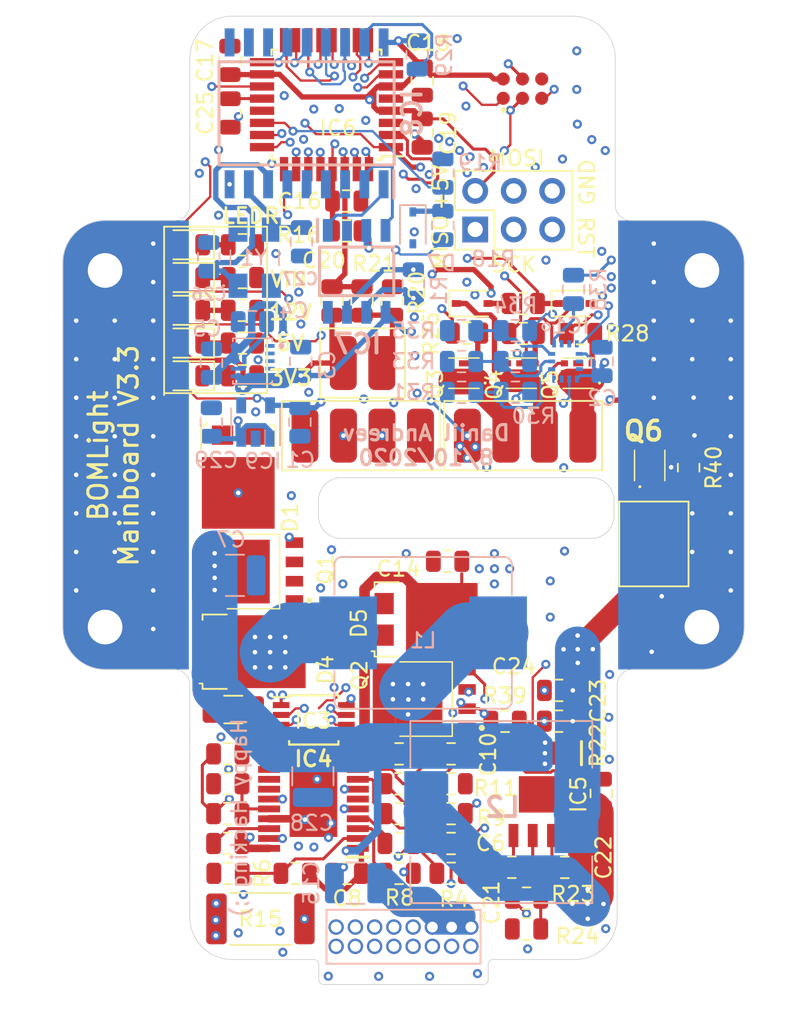
<source format=kicad_pcb>
(kicad_pcb (version 20171130) (host pcbnew "(5.1.4)-1")
  (layers (0 F.Cu signal) (1 In1.Cu signal) (2 In2.Cu signal) (31 B.Cu signal) (34 B.Paste user) (35 F.Paste user) (36 B.SilkS user) (37 F.SilkS user) (38 B.Mask user) (39 F.Mask user) (44 Edge.Cuts user))
  (net 0 "")
  (net 1 GND)
  (net 2 VCC)
  (net 3 +3V3)
  (net 4 Button)
  (net 5 LightSense1)
  (net 6 LightSense2)
  (net 7 "Net-(C13-Pad1)")
  (net 8 LED+)
  (net 9 "Net-(D6-Pad1)")
  (net 10 LEDCTRL)
  (net 11 NRST)
  (net 12 IMU_INT1)
  (net 13 IMU_INT2)
  (net 14 "Net-(C9-Pad1)")
  (net 15 "Net-(D2-Pad1)")
  (net 16 "Net-(D3-Pad1)")
  (net 17 "Net-(D4-Pad1)")
  (net 18 "Net-(D5-Pad1)")
  (net 19 LEDR)
  (net 20 LED-)
  (net 21 "Net-(C4-Pad1)")
  (net 22 "Net-(D1-Pad1)")
  (net 23 LEDSign2)
  (net 24 LEDSign1)
  (net 25 Temp1)
  (net 26 Temp2)
  (net 27 "Net-(IC1-Pad11)")
  (net 28 "Net-(IC1-Pad10)")
  (net 29 "Net-(IC4-Pad3)")
  (net 30 "Net-(IC4-Pad4)")
  (net 31 VINADC)
  (net 32 "Net-(C6-Pad1)")
  (net 33 "Net-(C10-Pad2)")
  (net 34 "Net-(C10-Pad1)")
  (net 35 "Net-(C11-Pad2)")
  (net 36 "Net-(C11-Pad1)")
  (net 37 "Net-(C12-Pad1)")
  (net 38 "Net-(IC2-Pad1)")
  (net 39 "Net-(IC2-Pad3)")
  (net 40 "Net-(IC2-Pad4)")
  (net 41 "Net-(IC3-Pad6)")
  (net 42 "Net-(IC4-Pad19)")
  (net 43 "Net-(IC4-Pad15)")
  (net 44 "Net-(IC4-Pad11)")
  (net 45 "Net-(IC4-Pad2)")
  (net 46 "Net-(J3-Pad3)")
  (net 47 "Net-(J6-Pad1)")
  (net 48 +5V)
  (net 49 "Net-(C21-Pad1)")
  (net 50 "Net-(C22-Pad1)")
  (net 51 "Net-(C22-Pad2)")
  (net 52 +12V)
  (net 53 "Net-(C25-Pad1)")
  (net 54 OSC2)
  (net 55 OSC1)
  (net 56 "Net-(D8-Pad1)")
  (net 57 "Net-(D9-Pad1)")
  (net 58 WS2811DI)
  (net 59 "Net-(D11-Pad2)")
  (net 60 "Net-(D11-Pad1)")
  (net 61 "Net-(IC1-Pad14)")
  (net 62 "Net-(IC1-Pad13)")
  (net 63 "Net-(IC1-Pad12)")
  (net 64 SPI_MISO)
  (net 65 SPI_MOSI)
  (net 66 SPI_SCK)
  (net 67 SPI_DPOT_CS)
  (net 68 12V_CTRL)
  (net 69 "Net-(IC5-Pad4)")
  (net 70 "Net-(IC5-Pad5)")
  (net 71 CTRLLEDR)
  (net 72 CTRLLEDG)
  (net 73 SPI_IMU_CS)
  (net 74 CTRLLEDB)
  (net 75 SPI_CAN_CS)
  (net 76 "Net-(IC7-Pad1)")
  (net 77 "Net-(IC7-Pad4)")
  (net 78 "/CAN Controller/CANL")
  (net 79 "/CAN Controller/CANH")
  (net 80 "Net-(IC8-Pad3)")
  (net 81 "Net-(IC8-Pad4)")
  (net 82 "Net-(IC8-Pad5)")
  (net 83 "Net-(IC8-Pad6)")
  (net 84 "Net-(IC8-Pad10)")
  (net 85 "Net-(IC8-Pad11)")
  (net 86 "Net-(IC8-Pad12)")
  (net 87 "Net-(IC8-Pad17)")
  (net 88 "Net-(IC9-Pad4)")
  (net 89 "Net-(J3-Pad5)")
  (net 90 "Net-(J7-Pad1)")
  (net 91 "Net-(J7-Pad3)")
  (net 92 "Net-(Q3-Pad3)")
  (net 93 "Net-(Q4-Pad3)")
  (net 94 "Net-(Q5-Pad3)")
  (net 95 "Net-(IC1-Pad1)")
  (net 96 "Net-(J5-Pad2)")
  (net 97 "Net-(Q6-Pad3)")
  (module LolomoloKiCADLib:TC2030MCP (layer F.Cu) (at 7.5184 -21.6408)
    (fp_text reference J4 hide)
    (fp_text value TC2030-MCP hide)
    (pad "" np_thru_hole circle (at -2.211 0 90) (size 1.0668 1.0668) (drill 1.0668) (layers *.Cu *.Mask))
    (pad 1 smd circle (at -0.941 0.635 90) (size 0.864 0.864) (layers F.Cu F.Paste F.Mask) (net 64 SPI_MISO))
    (pad 2 smd circle (at -0.941 -0.635 90) (size 0.864 0.864) (layers F.Cu F.Paste F.Mask) (net 48 +5V))
    (pad 3 smd circle (at 0.329 0.635 90) (size 0.864 0.864) (layers F.Cu F.Paste F.Mask) (net 66 SPI_SCK))
    (pad 4 smd circle (at 0.329 -0.635 90) (size 0.864 0.864) (layers F.Cu F.Paste F.Mask) (net 65 SPI_MOSI))
    (pad 5 smd circle (at 1.599 0.635 90) (size 0.864 0.864) (layers F.Cu F.Paste F.Mask) (net 11 NRST))
    (pad 6 smd circle (at 1.599 -0.635 90) (size 0.864 0.864) (layers F.Cu F.Paste F.Mask) (net 1 GND))
    (pad "" np_thru_hole circle (at 2.869 -1.016 90) (size 1.0668 1.0668) (drill 1.0668) (layers *.Cu *.Mask))
    (pad "" np_thru_hole circle (at 2.869 1.016 90) (size 1.0668 1.0668) (drill 1.0668) (layers *.Cu *.Mask))
    (pad "" np_thru_hole circle (at -2.211 -2.54 90) (size 2.3876 2.3876) (drill 2.3876) (layers *.Cu *.Mask))
    (pad "" np_thru_hole circle (at 0.964 -2.54 90) (size 2.3876 2.3876) (drill 2.3876) (layers *.Cu *.Mask))
    (pad "" np_thru_hole circle (at -2.211 2.54 90) (size 2.3876 2.3876) (drill 2.3876) (layers *.Cu *.Mask))
    (pad "" np_thru_hole circle (at 0.964 2.54 90) (size 2.3876 2.3876) (drill 2.3876) (layers *.Cu *.Mask))
  )
  (module LolomoloKiCADLib:PSMN5R660YLX (layer F.Cu) (at -0.73256 18.5866 90)
    (fp_text reference Q2 (at 1.5666 -2.16558 90) (layer F.SilkS))
    (fp_text value PSMN039-100YS,115 hide)
    (pad 1 smd rect (at -1.905 4.925 90) (size 0.7 1.15) (layers F.Cu F.Paste F.Mask) (net 1 GND))
    (pad 2 smd rect (at -0.635 4.925 90) (size 0.7 1.15) (layers F.Cu F.Paste F.Mask) (net 1 GND))
    (pad 3 smd rect (at 0.635 4.925 90) (size 0.7 1.15) (layers F.Cu F.Paste F.Mask) (net 1 GND))
    (pad 4 smd rect (at 1.905 4.925 90) (size 0.7 1.15) (layers F.Cu F.Paste F.Mask) (net 43 "Net-(IC4-Pad15)"))
    (pad 5 smd rect (at 0 1.75 180) (size 3.1 4.2) (layers F.Cu F.Paste F.Mask) (net 18 "Net-(D5-Pad1)"))
    (pad 5 smd rect (at 0 -0.55 180) (size 1.5 4.7) (layers F.Cu F.Paste F.Mask) (net 18 "Net-(D5-Pad1)"))
  )
  (module MCP2515T-I_SO:SOIC127P1030X265-18N (layer B.Cu) (at -6.39318 -20.01266 90)
    (fp_text reference IC8 (at 0 6.95706 90) (layer B.SilkS) (effects (font (size 1.27 1.27) (thickness 0.254)) (justify mirror)))
    (fp_text value MCP2515T-I_SO hide)
    (pad 1 smd rect (at -4.675 5.08) (size 0.65 1.85) (layers B.Cu B.Paste B.Mask) (net 76 "Net-(IC7-Pad1)"))
    (pad 2 smd rect (at -4.675 3.81) (size 0.65 1.85) (layers B.Cu B.Paste B.Mask) (net 77 "Net-(IC7-Pad4)"))
    (pad 3 smd rect (at -4.675 2.54) (size 0.65 1.85) (layers B.Cu B.Paste B.Mask) (net 80 "Net-(IC8-Pad3)"))
    (pad 4 smd rect (at -4.675 1.27) (size 0.65 1.85) (layers B.Cu B.Paste B.Mask) (net 81 "Net-(IC8-Pad4)"))
    (pad 5 smd rect (at -4.675 0) (size 0.65 1.85) (layers B.Cu B.Paste B.Mask) (net 82 "Net-(IC8-Pad5)"))
    (pad 6 smd rect (at -4.675 -1.27) (size 0.65 1.85) (layers B.Cu B.Paste B.Mask) (net 83 "Net-(IC8-Pad6)"))
    (pad 7 smd rect (at -4.675 -2.54) (size 0.65 1.85) (layers B.Cu B.Paste B.Mask) (net 54 OSC2))
    (pad 8 smd rect (at -4.675 -3.81) (size 0.65 1.85) (layers B.Cu B.Paste B.Mask) (net 55 OSC1))
    (pad 9 smd rect (at -4.675 -5.08) (size 0.65 1.85) (layers B.Cu B.Paste B.Mask) (net 1 GND))
    (pad 10 smd rect (at 4.675 -5.08) (size 0.65 1.85) (layers B.Cu B.Paste B.Mask) (net 84 "Net-(IC8-Pad10)"))
    (pad 11 smd rect (at 4.675 -3.81) (size 0.65 1.85) (layers B.Cu B.Paste B.Mask) (net 85 "Net-(IC8-Pad11)"))
    (pad 12 smd rect (at 4.675 -2.54) (size 0.65 1.85) (layers B.Cu B.Paste B.Mask) (net 86 "Net-(IC8-Pad12)"))
    (pad 13 smd rect (at 4.675 -1.27) (size 0.65 1.85) (layers B.Cu B.Paste B.Mask) (net 66 SPI_SCK))
    (pad 14 smd rect (at 4.675 0) (size 0.65 1.85) (layers B.Cu B.Paste B.Mask) (net 65 SPI_MOSI))
    (pad 15 smd rect (at 4.675 1.27) (size 0.65 1.85) (layers B.Cu B.Paste B.Mask) (net 64 SPI_MISO))
    (pad 16 smd rect (at 4.675 2.54) (size 0.65 1.85) (layers B.Cu B.Paste B.Mask) (net 75 SPI_CAN_CS))
    (pad 17 smd rect (at 4.675 3.81) (size 0.65 1.85) (layers B.Cu B.Paste B.Mask) (net 87 "Net-(IC8-Pad17)"))
    (pad 18 smd rect (at 4.675 5.08) (size 0.65 1.85) (layers B.Cu B.Paste B.Mask) (net 48 +5V))
  )
  (module 7447709330:WE-PD_1260%2f1245%2f1280%2f121054 (layer B.Cu) (at 6.4516 26.035)
    (fp_text reference L2 (at 0.07874 -0.31496) (layer B.SilkS) (effects (font (size 1.27 1.27) (thickness 0.254)) (justify mirror)))
    (fp_text value "7447709330‎ 33uH 4.2A 45MOHM" hide)
    (pad 1 smd rect (at -4.95 0) (size 2.9 5.4) (layers B.Cu B.Paste B.Mask) (net 50 "Net-(C22-Pad1)"))
    (pad 2 smd rect (at 4.95 0) (size 2.9 5.4) (layers B.Cu B.Paste B.Mask) (net 52 +12V))
  )
  (module "LolomoloKiCADLib:‎ETQ-P5M101YGC‎ Inductor" (layer B.Cu) (at 1.29286 14.224 180)
    (fp_text reference L1 (at 0 -0.5) (layer B.SilkS) (effects (justify mirror)))
    (fp_text value "97uH 2.7A")
    (pad 1 smd rect (at 4.95 0 180) (size 3.8 4.8) (layers B.Cu B.Paste B.Mask) (net 36 "Net-(C11-Pad1)"))
    (pad 2 smd rect (at -4.95 0 180) (size 3.8 4.8) (layers B.Cu B.Paste B.Mask) (net 18 "Net-(D5-Pad1)"))
  )
  (module Capacitor_SMD:C_0805_2012Metric (layer F.Cu) (at -11.45286 -23.50262 90)
    (fp_text reference C17 (at 0.001 -1.639 270) (layer F.SilkS))
    (fp_text value "0.1uF 25V")
    (pad 2 smd roundrect (at 0.9375 0 90) (size 0.975 1.4) (layers F.Cu F.Paste F.Mask) (net 1 GND))
    (pad 1 smd roundrect (at -0.9375 0 90) (size 0.975 1.4) (layers F.Cu F.Paste F.Mask) (net 48 +5V))
  )
  (module LolomoloKiCADLib:PSMN5R660YLX (layer F.Cu) (at -12.12342 10.1854 90)
    (fp_text reference Q1 (at 0.1454 6.99342 90) (layer F.SilkS))
    (fp_text value PSMN039-100YS,115 hide)
    (pad 5 smd rect (at 0 -0.55 180) (size 1.5 4.7) (layers F.Cu F.Paste F.Mask) (net 2 VCC))
    (pad 5 smd rect (at 0 1.75 180) (size 3.1 4.2) (layers F.Cu F.Paste F.Mask) (net 2 VCC))
    (pad 4 smd rect (at 1.905 4.925 90) (size 0.7 1.15) (layers F.Cu F.Paste F.Mask) (net 42 "Net-(IC4-Pad19)"))
    (pad 3 smd rect (at 0.635 4.925 90) (size 0.7 1.15) (layers F.Cu F.Paste F.Mask) (net 36 "Net-(C11-Pad1)"))
    (pad 2 smd rect (at -0.635 4.925 90) (size 0.7 1.15) (layers F.Cu F.Paste F.Mask) (net 36 "Net-(C11-Pad1)"))
    (pad 1 smd rect (at -1.905 4.925 90) (size 0.7 1.15) (layers F.Cu F.Paste F.Mask) (net 36 "Net-(C11-Pad1)"))
  )
  (module "LSM6DS3USTR:LGA-14(2.5X3X0.86)" (layer B.Cu) (at 10.68404 -3.66072 270)
    (fp_text reference IC1 (at -2.36474 -0.35306 180) (layer B.SilkS) (effects (font (size 1.016 1.016) (thickness 0.1524)) (justify mirror)))
    (fp_text value LSM6DS3USTR hide)
    (pad 14 smd rect (at -0.5 0.9125 270) (size 0.25 0.475) (layers B.Cu B.Paste B.Mask) (net 61 "Net-(IC1-Pad14)"))
    (pad 13 smd rect (at 0 0.9125 270) (size 0.25 0.475) (layers B.Cu B.Paste B.Mask) (net 62 "Net-(IC1-Pad13)"))
    (pad 12 smd rect (at 0.5 0.9125 270) (size 0.25 0.475) (layers B.Cu B.Paste B.Mask) (net 63 "Net-(IC1-Pad12)"))
    (pad 11 smd rect (at 1.1625 0.75 180) (size 0.25 0.475) (layers B.Cu B.Paste B.Mask) (net 27 "Net-(IC1-Pad11)"))
    (pad 10 smd rect (at 1.1625 0.25 180) (size 0.25 0.475) (layers B.Cu B.Paste B.Mask) (net 28 "Net-(IC1-Pad10)"))
    (pad 9 smd rect (at 1.1625 -0.25 180) (size 0.25 0.475) (layers B.Cu B.Paste B.Mask) (net 13 IMU_INT2))
    (pad 8 smd rect (at 1.1625 -0.75 180) (size 0.25 0.475) (layers B.Cu B.Paste B.Mask) (net 3 +3V3))
    (pad 7 smd rect (at 0.5 -0.9125 270) (size 0.25 0.475) (layers B.Cu B.Paste B.Mask) (net 1 GND))
    (pad 6 smd rect (at 0 -0.9125 270) (size 0.25 0.475) (layers B.Cu B.Paste B.Mask) (net 1 GND))
    (pad 5 smd rect (at -0.5 -0.9125 270) (size 0.25 0.475) (layers B.Cu B.Paste B.Mask) (net 3 +3V3))
    (pad 4 smd rect (at -1.1625 -0.75 180) (size 0.25 0.475) (layers B.Cu B.Paste B.Mask) (net 12 IMU_INT1))
    (pad 3 smd rect (at -1.1625 -0.25 180) (size 0.25 0.475) (layers B.Cu B.Paste B.Mask) (net 1 GND))
    (pad 2 smd rect (at -1.1625 0.25 180) (size 0.25 0.475) (layers B.Cu B.Paste B.Mask) (net 1 GND))
    (pad 1 smd rect (at -1.1625 0.75 180) (size 0.25 0.475) (layers B.Cu B.Paste B.Mask) (net 95 "Net-(IC1-Pad1)"))
  )
  (module Resistor_SMD:R_0805_2012Metric (layer F.Cu) (at -11.57756 30.0736 180)
    (fp_text reference R7 hide)
    (fp_text value "10k 5%")
    (pad 2 smd roundrect (at 0.9375 0 180) (size 0.975 1.4) (layers F.Cu F.Paste F.Mask) (net 1 GND))
    (pad 1 smd roundrect (at -0.9375 0 180) (size 0.975 1.4) (layers F.Cu F.Paste F.Mask) (net 45 "Net-(IC4-Pad2)"))
  )
  (module Resistor_SMD:R_0805_2012Metric (layer F.Cu) (at -7.14756 30.0736 180)
    (fp_text reference R6 (at 2.159 0 270) (layer F.SilkS))
    (fp_text value "68k 5%")
    (pad 2 smd roundrect (at 0.9375 0 180) (size 0.975 1.4) (layers F.Cu F.Paste F.Mask) (net 45 "Net-(IC4-Pad2)"))
    (pad 1 smd roundrect (at -0.9375 0 180) (size 0.975 1.4) (layers F.Cu F.Paste F.Mask) (net 2 VCC))
  )
  (module Resistor_SMD:R_0805_2012Metric (layer F.Cu) (at 3.13944 26.1366)
    (fp_text reference R9 (at 2.65684 0.29464) (layer F.SilkS))
    (fp_text value "330 1%")
    (pad 2 smd roundrect (at 0.9375 0) (size 0.975 1.4) (layers F.Cu F.Paste F.Mask) (net 41 "Net-(IC3-Pad6)"))
    (pad 1 smd roundrect (at -0.9375 0) (size 0.975 1.4) (layers F.Cu F.Paste F.Mask) (net 33 "Net-(C10-Pad2)"))
  )
  (module LolomoloKiCADLib:Conn_2x8_0.05in (layer B.Cu) (at 4.445 34.883 90)
    (fp_text reference J3 hide)
    (fp_text value Conn_02x08_Odd_Even)
    (pad 16 thru_hole circle (at 1.27 -8.89 90) (size 1.016 1.016) (drill 0.7112) (layers *.Cu *.Mask) (net 20 LED-))
    (pad 15 thru_hole circle (at 0 -8.89 90) (size 1.016 1.016) (drill 0.7112) (layers *.Cu *.Mask) (net 20 LED-))
    (pad 14 thru_hole circle (at 1.27 -7.62 90) (size 1.016 1.016) (drill 0.7112) (layers *.Cu *.Mask) (net 20 LED-))
    (pad 13 thru_hole circle (at 0 -7.62 90) (size 1.016 1.016) (drill 0.7112) (layers *.Cu *.Mask) (net 48 +5V))
    (pad 12 thru_hole circle (at 1.27 -6.35 90) (size 1.016 1.016) (drill 0.7112) (layers *.Cu *.Mask) (net 23 LEDSign2))
    (pad 11 thru_hole circle (at 0 -6.35 90) (size 1.016 1.016) (drill 0.7112) (layers *.Cu *.Mask) (net 24 LEDSign1))
    (pad 10 thru_hole circle (at 1.27 -5.08 90) (size 1.016 1.016) (drill 0.7112) (layers *.Cu *.Mask) (net 25 Temp1))
    (pad 9 thru_hole circle (at 0 -5.08 90) (size 1.016 1.016) (drill 0.7112) (layers *.Cu *.Mask) (net 6 LightSense2))
    (pad 8 thru_hole circle (at 1.27 -3.81 90) (size 1.016 1.016) (drill 0.7112) (layers *.Cu *.Mask) (net 5 LightSense1))
    (pad 7 thru_hole circle (at 0 -3.81 90) (size 1.016 1.016) (drill 0.7112) (layers *.Cu *.Mask) (net 1 GND))
    (pad 6 thru_hole circle (at 1.27 -2.54 90) (size 1.016 1.016) (drill 0.7112) (layers *.Cu *.Mask) (net 8 LED+))
    (pad 5 thru_hole circle (at 0 -2.54 90) (size 1.016 1.016) (drill 0.7112) (layers *.Cu *.Mask) (net 89 "Net-(J3-Pad5)"))
    (pad 4 thru_hole circle (at 1.27 -1.27 90) (size 1.016 1.016) (drill 0.7112) (layers *.Cu *.Mask) (net 8 LED+))
    (pad 3 thru_hole circle (at 0 -1.27 90) (size 1.016 1.016) (drill 0.7112) (layers *.Cu *.Mask) (net 46 "Net-(J3-Pad3)"))
    (pad 2 thru_hole circle (at 1.27 0 90) (size 1.016 1.016) (drill 0.7112) (layers *.Cu *.Mask) (net 8 LED+))
    (pad 1 thru_hole circle (at 0 0 90) (size 1.016 1.016) (drill 0.7112) (layers *.Cu *.Mask) (net 26 Temp2))
  )
  (module Capacitor_SMD:C_0805_2012Metric (layer B.Cu) (at 13.09704 -3.66072 90)
    (fp_text reference C2 (at -2.413 0 180) (layer B.SilkS) (effects (justify mirror)))
    (fp_text value "0.1uF 25V")
    (pad 2 smd roundrect (at 0.9375 0 90) (size 0.975 1.4) (layers B.Cu B.Paste B.Mask) (net 1 GND))
    (pad 1 smd roundrect (at -0.9375 0 90) (size 0.975 1.4) (layers B.Cu B.Paste B.Mask) (net 3 +3V3))
  )
  (module Capacitor_SMD:C_0805_2012Metric (layer F.Cu) (at 3.13944 28.1051)
    (fp_text reference C6 (at 2.60096 -0.01016 180) (layer F.SilkS))
    (fp_text value "22nF 100V")
    (pad 2 smd roundrect (at 0.9375 0) (size 0.975 1.4) (layers F.Cu F.Paste F.Mask) (net 1 GND))
    (pad 1 smd roundrect (at -0.9375 0) (size 0.975 1.4) (layers F.Cu F.Paste F.Mask) (net 32 "Net-(C6-Pad1)"))
  )
  (module Capacitor_SMD:C_1210_3225Metric (layer B.Cu) (at -11.12266 10.43432)
    (fp_text reference C7 (at -0.25734 -2.35432) (layer B.SilkS) (effects (justify mirror)))
    (fp_text value "10uF 100V")
    (pad 2 smd roundrect (at 1.4 0) (size 1.25 2.65) (layers B.Cu B.Paste B.Mask) (roundrect_rratio 0.2) (net 1 GND))
    (pad 1 smd roundrect (at -1.4 0) (size 1.25 2.65) (layers B.Cu B.Paste B.Mask) (roundrect_rratio 0.2) (net 2 VCC))
  )
  (module Capacitor_SMD:C_0805_2012Metric (layer F.Cu) (at -3.71856 30.0736 180)
    (fp_text reference C8 (at 0 -1.65) (layer F.SilkS))
    (fp_text value "0.1uF 100V")
    (pad 2 smd roundrect (at 0.9375 0 180) (size 0.975 1.4) (layers F.Cu F.Paste F.Mask) (net 1 GND))
    (pad 1 smd roundrect (at -0.9375 0 180) (size 0.975 1.4) (layers F.Cu F.Paste F.Mask) (net 2 VCC))
  )
  (module Capacitor_SMD:C_0805_2012Metric (layer F.Cu) (at -0.28956 26.1366 180)
    (fp_text reference C9 hide)
    (fp_text value "0.1uF 100V")
    (pad 2 smd roundrect (at 0.9375 0 180) (size 0.975 1.4) (layers F.Cu F.Paste F.Mask) (net 33 "Net-(C10-Pad2)"))
    (pad 1 smd roundrect (at -0.9375 0 180) (size 0.975 1.4) (layers F.Cu F.Paste F.Mask) (net 14 "Net-(C9-Pad1)"))
  )
  (module Capacitor_SMD:C_0805_2012Metric (layer F.Cu) (at 3.13944 22.1996)
    (fp_text reference C10 (at 2.44602 0.03556 270) (layer F.SilkS))
    (fp_text value "2.2nF 100V")
    (pad 2 smd roundrect (at 0.9375 0) (size 0.975 1.4) (layers F.Cu F.Paste F.Mask) (net 33 "Net-(C10-Pad2)"))
    (pad 1 smd roundrect (at -0.9375 0) (size 0.975 1.4) (layers F.Cu F.Paste F.Mask) (net 34 "Net-(C10-Pad1)"))
  )
  (module Capacitor_SMD:C_0805_2012Metric (layer F.Cu) (at -11.59256 28.1051 180)
    (fp_text reference C11 hide)
    (fp_text value "0.1uF 100V")
    (pad 2 smd roundrect (at 0.9375 0 180) (size 0.975 1.4) (layers F.Cu F.Paste F.Mask) (net 35 "Net-(C11-Pad2)"))
    (pad 1 smd roundrect (at -0.9375 0 180) (size 0.975 1.4) (layers F.Cu F.Paste F.Mask) (net 36 "Net-(C11-Pad1)"))
  )
  (module Capacitor_SMD:C_0805_2012Metric (layer F.Cu) (at -11.59256 22.1996)
    (fp_text reference C12 hide)
    (fp_text value "2.2nF 100V")
    (pad 2 smd roundrect (at 0.9375 0) (size 0.975 1.4) (layers F.Cu F.Paste F.Mask) (net 1 GND))
    (pad 1 smd roundrect (at -0.9375 0) (size 0.975 1.4) (layers F.Cu F.Paste F.Mask) (net 37 "Net-(C12-Pad1)"))
  )
  (module Capacitor_SMD:C_0805_2012Metric (layer F.Cu) (at -11.59256 24.1681 180)
    (fp_text reference C13 hide)
    (fp_text value "1uF 25V")
    (pad 2 smd roundrect (at 0.9375 0 180) (size 0.975 1.4) (layers F.Cu F.Paste F.Mask) (net 1 GND))
    (pad 1 smd roundrect (at -0.9375 0 180) (size 0.975 1.4) (layers F.Cu F.Paste F.Mask) (net 7 "Net-(C13-Pad1)"))
  )
  (module Capacitor_SMD:C_1210_3225Metric (layer B.Cu) (at -3.15722 30.7213 180)
    (fp_text reference C15 (at 2.921 0 270) (layer B.SilkS) (effects (justify mirror)))
    (fp_text value "10uF 100V")
    (pad 2 smd roundrect (at 1.4 0 180) (size 1.25 2.65) (layers B.Cu B.Paste B.Mask) (roundrect_rratio 0.2) (net 1 GND))
    (pad 1 smd roundrect (at -1.4 0 180) (size 1.25 2.65) (layers B.Cu B.Paste B.Mask) (roundrect_rratio 0.2) (net 8 LED+))
  )
  (module LED_SMD:LED_0805_2012Metric (layer F.Cu) (at -14.18336 -9.19226 180)
    (fp_text reference D2 hide)
    (fp_text value LEDO)
    (pad 2 smd roundrect (at 0.9375 0 180) (size 0.975 1.4) (layers F.Cu F.Paste F.Mask) (net 2 VCC))
    (pad 1 smd roundrect (at -0.9375 0 180) (size 0.975 1.4) (layers F.Cu F.Paste F.Mask) (net 15 "Net-(D2-Pad1)"))
  )
  (module LED_SMD:LED_0805_2012Metric (layer F.Cu) (at -14.18336 -4.87426 180)
    (fp_text reference D3 hide)
    (fp_text value LEDO)
    (pad 2 smd roundrect (at 0.9375 0 180) (size 0.975 1.4) (layers F.Cu F.Paste F.Mask) (net 48 +5V))
    (pad 1 smd roundrect (at -0.9375 0 180) (size 0.975 1.4) (layers F.Cu F.Paste F.Mask) (net 16 "Net-(D3-Pad1)"))
  )
  (module Package_TO_SOT_SMD:TO-277A (layer F.Cu) (at -9.85688 15.46574 90)
    (fp_text reference D4 (at -1.18904 4.71592 90) (layer F.SilkS))
    (fp_text value D_Schottky_AAK)
    (pad 2 smd rect (at 1.04 -2.765 270) (size 1.4 1.27) (layers F.Cu F.Paste F.Mask) (net 17 "Net-(D4-Pad1)"))
    (pad 3 smd rect (at 0 1.04 270) (size 4.8 4.72) (layers F.Cu F.Mask) (net 36 "Net-(C11-Pad1)"))
    (pad 1 smd rect (at -1.04 -2.765 270) (size 1.4 1.27) (layers F.Cu F.Paste F.Mask) (net 17 "Net-(D4-Pad1)"))
  )
  (module Package_TO_SOT_SMD:TO-277A (layer F.Cu) (at 1.48744 13.3366 90)
    (fp_text reference D5 (at -0.26 -4.43 270) (layer F.SilkS))
    (fp_text value D_Schottky_AAK)
    (pad 2 smd rect (at 1.04 -2.765 270) (size 1.4 1.27) (layers F.Cu F.Paste F.Mask) (net 18 "Net-(D5-Pad1)"))
    (pad 3 smd rect (at 0 1.04 270) (size 4.8 4.72) (layers F.Cu F.Mask) (net 8 LED+))
    (pad 1 smd rect (at -1.04 -2.765 270) (size 1.4 1.27) (layers F.Cu F.Paste F.Mask) (net 18 "Net-(D5-Pad1)"))
  )
  (module Package_SO:TSSOP-8_3x3mm_P0.65mm (layer F.Cu) (at -5.92 19.96)
    (fp_text reference IC3 (at -0.05 0.06 180) (layer F.SilkS))
    (fp_text value MCP4132-502E_SN)
    (pad 8 smd rect (at 2.15 -0.975) (size 1.1 0.4) (layers F.Cu F.Paste F.Mask) (net 48 +5V))
    (pad 7 smd rect (at 2.15 -0.325) (size 1.1 0.4) (layers F.Cu F.Paste F.Mask) (net 64 SPI_MISO))
    (pad 6 smd rect (at 2.15 0.325) (size 1.1 0.4) (layers F.Cu F.Paste F.Mask) (net 41 "Net-(IC3-Pad6)"))
    (pad 5 smd rect (at 2.15 0.975) (size 1.1 0.4) (layers F.Cu F.Paste F.Mask) (net 1 GND))
    (pad 4 smd rect (at -2.15 0.975) (size 1.1 0.4) (layers F.Cu F.Paste F.Mask) (net 1 GND))
    (pad 3 smd rect (at -2.15 0.325) (size 1.1 0.4) (layers F.Cu F.Paste F.Mask) (net 65 SPI_MOSI))
    (pad 2 smd rect (at -2.15 -0.325) (size 1.1 0.4) (layers F.Cu F.Paste F.Mask) (net 66 SPI_SCK))
    (pad 1 smd rect (at -2.15 -0.975) (size 1.1 0.4) (layers F.Cu F.Paste F.Mask) (net 67 SPI_DPOT_CS))
  )
  (module LM5118MH_NOPB:SOP65P640X110-21N (layer F.Cu) (at -5.94106 25.5016 180)
    (fp_text reference IC4 (at -0.00106 2.9716) (layer F.SilkS) (effects (font (size 1.016 1.016) (thickness 0.2032))))
    (fp_text value LM5118MH_NOPB hide)
    (pad 21 smd rect (at 0 0 180) (size 3.15 4.35) (layers F.Cu F.Paste F.Mask) (net 1 GND))
    (pad 20 smd rect (at 2.925 -2.925 270) (size 0.45 1.45) (layers F.Cu F.Paste F.Mask) (net 36 "Net-(C11-Pad1)"))
    (pad 19 smd rect (at 2.925 -2.275 270) (size 0.45 1.45) (layers F.Cu F.Paste F.Mask) (net 42 "Net-(IC4-Pad19)"))
    (pad 18 smd rect (at 2.925 -1.625 270) (size 0.45 1.45) (layers F.Cu F.Paste F.Mask) (net 35 "Net-(C11-Pad2)"))
    (pad 17 smd rect (at 2.925 -0.975 270) (size 0.45 1.45) (layers F.Cu F.Paste F.Mask) (net 1 GND))
    (pad 16 smd rect (at 2.925 -0.325 270) (size 0.45 1.45) (layers F.Cu F.Paste F.Mask) (net 7 "Net-(C13-Pad1)"))
    (pad 15 smd rect (at 2.925 0.325 270) (size 0.45 1.45) (layers F.Cu F.Paste F.Mask) (net 43 "Net-(IC4-Pad15)"))
    (pad 14 smd rect (at 2.925 0.975 270) (size 0.45 1.45) (layers F.Cu F.Paste F.Mask) (net 1 GND))
    (pad 13 smd rect (at 2.925 1.625 270) (size 0.45 1.45) (layers F.Cu F.Paste F.Mask) (net 1 GND))
    (pad 12 smd rect (at 2.925 2.275 270) (size 0.45 1.45) (layers F.Cu F.Paste F.Mask) (net 17 "Net-(D4-Pad1)"))
    (pad 11 smd rect (at 2.925 2.925 270) (size 0.45 1.45) (layers F.Cu F.Paste F.Mask) (net 44 "Net-(IC4-Pad11)"))
    (pad 10 smd rect (at -2.925 2.925 270) (size 0.45 1.45) (layers F.Cu F.Paste F.Mask) (net 8 LED+))
    (pad 9 smd rect (at -2.925 2.275 270) (size 0.45 1.45) (layers F.Cu F.Paste F.Mask) (net 34 "Net-(C10-Pad1)"))
    (pad 8 smd rect (at -2.925 1.625 270) (size 0.45 1.45) (layers F.Cu F.Paste F.Mask) (net 33 "Net-(C10-Pad2)"))
    (pad 7 smd rect (at -2.925 0.975 270) (size 0.45 1.45) (layers F.Cu F.Paste F.Mask) (net 32 "Net-(C6-Pad1)"))
    (pad 6 smd rect (at -2.925 0.325 270) (size 0.45 1.45) (layers F.Cu F.Paste F.Mask) (net 1 GND))
    (pad 5 smd rect (at -2.925 -0.325 270) (size 0.45 1.45) (layers F.Cu F.Paste F.Mask) (net 37 "Net-(C12-Pad1)"))
    (pad 4 smd rect (at -2.925 -0.975 270) (size 0.45 1.45) (layers F.Cu F.Paste F.Mask) (net 30 "Net-(IC4-Pad4)"))
    (pad 3 smd rect (at -2.925 -1.625 270) (size 0.45 1.45) (layers F.Cu F.Paste F.Mask) (net 29 "Net-(IC4-Pad3)"))
    (pad 2 smd rect (at -2.925 -2.275 270) (size 0.45 1.45) (layers F.Cu F.Paste F.Mask) (net 45 "Net-(IC4-Pad2)"))
    (pad 1 smd rect (at -2.925 -2.925 270) (size 0.45 1.45) (layers F.Cu F.Paste F.Mask) (net 2 VCC))
  )
  (module Resistor_SMD:R_0805_2012Metric (layer B.Cu) (at 0.65 -8.77 90)
    (fp_text reference R1 (at -0.43 1.7 90) (layer B.SilkS) (effects (justify mirror)))
    (fp_text value "120 5%")
    (pad 2 smd roundrect (at 0.9375 0 90) (size 0.975 1.4) (layers B.Cu B.Paste B.Mask) (net 79 "/CAN Controller/CANH"))
    (pad 1 smd roundrect (at -0.9375 0 90) (size 0.975 1.4) (layers B.Cu B.Paste B.Mask) (net 78 "/CAN Controller/CANL"))
  )
  (module Resistor_SMD:R_0805_2012Metric (layer F.Cu) (at -10.62736 -9.19226)
    (fp_text reference R2 hide)
    (fp_text value "33k 5%")
    (pad 2 smd roundrect (at 0.9375 0) (size 0.975 1.4) (layers F.Cu F.Paste F.Mask) (net 1 GND))
    (pad 1 smd roundrect (at -0.9375 0) (size 0.975 1.4) (layers F.Cu F.Paste F.Mask) (net 15 "Net-(D2-Pad1)"))
  )
  (module Resistor_SMD:R_0805_2012Metric (layer F.Cu) (at -10.62736 -4.87426)
    (fp_text reference R3 hide)
    (fp_text value "3k3 5%")
    (pad 2 smd roundrect (at 0.9375 0) (size 0.975 1.4) (layers F.Cu F.Paste F.Mask) (net 1 GND))
    (pad 1 smd roundrect (at -0.9375 0) (size 0.975 1.4) (layers F.Cu F.Paste F.Mask) (net 16 "Net-(D3-Pad1)"))
  )
  (module Resistor_SMD:R_0805_2012Metric (layer F.Cu) (at 3.13944 30.0736)
    (fp_text reference R4 (at 0.19304 1.69164) (layer F.SilkS))
    (fp_text value "47k 5%")
    (pad 2 smd roundrect (at 0.9375 0) (size 0.975 1.4) (layers F.Cu F.Paste F.Mask) (net 1 GND))
    (pad 1 smd roundrect (at -0.9375 0) (size 0.975 1.4) (layers F.Cu F.Paste F.Mask) (net 10 LEDCTRL))
  )
  (module Resistor_SMD:R_0805_2012Metric (layer F.Cu) (at -0.28956 28.1051)
    (fp_text reference R5 hide)
    (fp_text value "1k 5%")
    (pad 2 smd roundrect (at 0.9375 0) (size 0.975 1.4) (layers F.Cu F.Paste F.Mask) (net 10 LEDCTRL))
    (pad 1 smd roundrect (at -0.9375 0) (size 0.975 1.4) (layers F.Cu F.Paste F.Mask) (net 30 "Net-(IC4-Pad4)"))
  )
  (module Resistor_SMD:R_0805_2012Metric (layer F.Cu) (at -0.28956 30.0736)
    (fp_text reference R8 (at 0.02794 1.60782) (layer F.SilkS))
    (fp_text value "20k5 1%")
    (pad 2 smd roundrect (at 0.9375 0) (size 0.975 1.4) (layers F.Cu F.Paste F.Mask) (net 1 GND))
    (pad 1 smd roundrect (at -0.9375 0) (size 0.975 1.4) (layers F.Cu F.Paste F.Mask) (net 29 "Net-(IC4-Pad3)"))
  )
  (module Resistor_SMD:R_0805_2012Metric (layer F.Cu) (at -0.28956 22.1996)
    (fp_text reference R10 hide)
    (fp_text value "47k 1%")
    (pad 2 smd roundrect (at 0.9375 0) (size 0.975 1.4) (layers F.Cu F.Paste F.Mask) (net 33 "Net-(C10-Pad2)"))
    (pad 1 smd roundrect (at -0.9375 0) (size 0.975 1.4) (layers F.Cu F.Paste F.Mask) (net 8 LED+))
  )
  (module Resistor_SMD:R_0805_2012Metric (layer F.Cu) (at 3.13944 24.1681)
    (fp_text reference R11 (at 2.92608 0.29464 180) (layer F.SilkS))
    (fp_text value "22k 1%")
    (pad 2 smd roundrect (at 0.9375 0) (size 0.975 1.4) (layers F.Cu F.Paste F.Mask) (net 1 GND))
    (pad 1 smd roundrect (at -0.9375 0) (size 0.975 1.4) (layers F.Cu F.Paste F.Mask) (net 33 "Net-(C10-Pad2)"))
  )
  (module Resistor_SMD:R_0805_2012Metric (layer F.Cu) (at -0.28956 24.1681 180)
    (fp_text reference R12 hide)
    (fp_text value "10k 5%")
    (pad 2 smd roundrect (at 0.9375 0 180) (size 0.975 1.4) (layers F.Cu F.Paste F.Mask) (net 14 "Net-(C9-Pad1)"))
    (pad 1 smd roundrect (at -0.9375 0 180) (size 0.975 1.4) (layers F.Cu F.Paste F.Mask) (net 34 "Net-(C10-Pad1)"))
  )
  (module Resistor_SMD:R_0805_2012Metric (layer F.Cu) (at -11.59256 26.1366 180)
    (fp_text reference R13 hide)
    (fp_text value "36k5 1%")
    (pad 2 smd roundrect (at 0.9375 0 180) (size 0.975 1.4) (layers F.Cu F.Paste F.Mask) (net 37 "Net-(C12-Pad1)"))
    (pad 1 smd roundrect (at -0.9375 0 180) (size 0.975 1.4) (layers F.Cu F.Paste F.Mask) (net 7 "Net-(C13-Pad1)"))
  )
  (module Resistor_SMD:R_2512_6332Metric (layer F.Cu) (at -9.43864 33.07588 180)
    (fp_text reference R15 (at 0.00136 -0.00412) (layer F.SilkS))
    (fp_text value "0.3 1% 1W")
    (pad 1 smd roundrect (at -2.9 0 180) (size 1.35 3.35) (layers F.Cu F.Paste F.Mask) (roundrect_rratio 0.185185) (net 20 LED-))
    (pad 2 smd roundrect (at 2.9 0 180) (size 1.35 3.35) (layers F.Cu F.Paste F.Mask) (roundrect_rratio 0.185185) (net 1 GND))
  )
  (module Capacitor_SMD:C_0805_2012Metric (layer B.Cu) (at -12.67 -3.55 90)
    (fp_text reference C5 (at 2.27 -0.3 180) (layer B.SilkS) (effects (justify mirror)))
    (fp_text value "1uF 100V")
    (pad 1 smd roundrect (at -0.9375 0 90) (size 0.975 1.4) (layers B.Cu B.Paste B.Mask) (net 2 VCC))
    (pad 2 smd roundrect (at 0.9375 0 90) (size 0.975 1.4) (layers B.Cu B.Paste B.Mask) (net 1 GND))
  )
  (module Capacitor_SMD:C_0805_2012Metric (layer B.Cu) (at -6.78 -3.67 90)
    (fp_text reference C3 (at -0.23 1.76 270) (layer B.SilkS) (effects (justify mirror)))
    (fp_text value "10uF 10V")
    (pad 1 smd roundrect (at -0.9375 0 90) (size 0.975 1.4) (layers B.Cu B.Paste B.Mask) (net 48 +5V))
    (pad 2 smd roundrect (at 0.9375 0 90) (size 0.975 1.4) (layers B.Cu B.Paste B.Mask) (net 1 GND))
  )
  (module Capacitor_SMD:C_0805_2012Metric (layer B.Cu) (at -9.97 -6.28 180)
    (fp_text reference C4 (at -2.74 0.74) (layer B.SilkS) (effects (justify mirror)))
    (fp_text value "1uF 25V")
    (pad 2 smd roundrect (at 0.9375 0 180) (size 0.975 1.4) (layers B.Cu B.Paste B.Mask) (net 1 GND))
    (pad 1 smd roundrect (at -0.9375 0 180) (size 0.975 1.4) (layers B.Cu B.Paste B.Mask) (net 21 "Net-(C4-Pad1)"))
  )
  (module Capacitor_SMD:C_0805_2012Metric (layer F.Cu) (at -3.7465 -14.23416)
    (fp_text reference C16 (at -3.106 0.0085) (layer F.SilkS))
    (fp_text value "0.1uF 25V")
    (pad 1 smd roundrect (at -0.9375 0) (size 0.975 1.4) (layers F.Cu F.Paste F.Mask) (net 11 NRST))
    (pad 2 smd roundrect (at 0.9375 0) (size 0.975 1.4) (layers F.Cu F.Paste F.Mask) (net 1 GND))
  )
  (module Capacitor_SMD:C_0805_2012Metric (layer F.Cu) (at 1.23714 -22.14712 270)
    (fp_text reference C18 (at -2.49682 -0.38608) (layer F.SilkS))
    (fp_text value "0.1uF 25V")
    (pad 1 smd roundrect (at -0.9375 0 270) (size 0.975 1.4) (layers F.Cu F.Paste F.Mask) (net 48 +5V))
    (pad 2 smd roundrect (at 0.9375 0 270) (size 0.975 1.4) (layers F.Cu F.Paste F.Mask) (net 1 GND))
  )
  (module Capacitor_SMD:C_0805_2012Metric (layer F.Cu) (at 1.23206 -18.7105 270)
    (fp_text reference C19 (at 0.00508 -1.72466 270) (layer F.SilkS))
    (fp_text value "0.1uF 25V")
    (pad 1 smd roundrect (at -0.9375 0 270) (size 0.975 1.4) (layers F.Cu F.Paste F.Mask) (net 48 +5V))
    (pad 2 smd roundrect (at 0.9375 0 270) (size 0.975 1.4) (layers F.Cu F.Paste F.Mask) (net 1 GND))
  )
  (module Capacitor_SMD:C_0805_2012Metric (layer F.Cu) (at -4.71678 -7.65278 90)
    (fp_text reference C20 (at 2.6647 -0.53086 180) (layer F.SilkS))
    (fp_text value "0.1uF 25V")
    (pad 2 smd roundrect (at 0.9375 0 90) (size 0.975 1.4) (layers F.Cu F.Paste F.Mask) (net 4 Button))
    (pad 1 smd roundrect (at -0.9375 0 90) (size 0.975 1.4) (layers F.Cu F.Paste F.Mask) (net 48 +5V))
  )
  (module LED_SMD:LED_0805_2012Metric (layer F.Cu) (at -14.18336 -11.35126 180)
    (fp_text reference D6 hide)
    (fp_text value LEDR)
    (pad 1 smd roundrect (at -0.9375 0 180) (size 0.975 1.4) (layers F.Cu F.Paste F.Mask) (net 9 "Net-(D6-Pad1)"))
    (pad 2 smd roundrect (at 0.9375 0 180) (size 0.975 1.4) (layers F.Cu F.Paste F.Mask) (net 19 LEDR))
  )
  (module MAXM15062AMB+:MAXM15462AMB (layer B.Cu) (at -9.956 -3.686 180)
    (fp_text reference IC2 hide)
    (fp_text value MAXM15062AMB+ hide)
    (pad 1 smd rect (at -1.15 1 90) (size 0.25 0.6) (layers B.Cu B.Paste B.Mask) (net 38 "Net-(IC2-Pad1)"))
    (pad 2 smd rect (at -1.15 0.5 90) (size 0.25 0.6) (layers B.Cu B.Paste B.Mask) (net 1 GND))
    (pad 3 smd rect (at -1.15 0 90) (size 0.25 0.6) (layers B.Cu B.Paste B.Mask) (net 39 "Net-(IC2-Pad3)"))
    (pad 4 smd rect (at -1.15 -0.5 90) (size 0.25 0.6) (layers B.Cu B.Paste B.Mask) (net 40 "Net-(IC2-Pad4)"))
    (pad 5 smd rect (at -1.15 -1 90) (size 0.25 0.6) (layers B.Cu B.Paste B.Mask) (net 48 +5V))
    (pad 6 smd rect (at 1.15 -1 90) (size 0.25 0.6) (layers B.Cu B.Paste B.Mask) (net 48 +5V))
    (pad 7 smd rect (at 1.15 -0.5 90) (size 0.25 0.6) (layers B.Cu B.Paste B.Mask) (net 21 "Net-(C4-Pad1)"))
    (pad 8 smd rect (at 1.15 0 90) (size 0.25 0.6) (layers B.Cu B.Paste B.Mask) (net 2 VCC))
    (pad 9 smd rect (at 1.15 0.5 90) (size 0.25 0.6) (layers B.Cu B.Paste B.Mask) (net 2 VCC))
    (pad 10 smd rect (at 1.15 1 90) (size 0.25 0.6) (layers B.Cu B.Paste B.Mask) (net 2 VCC))
  )
  (module LolomoloKiCADLib:2WirePad (layer F.Cu) (at -2.70256 -3.556 270)
    (fp_text reference J6 hide)
    (fp_text value Conn_01x02_Male)
    (pad 2 smd roundrect (at 0 1.27 270) (size 3.556 1.778) (layers F.Cu F.Paste F.Mask) (net 48 +5V))
    (pad 1 smd roundrect (at 0 -1.27 270) (size 3.556 1.778) (layers F.Cu F.Paste F.Mask) (net 47 "Net-(J6-Pad1)"))
  )
  (module Resistor_SMD:R_0805_2012Metric (layer F.Cu) (at -3.74396 -12.2682 180)
    (fp_text reference R16 (at 3.16604 -0.2682) (layer F.SilkS))
    (fp_text value "10k 5%")
    (pad 1 smd roundrect (at -0.9375 0 180) (size 0.975 1.4) (layers F.Cu F.Paste F.Mask) (net 48 +5V))
    (pad 2 smd roundrect (at 0.9375 0 180) (size 0.975 1.4) (layers F.Cu F.Paste F.Mask) (net 11 NRST))
  )
  (module Resistor_SMD:R_0805_2012Metric (layer F.Cu) (at -10.62736 -11.35126)
    (fp_text reference R17 hide)
    (fp_text value "1k5 5%")
    (pad 2 smd roundrect (at 0.9375 0) (size 0.975 1.4) (layers F.Cu F.Paste F.Mask) (net 1 GND))
    (pad 1 smd roundrect (at -0.9375 0) (size 0.975 1.4) (layers F.Cu F.Paste F.Mask) (net 9 "Net-(D6-Pad1)"))
  )
  (module Resistor_SMD:R_0805_2012Metric (layer F.Cu) (at -0.72898 -7.65048 270)
    (fp_text reference R20 (at -0.53952 -1.60898 90) (layer F.SilkS))
    (fp_text value "100k 5%")
    (pad 2 smd roundrect (at 0.9375 0 270) (size 0.975 1.4) (layers F.Cu F.Paste F.Mask) (net 47 "Net-(J6-Pad1)"))
    (pad 1 smd roundrect (at -0.9375 0 270) (size 0.975 1.4) (layers F.Cu F.Paste F.Mask) (net 1 GND))
  )
  (module Resistor_SMD:R_0805_2012Metric (layer F.Cu) (at -2.73558 -7.65048 270)
    (fp_text reference R21 (at -2.4511 -0.79502 180) (layer F.SilkS))
    (fp_text value "10k 5%")
    (pad 1 smd roundrect (at -0.9375 0 270) (size 0.975 1.4) (layers F.Cu F.Paste F.Mask) (net 4 Button))
    (pad 2 smd roundrect (at 0.9375 0 270) (size 0.975 1.4) (layers F.Cu F.Paste F.Mask) (net 47 "Net-(J6-Pad1)"))
  )
  (module "LolomoloKiCADLib:4 Wire Pad" (layer F.Cu) (at -2.68986 1.22682 270)
    (fp_text reference J1 hide)
    (fp_text value Conn_01x04_Male)
    (pad 2 smd roundrect (at 0 -1.27 270) (size 3.556 1.778) (layers F.Cu F.Paste F.Mask) (net 78 "/CAN Controller/CANL"))
    (pad 1 smd roundrect (at 0 -3.81 270) (size 3.556 1.778) (layers F.Cu F.Paste F.Mask) (net 1 GND))
    (pad 3 smd roundrect (at 0 1.27 270) (size 3.556 1.778) (layers F.Cu F.Paste F.Mask) (net 79 "/CAN Controller/CANH"))
    (pad 4 smd roundrect (at 0 3.81 270) (size 3.556 1.778) (layers F.Cu F.Paste F.Mask) (net 22 "Net-(D1-Pad1)"))
  )
  (module Capacitor_SMD:C_0805_2012Metric (layer F.Cu) (at 2.90744 9.5066 180)
    (fp_text reference C14 (at 3.23744 -0.4934) (layer F.SilkS))
    (fp_text value "0.1uF 100V")
    (pad 1 smd roundrect (at -0.9375 0 180) (size 0.975 1.4) (layers F.Cu F.Paste F.Mask) (net 8 LED+))
    (pad 2 smd roundrect (at 0.9375 0 180) (size 0.975 1.4) (layers F.Cu F.Paste F.Mask) (net 1 GND))
  )
  (module Resistor_SMD:R_1206_3216Metric (layer F.Cu) (at -11.23 19.2786)
    (fp_text reference R14 hide)
    (fp_text value "0.03 1% 0.5W")
    (pad 1 smd roundrect (at -1.4 0) (size 1.25 1.75) (layers F.Cu F.Paste F.Mask) (roundrect_rratio 0.2) (net 17 "Net-(D4-Pad1)"))
    (pad 2 smd roundrect (at 1.4 0) (size 1.25 1.75) (layers F.Cu F.Paste F.Mask) (roundrect_rratio 0.2) (net 1 GND))
  )
  (module LolomoloKiCADLib:ThermalPadV2_SkateLight_L (layer F.Cu) (at -19.685 -10.16)
    (fp_text reference H1 hide)
    (fp_text value MountingHole_Pad)
    (pad 1 thru_hole circle (at 0 0.5) (size 4.318 4.318) (drill 2.286) (layers *.Cu *.Mask) (net 1 GND))
    (pad 1 thru_hole circle (at 0 24.003) (size 4.318 4.318) (drill 2.286) (layers *.Cu *.Mask) (net 1 GND))
    (pad 1 smd circle (at 0 0) (size 5.588 5.588) (layers B.Cu B.Paste B.Mask) (net 1 GND))
    (pad 1 smd circle (at 0 24.003) (size 5.588 5.588) (layers B.Cu B.Paste B.Mask) (net 1 GND))
    (pad 1 smd rect (at 2.7305 12.0015) (size 5.588 29.591) (layers B.Cu B.Paste B.Mask) (net 1 GND))
    (pad 1 smd rect (at -1.397 12.0015) (size 2.794 24.003) (layers B.Cu B.Paste B.Mask) (net 1 GND))
  )
  (module LolomoloKiCADLib:ThermalPadV2_SkateLight_R (layer F.Cu) (at 19.685 -10.16)
    (fp_text reference H2 hide)
    (fp_text value MountingHole_Pad)
    (pad 1 thru_hole circle (at 0 0.5) (size 4.318 4.318) (drill 2.286) (layers *.Cu *.Mask) (net 1 GND))
    (pad 1 thru_hole circle (at 0 24.003) (size 4.318 4.318) (drill 2.286) (layers *.Cu *.Mask) (net 1 GND))
    (pad 1 smd circle (at 0 0) (size 5.588 5.588) (layers B.Cu B.Paste B.Mask) (net 1 GND))
    (pad 1 smd circle (at 0 24.003) (size 5.588 5.588) (layers B.Cu B.Paste B.Mask) (net 1 GND))
    (pad 1 smd rect (at -2.7305 12.0015) (size 5.588 29.591) (layers B.Cu B.Paste B.Mask) (net 1 GND))
    (pad 1 smd rect (at 1.397 12.0015) (size 2.794 24.003) (layers B.Cu B.Paste B.Mask) (net 1 GND))
  )
  (module Package_TO_SOT_SMD:TO-277A (layer F.Cu) (at -10.90168 3.95986)
    (fp_text reference D1 (at 3.40868 2.67462 270) (layer F.SilkS))
    (fp_text value D_Schottky_AAK)
    (pad 1 smd rect (at -1.04 -2.765 180) (size 1.4 1.27) (layers F.Cu F.Paste F.Mask) (net 22 "Net-(D1-Pad1)"))
    (pad 3 smd rect (at 0 1.04 180) (size 4.8 4.72) (layers F.Cu F.Mask) (net 2 VCC))
    (pad 2 smd rect (at 1.04 -2.765 180) (size 1.4 1.27) (layers F.Cu F.Paste F.Mask) (net 22 "Net-(D1-Pad1)"))
  )
  (module Resistor_SMD:R_0805_2012Metric (layer B.Cu) (at 2.59662 -12.62698 90)
    (fp_text reference R18 (at -2.20698 3.33338 180) (layer B.SilkS) (effects (justify mirror)))
    (fp_text value "100k 5%")
    (pad 1 smd roundrect (at -0.9375 0 90) (size 0.975 1.4) (layers B.Cu B.Paste B.Mask) (net 2 VCC))
    (pad 2 smd roundrect (at 0.9375 0 90) (size 0.975 1.4) (layers B.Cu B.Paste B.Mask) (net 31 VINADC))
  )
  (module Resistor_SMD:R_0805_2012Metric (layer B.Cu) (at 2.59662 -16.07448 90)
    (fp_text reference R19 (at 0.69552 2.45338 180) (layer B.SilkS) (effects (justify mirror)))
    (fp_text value "4k7 5%")
    (pad 2 smd roundrect (at 0.9375 0 90) (size 0.975 1.4) (layers B.Cu B.Paste B.Mask) (net 1 GND))
    (pad 1 smd roundrect (at -0.9375 0 90) (size 0.975 1.4) (layers B.Cu B.Paste B.Mask) (net 31 VINADC))
  )
  (module Diode_SMD:D_SOD-323 (layer B.Cu) (at 0.61662 -12.46448 270)
    (fp_text reference D7 (at 2.32448 -1.87338 180) (layer B.SilkS) (effects (justify mirror)))
    (fp_text value "3v6 5%")
    (pad 1 smd rect (at -1.05 0 270) (size 0.6 0.45) (layers B.Cu B.Paste B.Mask) (net 31 VINADC))
    (pad 2 smd rect (at 1.05 0 270) (size 0.6 0.45) (layers B.Cu B.Paste B.Mask) (net 1 GND))
  )
  (module Capacitor_SMD:C_0805_2012Metric (layer B.Cu) (at -6.835 0.32958 270)
    (fp_text reference C1 (at 2.49936 -0.03048) (layer B.SilkS) (effects (justify mirror)))
    (fp_text value "10uF 10V")
    (pad 2 smd roundrect (at 0.9375 0 270) (size 0.975 1.4) (layers B.Cu B.Paste B.Mask) (net 1 GND))
    (pad 1 smd roundrect (at -0.9375 0 270) (size 0.975 1.4) (layers B.Cu B.Paste B.Mask) (net 3 +3V3))
  )
  (module Capacitor_SMD:C_0805_2012Metric (layer F.Cu) (at 7.14526 29.67228 180)
    (fp_text reference C21 (at 1.33374 -2.33172 90) (layer F.SilkS))
    (fp_text value "1uF 25V")
    (pad 2 smd roundrect (at 0.9375 0 180) (size 0.975 1.4) (layers F.Cu F.Paste F.Mask) (net 1 GND))
    (pad 1 smd roundrect (at -0.9375 0 180) (size 0.975 1.4) (layers F.Cu F.Paste F.Mask) (net 49 "Net-(C21-Pad1)"))
  )
  (module Capacitor_SMD:C_0805_2012Metric (layer F.Cu) (at 10.63752 29.6799 180)
    (fp_text reference C22 (at -2.56248 0.6499 270) (layer F.SilkS))
    (fp_text value "0.1uF 100V")
    (pad 1 smd roundrect (at -0.9375 0 180) (size 0.975 1.4) (layers F.Cu F.Paste F.Mask) (net 50 "Net-(C22-Pad1)"))
    (pad 2 smd roundrect (at 0.9375 0 180) (size 0.975 1.4) (layers F.Cu F.Paste F.Mask) (net 51 "Net-(C22-Pad2)"))
  )
  (module Capacitor_SMD:C_0805_2012Metric (layer F.Cu) (at 10.22858 20.04568 180)
    (fp_text reference C23 (at -2.60858 1.34874 270) (layer F.SilkS))
    (fp_text value "10uF 16V")
    (pad 1 smd roundrect (at -0.9375 0 180) (size 0.975 1.4) (layers F.Cu F.Paste F.Mask) (net 52 +12V))
    (pad 2 smd roundrect (at 0.9375 0 180) (size 0.975 1.4) (layers F.Cu F.Paste F.Mask) (net 1 GND))
  )
  (module Capacitor_SMD:C_0805_2012Metric (layer F.Cu) (at 10.23366 18.01622 180)
    (fp_text reference C24 (at 2.9591 1.57734 180) (layer F.SilkS))
    (fp_text value "10uF 16V")
    (pad 2 smd roundrect (at 0.9375 0 180) (size 0.975 1.4) (layers F.Cu F.Paste F.Mask) (net 1 GND))
    (pad 1 smd roundrect (at -0.9375 0 180) (size 0.975 1.4) (layers F.Cu F.Paste F.Mask) (net 52 +12V))
  )
  (module Capacitor_SMD:C_0805_2012Metric (layer F.Cu) (at -11.44778 -20.03806 270)
    (fp_text reference C25 (at 0 1.62814 90) (layer F.SilkS))
    (fp_text value "0.1uF 25V")
    (pad 1 smd roundrect (at -0.9375 0 270) (size 0.975 1.4) (layers F.Cu F.Paste F.Mask) (net 53 "Net-(C25-Pad1)"))
    (pad 2 smd roundrect (at 0.9375 0 270) (size 0.975 1.4) (layers F.Cu F.Paste F.Mask) (net 1 GND))
  )
  (module Capacitor_SMD:C_0805_2012Metric (layer B.Cu) (at -12.85 -10.56 90)
    (fp_text reference C26 (at -2.47 0.01) (layer B.SilkS) (effects (font (size 0.8 0.8)) (justify mirror)))
    (fp_text value "27pF 25V")
    (pad 2 smd roundrect (at 0.9375 0 90) (size 0.975 1.4) (layers B.Cu B.Paste B.Mask) (net 1 GND))
    (pad 1 smd roundrect (at -0.9375 0 90) (size 0.975 1.4) (layers B.Cu B.Paste B.Mask) (net 54 OSC2))
  )
  (module Capacitor_SMD:C_0805_2012Metric (layer B.Cu) (at -6.73 -11.55 270)
    (fp_text reference C27 (at 2.45 0.07) (layer B.SilkS) (effects (font (size 0.8 0.8)) (justify mirror)))
    (fp_text value "27pF 25V")
    (pad 2 smd roundrect (at 0.9375 0 270) (size 0.975 1.4) (layers B.Cu B.Paste B.Mask) (net 1 GND))
    (pad 1 smd roundrect (at -0.9375 0 270) (size 0.975 1.4) (layers B.Cu B.Paste B.Mask) (net 55 OSC1))
  )
  (module Capacitor_SMD:C_1210_3225Metric (layer B.Cu) (at -5.98 23.67 270)
    (fp_text reference C28 (at 3.08 0.07 180) (layer B.SilkS) (effects (justify mirror)))
    (fp_text value "10uF 100V")
    (pad 1 smd roundrect (at -1.4 0 270) (size 1.25 2.65) (layers B.Cu B.Paste B.Mask) (roundrect_rratio 0.2) (net 2 VCC))
    (pad 2 smd roundrect (at 1.4 0 270) (size 1.25 2.65) (layers B.Cu B.Paste B.Mask) (roundrect_rratio 0.2) (net 1 GND))
  )
  (module Capacitor_SMD:C_0805_2012Metric (layer B.Cu) (at -12.677 0.32958 90)
    (fp_text reference C29 (at -2.51206 0.31242) (layer B.SilkS) (effects (justify mirror)))
    (fp_text value "1uF 25V")
    (pad 1 smd roundrect (at -0.9375 0 90) (size 0.975 1.4) (layers B.Cu B.Paste B.Mask) (net 48 +5V))
    (pad 2 smd roundrect (at 0.9375 0 90) (size 0.975 1.4) (layers B.Cu B.Paste B.Mask) (net 1 GND))
  )
  (module LED_SMD:LED_0805_2012Metric (layer F.Cu) (at -14.18336 -7.03326 180)
    (fp_text reference D8 hide)
    (fp_text value LEDO)
    (pad 1 smd roundrect (at -0.9375 0 180) (size 0.975 1.4) (layers F.Cu F.Paste F.Mask) (net 56 "Net-(D8-Pad1)"))
    (pad 2 smd roundrect (at 0.9375 0 180) (size 0.975 1.4) (layers F.Cu F.Paste F.Mask) (net 52 +12V))
  )
  (module LED_SMD:LED_0805_2012Metric (layer F.Cu) (at -14.18336 -2.71526 180)
    (fp_text reference D9 hide)
    (fp_text value LEDO)
    (pad 2 smd roundrect (at 0.9375 0 180) (size 0.975 1.4) (layers F.Cu F.Paste F.Mask) (net 3 +3V3))
    (pad 1 smd roundrect (at -0.9375 0 180) (size 0.975 1.4) (layers F.Cu F.Paste F.Mask) (net 57 "Net-(D9-Pad1)"))
  )
  (module Diode_SMD:D_SOD-323 (layer F.Cu) (at 11.25982 -7.4803)
    (fp_text reference D10 hide)
    (fp_text value "3v6 5%")
    (pad 2 smd rect (at 1.05 0) (size 0.6 0.45) (layers F.Cu F.Paste F.Mask) (net 1 GND))
    (pad 1 smd rect (at -1.05 0) (size 0.6 0.45) (layers F.Cu F.Paste F.Mask) (net 58 WS2811DI))
  )
  (module Diode_SMD:D_SOD-323 (layer F.Cu) (at 4.53136 -7.48284)
    (fp_text reference D11 hide)
    (fp_text value D)
    (pad 2 smd rect (at 1.05 0) (size 0.6 0.45) (layers F.Cu F.Paste F.Mask) (net 59 "Net-(D11-Pad2)"))
    (pad 1 smd rect (at -1.05 0) (size 0.6 0.45) (layers F.Cu F.Paste F.Mask) (net 60 "Net-(D11-Pad1)"))
  )
  (module Package_QFP:TQFP-32_7x7mm_P0.8mm (layer F.Cu) (at -5.08 -20.58416 180)
    (fp_text reference IC6 (at -0.76 -1.54416) (layer F.SilkS))
    (fp_text value ATMEGA328P-AUR)
    (pad 1 smd rect (at -4.25 -2.8 180) (size 1.6 0.55) (layers F.Cu F.Paste F.Mask) (net 19 LEDR))
    (pad 2 smd rect (at -4.25 -2 180) (size 1.6 0.55) (layers F.Cu F.Paste F.Mask) (net 10 LEDCTRL))
    (pad 3 smd rect (at -4.25 -1.2 180) (size 1.6 0.55) (layers F.Cu F.Paste F.Mask) (net 1 GND))
    (pad 4 smd rect (at -4.25 -0.4 180) (size 1.6 0.55) (layers F.Cu F.Paste F.Mask) (net 48 +5V))
    (pad 5 smd rect (at -4.25 0.4 180) (size 1.6 0.55) (layers F.Cu F.Paste F.Mask) (net 1 GND))
    (pad 6 smd rect (at -4.25 1.2 180) (size 1.6 0.55) (layers F.Cu F.Paste F.Mask) (net 48 +5V))
    (pad 7 smd rect (at -4.25 2 180) (size 1.6 0.55) (layers F.Cu F.Paste F.Mask) (net 58 WS2811DI))
    (pad 8 smd rect (at -4.25 2.8 180) (size 1.6 0.55) (layers F.Cu F.Paste F.Mask) (net 68 12V_CTRL))
    (pad 9 smd rect (at -2.8 4.25 270) (size 1.6 0.55) (layers F.Cu F.Paste F.Mask) (net 71 CTRLLEDR))
    (pad 10 smd rect (at -2 4.25 270) (size 1.6 0.55) (layers F.Cu F.Paste F.Mask) (net 72 CTRLLEDG))
    (pad 11 smd rect (at -1.2 4.25 270) (size 1.6 0.55) (layers F.Cu F.Paste F.Mask) (net 67 SPI_DPOT_CS))
    (pad 12 smd rect (at -0.4 4.25 270) (size 1.6 0.55) (layers F.Cu F.Paste F.Mask) (net 73 SPI_IMU_CS))
    (pad 13 smd rect (at 0.4 4.25 270) (size 1.6 0.55) (layers F.Cu F.Paste F.Mask) (net 74 CTRLLEDB))
    (pad 14 smd rect (at 1.2 4.25 270) (size 1.6 0.55) (layers F.Cu F.Paste F.Mask) (net 75 SPI_CAN_CS))
    (pad 15 smd rect (at 2 4.25 270) (size 1.6 0.55) (layers F.Cu F.Paste F.Mask) (net 65 SPI_MOSI))
    (pad 16 smd rect (at 2.8 4.25 270) (size 1.6 0.55) (layers F.Cu F.Paste F.Mask) (net 64 SPI_MISO))
    (pad 17 smd rect (at 4.25 2.8 180) (size 1.6 0.55) (layers F.Cu F.Paste F.Mask) (net 66 SPI_SCK))
    (pad 18 smd rect (at 4.25 2 180) (size 1.6 0.55) (layers F.Cu F.Paste F.Mask) (net 48 +5V))
    (pad 19 smd rect (at 4.25 1.2 180) (size 1.6 0.55) (layers F.Cu F.Paste F.Mask) (net 20 LED-))
    (pad 20 smd rect (at 4.25 0.4 180) (size 1.6 0.55) (layers F.Cu F.Paste F.Mask) (net 53 "Net-(C25-Pad1)"))
    (pad 21 smd rect (at 4.25 -0.4 180) (size 1.6 0.55) (layers F.Cu F.Paste F.Mask) (net 1 GND))
    (pad 22 smd rect (at 4.25 -1.2 180) (size 1.6 0.55) (layers F.Cu F.Paste F.Mask) (net 31 VINADC))
    (pad 23 smd rect (at 4.25 -2 180) (size 1.6 0.55) (layers F.Cu F.Paste F.Mask) (net 25 Temp1))
    (pad 24 smd rect (at 4.25 -2.8 180) (size 1.6 0.55) (layers F.Cu F.Paste F.Mask) (net 26 Temp2))
    (pad 25 smd rect (at 2.8 -4.25 270) (size 1.6 0.55) (layers F.Cu F.Paste F.Mask) (net 5 LightSense1))
    (pad 26 smd rect (at 2 -4.25 270) (size 1.6 0.55) (layers F.Cu F.Paste F.Mask) (net 6 LightSense2))
    (pad 27 smd rect (at 1.2 -4.25 270) (size 1.6 0.55) (layers F.Cu F.Paste F.Mask) (net 24 LEDSign1))
    (pad 28 smd rect (at 0.4 -4.25 270) (size 1.6 0.55) (layers F.Cu F.Paste F.Mask) (net 23 LEDSign2))
    (pad 29 smd rect (at -0.4 -4.25 270) (size 1.6 0.55) (layers F.Cu F.Paste F.Mask) (net 11 NRST))
    (pad 30 smd rect (at -1.2 -4.25 270) (size 1.6 0.55) (layers F.Cu F.Paste F.Mask) (net 4 Button))
    (pad 31 smd rect (at -2 -4.25 270) (size 1.6 0.55) (layers F.Cu F.Paste F.Mask) (net 12 IMU_INT1))
    (pad 32 smd rect (at -2.8 -4.25 270) (size 1.6 0.55) (layers F.Cu F.Paste F.Mask) (net 13 IMU_INT2))
  )
  (module MCP2562-E_SN:SOIC127P600X175-8N (layer B.Cu) (at -3.09118 -9.59866 270)
    (fp_text reference IC7 (at 4.78282 -0.06858 180) (layer B.SilkS) (effects (font (size 1.27 1.27) (thickness 0.254)) (justify mirror)))
    (fp_text value MCP2562-E_SN hide)
    (pad 1 smd rect (at -2.7 1.905 180) (size 0.65 1.5) (layers B.Cu B.Paste B.Mask) (net 76 "Net-(IC7-Pad1)"))
    (pad 2 smd rect (at -2.7 0.635 180) (size 0.65 1.5) (layers B.Cu B.Paste B.Mask) (net 1 GND))
    (pad 3 smd rect (at -2.7 -0.635 180) (size 0.65 1.5) (layers B.Cu B.Paste B.Mask) (net 48 +5V))
    (pad 4 smd rect (at -2.7 -1.905 180) (size 0.65 1.5) (layers B.Cu B.Paste B.Mask) (net 77 "Net-(IC7-Pad4)"))
    (pad 5 smd rect (at 2.7 -1.905 180) (size 0.65 1.5) (layers B.Cu B.Paste B.Mask) (net 48 +5V))
    (pad 6 smd rect (at 2.7 -0.635 180) (size 0.65 1.5) (layers B.Cu B.Paste B.Mask) (net 78 "/CAN Controller/CANL"))
    (pad 7 smd rect (at 2.7 0.635 180) (size 0.65 1.5) (layers B.Cu B.Paste B.Mask) (net 79 "/CAN Controller/CANH"))
    (pad 8 smd rect (at 2.7 1.905 180) (size 0.65 1.5) (layers B.Cu B.Paste B.Mask) (net 1 GND))
  )
  (module Package_TO_SOT_SMD:SOT-23-5 (layer B.Cu) (at -9.756 0.32958 90)
    (fp_text reference IC9 (at -2.57302 0.47498) (layer B.SilkS) (effects (justify mirror)))
    (fp_text value AP2139AK-3.3TRG1)
    (pad 1 smd rect (at -1.1 0.95 90) (size 1.06 0.65) (layers B.Cu B.Paste B.Mask) (net 48 +5V))
    (pad 2 smd rect (at -1.1 0 90) (size 1.06 0.65) (layers B.Cu B.Paste B.Mask) (net 1 GND))
    (pad 3 smd rect (at -1.1 -0.95 90) (size 1.06 0.65) (layers B.Cu B.Paste B.Mask) (net 48 +5V))
    (pad 4 smd rect (at 1.1 -0.95 90) (size 1.06 0.65) (layers B.Cu B.Paste B.Mask) (net 88 "Net-(IC9-Pad4)"))
    (pad 5 smd rect (at 1.1 0.95 90) (size 1.06 0.65) (layers B.Cu B.Paste B.Mask) (net 3 +3V3))
  )
  (module "LolomoloKiCADLib:4 Wire Pad" (layer F.Cu) (at 8.02386 1.22682 270)
    (fp_text reference J7 hide)
    (fp_text value Conn_01x04_Male)
    (pad 2 smd roundrect (at 0 -1.27 270) (size 3.556 1.778) (layers F.Cu F.Paste F.Mask) (net 60 "Net-(D11-Pad1)"))
    (pad 1 smd roundrect (at 0 -3.81 270) (size 3.556 1.778) (layers F.Cu F.Paste F.Mask) (net 90 "Net-(J7-Pad1)"))
    (pad 3 smd roundrect (at 0 1.27 270) (size 3.556 1.778) (layers F.Cu F.Paste F.Mask) (net 91 "Net-(J7-Pad3)"))
    (pad 4 smd roundrect (at 0 3.81 270) (size 3.556 1.778) (layers F.Cu F.Paste F.Mask) (net 52 +12V))
  )
  (module FDMA410NZ:FDMA410NZ (layer F.Cu) (at 3.98526 -2.88798 90)
    (fp_text reference Q3 (at -0.72798 -1.90526 90) (layer F.SilkS))
    (fp_text value FDMA410NZ hide)
    (pad 1 smd rect (at -0.65 0.915 90) (size 0.4 0.47) (layers F.Cu F.Paste F.Mask) (net 91 "Net-(J7-Pad3)"))
    (pad 2 smd rect (at 0 0.915 90) (size 0.4 0.47) (layers F.Cu F.Paste F.Mask) (net 91 "Net-(J7-Pad3)"))
    (pad 3 smd rect (at 0.65 0.915 90) (size 0.4 0.47) (layers F.Cu F.Paste F.Mask) (net 92 "Net-(Q3-Pad3)"))
    (pad 4 smd rect (at 0.65 -0.915 90) (size 0.4 0.47) (layers F.Cu F.Paste F.Mask) (net 1 GND))
    (pad 5 smd rect (at 0 -0.915 90) (size 0.4 0.47) (layers F.Cu F.Paste F.Mask) (net 91 "Net-(J7-Pad3)"))
    (pad 6 smd rect (at -0.65 -0.915 90) (size 0.4 0.47) (layers F.Cu F.Paste F.Mask) (net 91 "Net-(J7-Pad3)"))
    (pad 7 smd rect (at -0.3 0 90) (size 1 1.05) (layers F.Cu F.Paste F.Mask) (net 91 "Net-(J7-Pad3)"))
    (pad 8 smd rect (at 0.65 0 90) (size 0.4 0.66) (layers F.Cu F.Paste F.Mask) (net 1 GND))
  )
  (module FDMA410NZ:FDMA410NZ (layer F.Cu) (at 7.76986 -2.88798 90)
    (fp_text reference Q4 (at -0.75798 -1.78986 90) (layer F.SilkS))
    (fp_text value FDMA410NZ hide)
    (pad 1 smd rect (at -0.65 0.915 90) (size 0.4 0.47) (layers F.Cu F.Paste F.Mask) (net 60 "Net-(D11-Pad1)"))
    (pad 2 smd rect (at 0 0.915 90) (size 0.4 0.47) (layers F.Cu F.Paste F.Mask) (net 60 "Net-(D11-Pad1)"))
    (pad 3 smd rect (at 0.65 0.915 90) (size 0.4 0.47) (layers F.Cu F.Paste F.Mask) (net 93 "Net-(Q4-Pad3)"))
    (pad 4 smd rect (at 0.65 -0.915 90) (size 0.4 0.47) (layers F.Cu F.Paste F.Mask) (net 1 GND))
    (pad 5 smd rect (at 0 -0.915 90) (size 0.4 0.47) (layers F.Cu F.Paste F.Mask) (net 60 "Net-(D11-Pad1)"))
    (pad 6 smd rect (at -0.65 -0.915 90) (size 0.4 0.47) (layers F.Cu F.Paste F.Mask) (net 60 "Net-(D11-Pad1)"))
    (pad 7 smd rect (at -0.3 0 90) (size 1 1.05) (layers F.Cu F.Paste F.Mask) (net 60 "Net-(D11-Pad1)"))
    (pad 8 smd rect (at 0.65 0 90) (size 0.4 0.66) (layers F.Cu F.Paste F.Mask) (net 1 GND))
  )
  (module FDMA410NZ:FDMA410NZ (layer F.Cu) (at 11.52906 -2.88798 90)
    (fp_text reference Q5 (at -0.75798 -1.85906 90) (layer F.SilkS))
    (fp_text value FDMA410NZ hide)
    (pad 8 smd rect (at 0.65 0 90) (size 0.4 0.66) (layers F.Cu F.Paste F.Mask) (net 1 GND))
    (pad 7 smd rect (at -0.3 0 90) (size 1 1.05) (layers F.Cu F.Paste F.Mask) (net 90 "Net-(J7-Pad1)"))
    (pad 6 smd rect (at -0.65 -0.915 90) (size 0.4 0.47) (layers F.Cu F.Paste F.Mask) (net 90 "Net-(J7-Pad1)"))
    (pad 5 smd rect (at 0 -0.915 90) (size 0.4 0.47) (layers F.Cu F.Paste F.Mask) (net 90 "Net-(J7-Pad1)"))
    (pad 4 smd rect (at 0.65 -0.915 90) (size 0.4 0.47) (layers F.Cu F.Paste F.Mask) (net 1 GND))
    (pad 3 smd rect (at 0.65 0.915 90) (size 0.4 0.47) (layers F.Cu F.Paste F.Mask) (net 94 "Net-(Q5-Pad3)"))
    (pad 2 smd rect (at 0 0.915 90) (size 0.4 0.47) (layers F.Cu F.Paste F.Mask) (net 90 "Net-(J7-Pad1)"))
    (pad 1 smd rect (at -0.65 0.915 90) (size 0.4 0.47) (layers F.Cu F.Paste F.Mask) (net 90 "Net-(J7-Pad1)"))
  )
  (module Resistor_SMD:R_0805_2012Metric (layer F.Cu) (at 13.04798 24.80564 270)
    (fp_text reference R22 (at -3.16992 0.22606 270) (layer F.SilkS))
    (fp_text value "100k %5")
    (pad 1 smd roundrect (at -0.9375 0 270) (size 0.975 1.4) (layers F.Cu F.Paste F.Mask) (net 69 "Net-(IC5-Pad4)"))
    (pad 2 smd roundrect (at 0.9375 0 270) (size 0.975 1.4) (layers F.Cu F.Paste F.Mask) (net 50 "Net-(C22-Pad1)"))
  )
  (module Resistor_SMD:R_0805_2012Metric (layer F.Cu) (at 8.11784 31.70936 180)
    (fp_text reference R23 (at -3.06832 0.26416) (layer F.SilkS))
    (fp_text value "100k 1%")
    (pad 2 smd roundrect (at 0.9375 0 180) (size 0.975 1.4) (layers F.Cu F.Paste F.Mask) (net 52 +12V))
    (pad 1 smd roundrect (at -0.9375 0 180) (size 0.975 1.4) (layers F.Cu F.Paste F.Mask) (net 70 "Net-(IC5-Pad5)"))
  )
  (module Resistor_SMD:R_0805_2012Metric (layer F.Cu) (at 8.1153 33.73882)
    (fp_text reference R24 (at 3.37312 0.4699) (layer F.SilkS))
    (fp_text value "9.09 1%")
    (pad 1 smd roundrect (at -0.9375 0) (size 0.975 1.4) (layers F.Cu F.Paste F.Mask) (net 1 GND))
    (pad 2 smd roundrect (at 0.9375 0) (size 0.975 1.4) (layers F.Cu F.Paste F.Mask) (net 70 "Net-(IC5-Pad5)"))
  )
  (module Resistor_SMD:R_0805_2012Metric (layer F.Cu) (at -10.62736 -7.03326)
    (fp_text reference R25 hide)
    (fp_text value "10k 5%")
    (pad 2 smd roundrect (at 0.9375 0) (size 0.975 1.4) (layers F.Cu F.Paste F.Mask) (net 1 GND))
    (pad 1 smd roundrect (at -0.9375 0) (size 0.975 1.4) (layers F.Cu F.Paste F.Mask) (net 56 "Net-(D8-Pad1)"))
  )
  (module Resistor_SMD:R_0805_2012Metric (layer F.Cu) (at 4.16306 -5.52958)
    (fp_text reference R26 (at -2.34696 0.04318 90) (layer F.SilkS))
    (fp_text value "330 5%")
    (pad 2 smd roundrect (at 0.9375 0) (size 0.975 1.4) (layers F.Cu F.Paste F.Mask) (net 92 "Net-(Q3-Pad3)"))
    (pad 1 smd roundrect (at -0.9375 0) (size 0.975 1.4) (layers F.Cu F.Paste F.Mask) (net 71 CTRLLEDR))
  )
  (module Resistor_SMD:R_0805_2012Metric (layer F.Cu) (at 7.89686 -5.50418)
    (fp_text reference R27 hide)
    (fp_text value "330 5%")
    (pad 1 smd roundrect (at -0.9375 0) (size 0.975 1.4) (layers F.Cu F.Paste F.Mask) (net 72 CTRLLEDG))
    (pad 2 smd roundrect (at 0.9375 0) (size 0.975 1.4) (layers F.Cu F.Paste F.Mask) (net 93 "Net-(Q4-Pad3)"))
  )
  (module Resistor_SMD:R_0805_2012Metric (layer F.Cu) (at 11.67916 -5.50418)
    (fp_text reference R28 (at 3.10084 0.00418) (layer F.SilkS))
    (fp_text value "330 5%")
    (pad 1 smd roundrect (at -0.9375 0) (size 0.975 1.4) (layers F.Cu F.Paste F.Mask) (net 74 CTRLLEDB))
    (pad 2 smd roundrect (at 0.9375 0) (size 0.975 1.4) (layers F.Cu F.Paste F.Mask) (net 94 "Net-(Q5-Pad3)"))
  )
  (module Resistor_SMD:R_0805_2012Metric (layer B.Cu) (at 0.90678 -23.86076 270)
    (fp_text reference R29 (at -0.00254 -1.77038 270) (layer B.SilkS) (effects (justify mirror)))
    (fp_text value "10k 5%")
    (pad 2 smd roundrect (at 0.9375 0 270) (size 0.975 1.4) (layers B.Cu B.Paste B.Mask) (net 87 "Net-(IC8-Pad17)"))
    (pad 1 smd roundrect (at -0.9375 0 270) (size 0.975 1.4) (layers B.Cu B.Paste B.Mask) (net 48 +5V))
  )
  (module Resistor_SMD:R_0805_2012Metric (layer B.Cu) (at 7.38204 -1.62872 180)
    (fp_text reference R30 (at -1.19796 -1.55872) (layer B.SilkS) (effects (justify mirror)))
    (fp_text value "2k2 5%")
    (pad 1 smd roundrect (at -0.9375 0 180) (size 0.975 1.4) (layers B.Cu B.Paste B.Mask) (net 73 SPI_IMU_CS))
    (pad 2 smd roundrect (at 0.9375 0 180) (size 0.975 1.4) (layers B.Cu B.Paste B.Mask) (net 63 "Net-(IC1-Pad12)"))
  )
  (module Resistor_SMD:R_0805_2012Metric (layer B.Cu) (at 3.82604 -1.62872 180)
    (fp_text reference R31 (at 3.175 0) (layer B.SilkS) (effects (justify mirror)))
    (fp_text value "3k3 5%")
    (pad 2 smd roundrect (at 0.9375 0 180) (size 0.975 1.4) (layers B.Cu B.Paste B.Mask) (net 1 GND))
    (pad 1 smd roundrect (at -0.9375 0 180) (size 0.975 1.4) (layers B.Cu B.Paste B.Mask) (net 63 "Net-(IC1-Pad12)"))
  )
  (module Resistor_SMD:R_0805_2012Metric (layer B.Cu) (at 7.38204 -3.66072 180)
    (fp_text reference R32 hide)
    (fp_text value "2k2 5%")
    (pad 2 smd roundrect (at 0.9375 0 180) (size 0.975 1.4) (layers B.Cu B.Paste B.Mask) (net 62 "Net-(IC1-Pad13)"))
    (pad 1 smd roundrect (at -0.9375 0 180) (size 0.975 1.4) (layers B.Cu B.Paste B.Mask) (net 66 SPI_SCK))
  )
  (module Resistor_SMD:R_0805_2012Metric (layer B.Cu) (at 3.82604 -3.66072 180)
    (fp_text reference R33 (at 3.175 0) (layer B.SilkS) (effects (justify mirror)))
    (fp_text value "3k3 5%")
    (pad 1 smd roundrect (at -0.9375 0 180) (size 0.975 1.4) (layers B.Cu B.Paste B.Mask) (net 62 "Net-(IC1-Pad13)"))
    (pad 2 smd roundrect (at 0.9375 0 180) (size 0.975 1.4) (layers B.Cu B.Paste B.Mask) (net 1 GND))
  )
  (module Resistor_SMD:R_0805_2012Metric (layer B.Cu) (at 7.38204 -5.69272 180)
    (fp_text reference R34 (at 0 1.651) (layer B.SilkS) (effects (justify mirror)))
    (fp_text value "2k2 5%")
    (pad 2 smd roundrect (at 0.9375 0 180) (size 0.975 1.4) (layers B.Cu B.Paste B.Mask) (net 61 "Net-(IC1-Pad14)"))
    (pad 1 smd roundrect (at -0.9375 0 180) (size 0.975 1.4) (layers B.Cu B.Paste B.Mask) (net 65 SPI_MOSI))
  )
  (module Resistor_SMD:R_0805_2012Metric (layer B.Cu) (at 3.82604 -5.69272 180)
    (fp_text reference R35 (at 3.175 0) (layer B.SilkS) (effects (justify mirror)))
    (fp_text value "3k3 5%")
    (pad 1 smd roundrect (at -0.9375 0 180) (size 0.975 1.4) (layers B.Cu B.Paste B.Mask) (net 61 "Net-(IC1-Pad14)"))
    (pad 2 smd roundrect (at 0.9375 0 180) (size 0.975 1.4) (layers B.Cu B.Paste B.Mask) (net 1 GND))
  )
  (module Resistor_SMD:R_0805_2012Metric (layer F.Cu) (at -10.62736 -2.71526)
    (fp_text reference R36 hide)
    (fp_text value "1k2 5%")
    (pad 1 smd roundrect (at -0.9375 0) (size 0.975 1.4) (layers F.Cu F.Paste F.Mask) (net 57 "Net-(D9-Pad1)"))
    (pad 2 smd roundrect (at 0.9375 0) (size 0.975 1.4) (layers F.Cu F.Paste F.Mask) (net 1 GND))
  )
  (module Resistor_SMD:R_0805_2012Metric (layer F.Cu) (at 7.8994 -7.48284)
    (fp_text reference R37 hide)
    (fp_text value "330 5%")
    (pad 2 smd roundrect (at 0.9375 0) (size 0.975 1.4) (layers F.Cu F.Paste F.Mask) (net 58 WS2811DI))
    (pad 1 smd roundrect (at -0.9375 0) (size 0.975 1.4) (layers F.Cu F.Paste F.Mask) (net 59 "Net-(D11-Pad2)"))
  )
  (module ECS-80-18-30B-AGN-TR:ECS801830BAGNTR (layer B.Cu) (at -9.82 -10.5 90)
    (fp_text reference Y1 (at 0 -0.06 180) (layer B.SilkS) (effects (justify mirror)))
    (fp_text value ECS-80-18-30B-AGN-TR hide)
    (pad 1 smd rect (at -1.85 -1.1) (size 1.25 1.6) (layers B.Cu B.Paste B.Mask) (net 54 OSC2))
    (pad 2 smd rect (at 1.85 -1.1) (size 1.25 1.6) (layers B.Cu B.Paste B.Mask) (net 1 GND))
    (pad 3 smd rect (at 1.85 1.1) (size 1.25 1.6) (layers B.Cu B.Paste B.Mask) (net 55 OSC1))
    (pad 4 smd rect (at -1.85 1.1) (size 1.25 1.6) (layers B.Cu B.Paste B.Mask) (net 1 GND))
  )
  (module LMR36520FADDAR:SOIC127P600X170-9N (layer F.Cu) (at 9.15924 24.8666 270)
    (fp_text reference IC5 (at 0.0134 -2.38076 90) (layer F.SilkS))
    (fp_text value LMR36520FADDAR hide)
    (pad 1 smd rect (at -2.712 -1.905) (size 0.65 1.525) (layers F.Cu F.Paste F.Mask) (net 1 GND))
    (pad 2 smd rect (at -2.712 -0.635) (size 0.65 1.525) (layers F.Cu F.Paste F.Mask) (net 2 VCC))
    (pad 3 smd rect (at -2.712 0.635) (size 0.65 1.525) (layers F.Cu F.Paste F.Mask) (net 68 12V_CTRL))
    (pad 4 smd rect (at -2.712 1.905) (size 0.65 1.525) (layers F.Cu F.Paste F.Mask) (net 69 "Net-(IC5-Pad4)"))
    (pad 5 smd rect (at 2.712 1.905) (size 0.65 1.525) (layers F.Cu F.Paste F.Mask) (net 70 "Net-(IC5-Pad5)"))
    (pad 6 smd rect (at 2.712 0.635) (size 0.65 1.525) (layers F.Cu F.Paste F.Mask) (net 49 "Net-(C21-Pad1)"))
    (pad 7 smd rect (at 2.712 -0.635) (size 0.65 1.525) (layers F.Cu F.Paste F.Mask) (net 51 "Net-(C22-Pad2)"))
    (pad 8 smd rect (at 2.712 -1.905) (size 0.65 1.525) (layers F.Cu F.Paste F.Mask) (net 50 "Net-(C22-Pad1)"))
    (pad 9 smd rect (at 0 0 270) (size 2.4 3.1) (layers F.Cu F.Paste F.Mask) (net 1 GND))
  )
  (module Connector_PinHeader_2.54mm:PinHeader_2x03_P2.54mm_Vertical (layer F.Cu) (at 4.73 -12.36 90)
    (fp_text reference J2 hide)
    (fp_text value Conn_02x03_Odd_Even)
    (pad 1 thru_hole rect (at 0 0 90) (size 1.7 1.7) (drill 1) (layers *.Cu *.Mask) (net 64 SPI_MISO))
    (pad 2 thru_hole oval (at 2.54 0 90) (size 1.7 1.7) (drill 1) (layers *.Cu *.Mask) (net 48 +5V))
    (pad 3 thru_hole oval (at 0 2.54 90) (size 1.7 1.7) (drill 1) (layers *.Cu *.Mask) (net 66 SPI_SCK))
    (pad 4 thru_hole oval (at 2.54 2.54 90) (size 1.7 1.7) (drill 1) (layers *.Cu *.Mask) (net 65 SPI_MOSI))
    (pad 5 thru_hole oval (at 0 5.08 90) (size 1.7 1.7) (drill 1) (layers *.Cu *.Mask) (net 11 NRST))
    (pad 6 thru_hole oval (at 2.54 5.08 90) (size 1.7 1.7) (drill 1) (layers *.Cu *.Mask) (net 1 GND))
  )
  (module LolomoloKiCADLib:2WirePad (layer F.Cu) (at 16.51762 8.36422 180)
    (fp_text reference J5 hide)
    (fp_text value Conn_01x02_Male)
    (pad 2 smd roundrect (at 0 1.27 180) (size 3.556 1.778) (layers F.Cu F.Paste F.Mask) (net 96 "Net-(J5-Pad2)"))
    (pad 1 smd roundrect (at 0 -1.27 180) (size 3.556 1.778) (layers F.Cu F.Paste F.Mask) (net 52 +12V))
  )
  (module FDMA410NZ:FDMA410NZ (layer F.Cu) (at 16.24076 3.19532)
    (fp_text reference Q6 (at -0.4064 -2.2733) (layer F.SilkS) (effects (font (size 1.27 1.27) (thickness 0.254))))
    (fp_text value FDMA410NZ hide)
    (pad 1 smd rect (at -0.65 0.915) (size 0.4 0.47) (layers F.Cu F.Paste F.Mask) (net 96 "Net-(J5-Pad2)"))
    (pad 2 smd rect (at 0 0.915) (size 0.4 0.47) (layers F.Cu F.Paste F.Mask) (net 96 "Net-(J5-Pad2)"))
    (pad 3 smd rect (at 0.65 0.915) (size 0.4 0.47) (layers F.Cu F.Paste F.Mask) (net 97 "Net-(Q6-Pad3)"))
    (pad 4 smd rect (at 0.65 -0.915) (size 0.4 0.47) (layers F.Cu F.Paste F.Mask) (net 1 GND))
    (pad 5 smd rect (at 0 -0.915) (size 0.4 0.47) (layers F.Cu F.Paste F.Mask) (net 96 "Net-(J5-Pad2)"))
    (pad 6 smd rect (at -0.65 -0.915) (size 0.4 0.47) (layers F.Cu F.Paste F.Mask) (net 96 "Net-(J5-Pad2)"))
    (pad 7 smd rect (at -0.3 0) (size 1 1.05) (layers F.Cu F.Paste F.Mask) (net 96 "Net-(J5-Pad2)"))
    (pad 8 smd rect (at 0.65 0) (size 0.4 0.66) (layers F.Cu F.Paste F.Mask) (net 1 GND))
  )
  (module Resistor_SMD:R_0805_2012Metric (layer B.Cu) (at 11.2141 -8.40994 90)
    (fp_text reference R38 (at 0 1.65 90) (layer B.SilkS) (effects (justify mirror)))
    (fp_text value "1k 5%")
    (pad 2 smd roundrect (at 0.9375 0 90) (size 0.975 1.4) (layers B.Cu B.Paste B.Mask) (net 64 SPI_MISO))
    (pad 1 smd roundrect (at -0.9375 0 90) (size 0.975 1.4) (layers B.Cu B.Paste B.Mask) (net 95 "Net-(IC1-Pad1)"))
  )
  (module Resistor_SMD:R_0805_2012Metric (layer F.Cu) (at 6.70052 20.05076)
    (fp_text reference R39 (at -0.02032 -1.68656) (layer F.SilkS))
    (fp_text value "47k %5")
    (pad 1 smd roundrect (at -0.9375 0) (size 0.975 1.4) (layers F.Cu F.Paste F.Mask) (net 1 GND))
    (pad 2 smd roundrect (at 0.9375 0) (size 0.975 1.4) (layers F.Cu F.Paste F.Mask) (net 68 12V_CTRL))
  )
  (module Resistor_SMD:R_0805_2012Metric (layer F.Cu) (at 18.81124 3.33502 270)
    (fp_text reference R40 (at 0 -1.65 90) (layer F.SilkS))
    (fp_text value "330 5%")
    (pad 1 smd roundrect (at -0.9375 0 270) (size 0.975 1.4) (layers F.Cu F.Paste F.Mask) (net 19 LEDR))
    (pad 2 smd roundrect (at 0.9375 0 270) (size 0.975 1.4) (layers F.Cu F.Paste F.Mask) (net 97 "Net-(Q6-Pad3)"))
  )
  (gr_line (start 12.39 8) (end -4.11 8) (layer Edge.Cuts) (width 0.05))
  (gr_arc (start 12.39 6.5) (end 12.39 8) (angle -90) (layer Edge.Cuts) (width 0.05))
  (gr_line (start 13.89 5.5) (end 13.89 6.5) (layer Edge.Cuts) (width 0.05))
  (gr_arc (start 12.39 5.5) (end 13.89 5.5) (angle -90) (layer Edge.Cuts) (width 0.05))
  (gr_arc (start -4.11 6.5) (end -5.61 6.5) (angle -90) (layer Edge.Cuts) (width 0.05))
  (gr_line (start -4.11 4) (end 12.39 4) (layer Edge.Cuts) (width 0.05))
  (gr_arc (start -4.11 5.5) (end -4.11 4) (angle -90) (layer Edge.Cuts) (width 0.05))
  (gr_line (start -5.61 6.5) (end -5.61 5.5) (layer Edge.Cuts) (width 0.05))
  (gr_text MOSI (at 7.48 -17.05) (layer F.SilkS) (effects (font (size 1 1))))
  (gr_text +5V (at 2.44 -15.14 90) (layer F.SilkS) (effects (font (size 1 1))))
  (gr_text MISO (at 2.43 -11.51 90) (layer F.SilkS) (effects (font (size 1 1))))
  (gr_text SCK (at 7.28 -10.04) (layer F.SilkS) (effects (font (size 1 1))))
  (gr_text RST (at 12.03 -11.84 270) (layer F.SilkS) (effects (font (size 1 1))))
  (gr_text GND (at 12.13 -15.47 90) (layer F.SilkS) (effects (font (size 1 1))))
  (gr_text "Happy Hacking ;)" (at -10.84 26.41 90) (layer B.SilkS) (effects (font (size 1 1)) (justify mirror)))
  (gr_text 12V (at -7.45236 -6.90626) (layer F.SilkS) (effects (font (size 1.016 1.016) (thickness 0.1778))))
  (gr_text 5V (at -7.45236 -4.87426) (layer F.SilkS) (effects (font (size 1.016 1.016) (thickness 0.1778))))
  (gr_text LEDR (at -10.07 -13.26) (layer F.SilkS) (effects (font (size 1.016 1.016) (thickness 0.1778))))
  (gr_line (start -8.99922 -1.57226) (end -15.79372 -1.57226) (layer F.SilkS) (width 0.12))
  (gr_line (start -11.303 -26.416) (end 11.176 -26.416) (layer Edge.Cuts) (width 0.05))
  (gr_arc (start 11.176 -23.622) (end 11.176 -26.416) (angle 90) (layer Edge.Cuts) (width 0.05))
  (gr_arc (start 14.986 -13.97) (end 14.986 -12.954) (angle 90) (layer Edge.Cuts) (width 0.05))
  (gr_line (start 18.542 -12.954) (end 14.986 -12.954) (layer Edge.Cuts) (width 0.05))
  (gr_line (start 13.97 -13.97) (end 13.97 -23.622) (layer Edge.Cuts) (width 0.05))
  (gr_arc (start -11.303 -23.622) (end -11.303 -26.416) (angle -90) (layer Edge.Cuts) (width 0.05))
  (gr_line (start -14.097 -13.97) (end -14.097 -23.622) (layer Edge.Cuts) (width 0.05))
  (gr_arc (start -15.113 -13.97) (end -15.113 -12.954) (angle -90) (layer Edge.Cuts) (width 0.05))
  (gr_line (start -19.685 -12.954) (end -15.113 -12.954) (layer Edge.Cuts) (width 0.05))
  (gr_text VIN (at -7.57936 -9.06526) (layer F.SilkS) (effects (font (size 1.016 1.016) (thickness 0.1778))))
  (gr_text 3V3 (at -7.45236 -2.58826) (layer F.SilkS) (effects (font (size 1.016 1.016) (thickness 0.1778))))
  (gr_line (start -15.79372 -1.44526) (end -15.79372 -12.54574) (layer F.SilkS) (width 0.12))
  (gr_line (start -8.99922 -12.54574) (end -8.99922 -1.57226) (layer F.SilkS) (width 0.12))
  (gr_line (start -15.78962 -12.54574) (end -8.99922 -12.54574) (layer F.SilkS) (width 0.12))
  (gr_text "Daniil Andreev\n8/10/2020" (at 1.5 1.87) (layer B.SilkS) (effects (font (size 1.016 1.016) (thickness 0.2032)) (justify mirror)))
  (gr_arc (start 19.685 13.843) (end 22.479 13.843) (angle 90) (layer Edge.Cuts) (width 0.05))
  (gr_arc (start 19.685 -10.16) (end 19.685 -12.954) (angle 90) (layer Edge.Cuts) (width 0.05))
  (gr_arc (start 15.113 17.653) (end 14.097 17.653) (angle 90) (layer Edge.Cuts) (width 0.05))
  (gr_arc (start 5.2705 37.084) (end 5.588 37.084) (angle 90) (layer Edge.Cuts) (width 0.05))
  (gr_line (start 19.685 16.637) (end 15.113 16.637) (layer Edge.Cuts) (width 0.05))
  (gr_line (start 22.479 -10.16) (end 22.479 13.843) (layer Edge.Cuts) (width 0.05))
  (gr_arc (start 5.9055 36.068) (end 5.9055 35.7505) (angle -90) (layer Edge.Cuts) (width 0.05))
  (gr_arc (start 11.303 32.9565) (end 14.097 32.9565) (angle 90) (layer Edge.Cuts) (width 0.05))
  (gr_line (start 14.097 32.9565) (end 14.097 17.653) (layer Edge.Cuts) (width 0.05))
  (gr_line (start 11.303 35.7505) (end 5.9055 35.7505) (layer Edge.Cuts) (width 0.05))
  (gr_line (start 5.588 36.068) (end 5.588 37.084) (layer Edge.Cuts) (width 0.05))
  (gr_arc (start -11.303 32.9565) (end -14.097 32.9565) (angle -90) (layer Edge.Cuts) (width 0.05))
  (gr_text "BOMLight\nMainboard V3.3" (at -19.1389 2.54762 90) (layer F.SilkS) (effects (font (size 1.25 1.25) (thickness 0.2))))
  (gr_line (start -11.303 35.7505) (end -5.9055 35.7505) (layer Edge.Cuts) (width 0.05))
  (gr_line (start 5.2705 37.4015) (end -5.2705 37.4015) (layer Edge.Cuts) (width 0.05))
  (gr_arc (start -5.9055 36.068) (end -5.9055 35.7505) (angle 90) (layer Edge.Cuts) (width 0.05))
  (gr_arc (start -5.2705 37.084) (end -5.588 37.084) (angle -90) (layer Edge.Cuts) (width 0.05))
  (gr_line (start -5.588 36.068) (end -5.588 37.084) (layer Edge.Cuts) (width 0.05))
  (gr_line (start -14.097 32.9565) (end -14.097 17.653) (layer Edge.Cuts) (width 0.05))
  (gr_arc (start -15.113 17.653) (end -14.097 17.653) (angle -90) (layer Edge.Cuts) (width 0.05))
  (gr_line (start -19.685 16.637) (end -15.113 16.637) (layer Edge.Cuts) (width 0.05))
  (gr_arc (start -19.685 13.843) (end -22.479 13.843) (angle -90) (layer Edge.Cuts) (width 0.05))
  (gr_line (start -22.479 -10.16) (end -22.479 13.843) (layer Edge.Cuts) (width 0.05))
  (gr_arc (start -19.685 -10.16) (end -19.685 -12.954) (angle -90) (layer Edge.Cuts) (width 0.05))
  (gr_line (start 18.542 -12.954) (end 19.685 -12.954) (layer Edge.Cuts) (width 0.05))
  (segment (start -6.91606 26.4766) (end -5.94106 25.5016) (width 0.5) (layer F.Cu) (net 1))
  (segment (start -8.86606 26.4766) (end -6.91606 26.4766) (width 0.5) (layer F.Cu) (net 1))
  (segment (start -6.91606 24.5266) (end -5.94106 25.5016) (width 0.5) (layer F.Cu) (net 1))
  (via (at -16.51 13.97) (size 0.6) (drill 0.3) (layers F.Cu B.Cu) (net 1))
  (via (at 16.3703 15.47114) (size 0.6) (drill 0.3) (layers F.Cu B.Cu) (net 1))
  (via (at -21.59 11.43) (size 0.6) (drill 0.3) (layers F.Cu B.Cu) (net 1))
  (via (at -16.51 11.43) (size 0.6) (drill 0.3) (layers F.Cu B.Cu) (net 1))
  (via (at 21.59 11.43) (size 0.6) (drill 0.3) (layers F.Cu B.Cu) (net 1))
  (via (at -21.59 8.89) (size 0.6) (drill 0.3) (layers F.Cu B.Cu) (net 1))
  (via (at -19.05 8.89) (size 0.6) (drill 0.3) (layers F.Cu B.Cu) (net 1))
  (via (at -16.51 8.89) (size 0.6) (drill 0.3) (layers F.Cu B.Cu) (net 1))
  (via (at 19.05 8.89) (size 0.6) (drill 0.3) (layers F.Cu B.Cu) (net 1))
  (via (at 21.59 8.89) (size 0.6) (drill 0.3) (layers F.Cu B.Cu) (net 1))
  (via (at -21.59 6.35) (size 0.6) (drill 0.3) (layers F.Cu B.Cu) (net 1))
  (via (at -19.05 6.35) (size 0.6) (drill 0.3) (layers F.Cu B.Cu) (net 1))
  (via (at -16.51 6.35) (size 0.6) (drill 0.3) (layers F.Cu B.Cu) (net 1))
  (via (at 19.05 6.35) (size 0.6) (drill 0.3) (layers F.Cu B.Cu) (net 1))
  (via (at 21.59 6.35) (size 0.6) (drill 0.3) (layers F.Cu B.Cu) (net 1))
  (via (at -21.59 3.81) (size 0.6) (drill 0.3) (layers F.Cu B.Cu) (net 1))
  (via (at -19.05 3.81) (size 0.6) (drill 0.3) (layers F.Cu B.Cu) (net 1))
  (via (at -16.51 3.81) (size 0.6) (drill 0.3) (layers F.Cu B.Cu) (net 1))
  (via (at 21.59 3.81) (size 0.6) (drill 0.3) (layers F.Cu B.Cu) (net 1))
  (via (at -21.59 1.27) (size 0.6) (drill 0.3) (layers F.Cu B.Cu) (net 1))
  (via (at -19.05 1.27) (size 0.6) (drill 0.3) (layers F.Cu B.Cu) (net 1))
  (via (at -16.51 1.27) (size 0.6) (drill 0.3) (layers F.Cu B.Cu) (net 1))
  (via (at 17.65554 3.31216) (size 0.6) (drill 0.3) (layers F.Cu B.Cu) (net 1))
  (via (at 21.59 1.27) (size 0.6) (drill 0.3) (layers F.Cu B.Cu) (net 1))
  (via (at -21.59 -1.27) (size 0.6) (drill 0.3) (layers F.Cu B.Cu) (net 1))
  (via (at -19.05 -1.27) (size 0.6) (drill 0.3) (layers F.Cu B.Cu) (net 1))
  (via (at -16.51 -1.27) (size 0.6) (drill 0.3) (layers F.Cu B.Cu) (net 1))
  (via (at 16.51 -1.27) (size 0.6) (drill 0.3) (layers F.Cu B.Cu) (net 1))
  (via (at 19.14 -1.28) (size 0.6) (drill 0.3) (layers F.Cu B.Cu) (net 1))
  (via (at 21.59 -1.27) (size 0.6) (drill 0.3) (layers F.Cu B.Cu) (net 1))
  (via (at -21.59 -3.81) (size 0.6) (drill 0.3) (layers F.Cu B.Cu) (net 1))
  (via (at -19.05 -3.81) (size 0.6) (drill 0.3) (layers F.Cu B.Cu) (net 1))
  (via (at -16.51 -3.81) (size 0.6) (drill 0.3) (layers F.Cu B.Cu) (net 1))
  (via (at 16.51 -3.81) (size 0.6) (drill 0.3) (layers F.Cu B.Cu) (net 1))
  (via (at 19.05 -3.81) (size 0.6) (drill 0.3) (layers F.Cu B.Cu) (net 1))
  (via (at 21.59 -3.81) (size 0.6) (drill 0.3) (layers F.Cu B.Cu) (net 1))
  (via (at -21.59 -6.35) (size 0.6) (drill 0.3) (layers F.Cu B.Cu) (net 1))
  (via (at -19.05 -6.35) (size 0.6) (drill 0.3) (layers F.Cu B.Cu) (net 1))
  (via (at -16.51 -6.35) (size 0.6) (drill 0.3) (layers F.Cu B.Cu) (net 1))
  (via (at 16.51 -6.35) (size 0.6) (drill 0.3) (layers F.Cu B.Cu) (net 1))
  (via (at 19.05 -6.35) (size 0.6) (drill 0.3) (layers F.Cu B.Cu) (net 1))
  (via (at 21.59 -6.35) (size 0.6) (drill 0.3) (layers F.Cu B.Cu) (net 1))
  (via (at -16.51 -8.89) (size 0.6) (drill 0.3) (layers F.Cu B.Cu) (net 1))
  (via (at 16.51 -8.89) (size 0.6) (drill 0.3) (layers F.Cu B.Cu) (net 1))
  (via (at -16.51 -11.43) (size 0.6) (drill 0.3) (layers F.Cu B.Cu) (net 1))
  (via (at 16.51 -11.43) (size 0.6) (drill 0.3) (layers F.Cu B.Cu) (net 1))
  (via (at 11.43 -21.59) (size 0.6) (drill 0.3) (layers F.Cu B.Cu) (net 1))
  (via (at 11.43 -24.13) (size 0.6) (drill 0.3) (layers F.Cu B.Cu) (net 1))
  (via (at 11.47 -19.3) (size 0.6) (drill 0.3) (layers F.Cu B.Cu) (net 1))
  (via (at -8.42 -10.77) (size 0.6) (drill 0.3) (layers F.Cu B.Cu) (net 1))
  (via (at -11.474088 -15.337912) (size 0.6) (drill 0.3) (layers F.Cu B.Cu) (net 1))
  (via (at 2.32 -18.36) (size 0.6) (drill 0.3) (layers F.Cu B.Cu) (net 1))
  (via (at -2.49 -19.55) (size 0.6) (drill 0.3) (layers F.Cu B.Cu) (net 1))
  (via (at -4.24 -20.33) (size 0.6) (drill 0.3) (layers F.Cu B.Cu) (net 1))
  (via (at -5.92 -20.29) (size 0.6) (drill 0.3) (layers F.Cu B.Cu) (net 1))
  (via (at -7.87 -21.18) (size 0.6) (drill 0.3) (layers F.Cu B.Cu) (net 1))
  (via (at -6.59 -18.3) (size 0.6) (drill 0.3) (layers F.Cu B.Cu) (net 1))
  (via (at 3.54 -24.94) (size 0.6) (drill 0.3) (layers F.Cu B.Cu) (net 1))
  (via (at -10.89 -19.8) (size 0.6) (drill 0.3) (layers F.Cu B.Cu) (net 1))
  (via (at -6.91 -8.23) (size 0.6) (drill 0.3) (layers F.Cu B.Cu) (net 1))
  (via (at -13.47 -16.06) (size 0.6) (drill 0.3) (layers F.Cu B.Cu) (net 1))
  (via (at -6.25 -1.63) (size 0.6) (drill 0.3) (layers F.Cu B.Cu) (net 1))
  (via (at 0.9 -1.57) (size 0.6) (drill 0.3) (layers F.Cu B.Cu) (net 1))
  (via (at 0.71 -6.6) (size 0.6) (drill 0.3) (layers F.Cu B.Cu) (net 1))
  (via (at 0.75 -4.04) (size 0.6) (drill 0.3) (layers F.Cu B.Cu) (net 1))
  (via (at 13.6 16.97) (size 0.6) (drill 0.3) (layers F.Cu B.Cu) (net 1))
  (via (at 13.58 22.56) (size 0.6) (drill 0.3) (layers F.Cu B.Cu) (net 1))
  (via (at 13.34 33.72) (size 0.6) (drill 0.3) (layers F.Cu B.Cu) (net 1))
  (via (at 8.19 35.05) (size 0.6) (drill 0.3) (layers F.Cu B.Cu) (net 1))
  (via (at 4.88 36.68) (size 0.6) (drill 0.3) (layers F.Cu B.Cu) (net 1))
  (via (at -4.96 36.85) (size 0.6) (drill 0.3) (layers F.Cu B.Cu) (net 1))
  (via (at -1.64 36.86) (size 0.6) (drill 0.3) (layers F.Cu B.Cu) (net 1))
  (via (at 1.72 36.86) (size 0.6) (drill 0.3) (layers F.Cu B.Cu) (net 1))
  (via (at -8.15 33.88) (size 0.6) (drill 0.3) (layers F.Cu B.Cu) (net 1))
  (via (at -10.56 31.47) (size 0.6) (drill 0.3) (layers F.Cu B.Cu) (net 1))
  (via (at -10.9 34) (size 0.6) (drill 0.3) (layers F.Cu B.Cu) (net 1))
  (via (at -12.38 34.18) (size 0.6) (drill 0.3) (layers F.Cu B.Cu) (net 1))
  (via (at -12.36 32.06) (size 0.6) (drill 0.3) (layers F.Cu B.Cu) (net 1))
  (via (at -12.38 33.15) (size 0.6) (drill 0.3) (layers F.Cu B.Cu) (net 1))
  (via (at -6.93 28.28) (size 0.6) (drill 0.3) (layers F.Cu B.Cu) (net 1))
  (via (at -4.95 27.71) (size 0.6) (drill 0.3) (layers F.Cu B.Cu) (net 1))
  (via (at -6.5 26.53) (size 0.6) (drill 0.3) (layers F.Cu B.Cu) (net 1))
  (via (at -4.78 26.77) (size 0.6) (drill 0.3) (layers F.Cu B.Cu) (net 1))
  (via (at -5.7 23.87) (size 0.6) (drill 0.3) (layers F.Cu B.Cu) (net 1))
  (via (at -12.04 21.08) (size 0.6) (drill 0.3) (layers F.Cu B.Cu) (net 1))
  (via (at -11.53 23.21) (size 0.6) (drill 0.3) (layers F.Cu B.Cu) (net 1))
  (via (at -3.8 17.84) (size 0.6) (drill 0.3) (layers F.Cu B.Cu) (net 1))
  (via (at -4 11) (size 0.6) (drill 0.3) (layers F.Cu B.Cu) (net 1))
  (via (at -4.75 8.75) (size 0.6) (drill 0.3) (layers F.Cu B.Cu) (net 1))
  (via (at 0.18 9) (size 0.6) (drill 0.3) (layers F.Cu B.Cu) (net 1))
  (via (at 9.29108 20.04568) (size 0.6) (drill 0.3) (layers F.Cu B.Cu) (net 1))
  (via (at 9.29616 18.01622) (size 0.6) (drill 0.3) (layers F.Cu B.Cu) (net 1))
  (via (at 5.32 19.55) (size 0.6) (drill 0.3) (layers F.Cu B.Cu) (net 1))
  (segment (start 4.19244 19.2216) (end 4.9916 19.2216) (width 0.2) (layer F.Cu) (net 1))
  (segment (start 4.9916 19.2216) (end 5.32 19.55) (width 0.2) (layer F.Cu) (net 1))
  (via (at 4.3 18.12) (size 0.6) (drill 0.3) (layers F.Cu B.Cu) (net 1))
  (via (at 3.78 18.82) (size 0.6) (drill 0.3) (layers F.Cu B.Cu) (net 1))
  (via (at 3.26 19.5) (size 0.6) (drill 0.3) (layers F.Cu B.Cu) (net 1))
  (via (at 13.54 19.79) (size 0.6) (drill 0.3) (layers F.Cu B.Cu) (net 1))
  (via (at -2.62 -1.19) (size 0.6) (drill 0.3) (layers F.Cu B.Cu) (net 1))
  (via (at -9.75 -0.34) (size 0.6) (drill 0.3) (layers F.Cu B.Cu) (net 1))
  (via (at -9.59 -3.77) (size 0.6) (drill 0.3) (layers F.Cu B.Cu) (net 1))
  (via (at -6.77 -6.13) (size 0.6) (drill 0.3) (layers F.Cu B.Cu) (net 1))
  (via (at -3.96 29.66) (size 0.6) (drill 0.3) (layers F.Cu B.Cu) (net 1))
  (segment (start -4.65606 30.0736) (end -4.3736 30.0736) (width 0.1524) (layer F.Cu) (net 1))
  (segment (start -4.3736 30.0736) (end -3.96 29.66) (width 0.1524) (layer F.Cu) (net 1))
  (via (at 5.35 27.09) (size 0.6) (drill 0.3) (layers F.Cu B.Cu) (net 1))
  (segment (start 4.07694 28.1051) (end 5.09204 27.09) (width 0.1524) (layer F.Cu) (net 1))
  (segment (start 5.09204 27.09) (end 5.35 27.09) (width 0.1524) (layer F.Cu) (net 1))
  (via (at 10.57 3.34) (size 0.6) (drill 0.3) (layers F.Cu B.Cu) (net 1))
  (via (at 5.49 3.31) (size 0.6) (drill 0.3) (layers F.Cu B.Cu) (net 1))
  (via (at 4.12 -20.49) (size 0.6) (drill 0.3) (layers F.Cu B.Cu) (net 1))
  (via (at 9.4 -10.34) (size 0.6) (drill 0.3) (layers F.Cu B.Cu) (net 1))
  (via (at 0.83 -15.05) (size 0.6) (drill 0.3) (layers F.Cu B.Cu) (net 1))
  (via (at 0.71 -12.2) (size 0.6) (drill 0.3) (layers F.Cu B.Cu) (net 1))
  (via (at 13.08 -10.92) (size 0.6) (drill 0.3) (layers F.Cu B.Cu) (net 1))
  (segment (start 7.76986 -3.53798) (end 7.76986 -3.60986) (width 0.2) (layer F.Cu) (net 1))
  (segment (start 7.76986 -3.60986) (end 8.1 -3.94) (width 0.2) (layer F.Cu) (net 1))
  (segment (start 8.1 -3.94) (end 8.1 -4.94) (width 0.2) (layer F.Cu) (net 1))
  (segment (start 8.1 -4.94) (end 8.09 -4.95) (width 0.2) (layer F.Cu) (net 1))
  (segment (start 8.09 -6.161498) (end 8.408502 -6.48) (width 0.2) (layer F.Cu) (net 1))
  (segment (start 8.09 -4.95) (end 8.09 -6.161498) (width 0.2) (layer F.Cu) (net 1))
  (segment (start 8.408502 -6.48) (end 9.260218 -6.48) (width 0.2) (layer F.Cu) (net 1))
  (segment (start 9.78 -5.960218) (end 9.78 -4.84) (width 0.2) (layer F.Cu) (net 1))
  (segment (start 9.260218 -6.48) (end 9.545109 -6.195109) (width 0.2) (layer F.Cu) (net 1))
  (segment (start 9.545109 -6.195109) (end 9.78 -5.960218) (width 0.2) (layer F.Cu) (net 1))
  (segment (start 10.030911 -6.195109) (end 11.13 -7.294198) (width 0.2) (layer F.Cu) (net 1))
  (segment (start 9.545109 -6.195109) (end 10.030911 -6.195109) (width 0.2) (layer F.Cu) (net 1))
  (segment (start 9.89 -2.851399) (end 9.889391 -2.85079) (width 0.2) (layer F.Cu) (net 1))
  (segment (start 9.89 -3.24892) (end 9.89 -2.851399) (width 0.2) (layer F.Cu) (net 1))
  (segment (start 10.61406 -3.53798) (end 10.17906 -3.53798) (width 0.2) (layer F.Cu) (net 1))
  (segment (start 10.17906 -3.53798) (end 9.89 -3.24892) (width 0.2) (layer F.Cu) (net 1))
  (segment (start -5.063729 18.671399) (end -5.58233 19.19) (width 0.1524) (layer F.Cu) (net 1))
  (segment (start -3.8 17.84) (end -4.631399 18.671399) (width 0.1524) (layer F.Cu) (net 1))
  (segment (start -4.631399 18.671399) (end -5.063729 18.671399) (width 0.1524) (layer F.Cu) (net 1))
  (segment (start 0.06044 30.0736) (end 0.020159 30.033319) (width 0.1524) (layer F.Cu) (net 1))
  (segment (start 0.020159 30.033319) (end 0.020159 29.979841) (width 0.1524) (layer F.Cu) (net 1))
  (via (at 0.020159 29.979841) (size 0.6) (drill 0.3) (layers F.Cu B.Cu) (net 1))
  (segment (start 0.64794 30.0736) (end 0.06044 30.0736) (width 0.1524) (layer F.Cu) (net 1))
  (via (at 0.7366 -18.64614) (size 0.6) (drill 0.3) (layers F.Cu B.Cu) (net 1))
  (segment (start 1.23206 -17.773) (end 1.23206 -18.15068) (width 0.35) (layer F.Cu) (net 1))
  (segment (start 1.23206 -18.15068) (end 0.7366 -18.64614) (width 0.35) (layer F.Cu) (net 1))
  (via (at 17.03578 11.81608) (size 0.6) (drill 0.3) (layers F.Cu B.Cu) (net 1))
  (via (at 19.19478 1.21412) (size 0.6) (drill 0.3) (layers F.Cu B.Cu) (net 1))
  (via (at 9.67994 13.18768) (size 0.6) (drill 0.3) (layers F.Cu B.Cu) (net 1))
  (via (at 9.67994 10.80262) (size 0.6) (drill 0.3) (layers F.Cu B.Cu) (net 1))
  (via (at 10.62482 8.83666) (size 0.6) (drill 0.3) (layers F.Cu B.Cu) (net 1))
  (via (at 9.33 22.16) (size 0.6) (drill 0.3) (layers F.Cu B.Cu) (net 2))
  (segment (start 9.79424 22.1546) (end 9.3354 22.1546) (width 0.2) (layer F.Cu) (net 2))
  (segment (start 9.3354 22.1546) (end 9.33 22.16) (width 0.2) (layer F.Cu) (net 2))
  (via (at 9.34 21.46) (size 0.6) (drill 0.3) (layers F.Cu B.Cu) (net 2))
  (segment (start -12.41959 16.958195) (end -12.41959 17.55041) (width 3) (layer B.Cu) (net 2))
  (segment (start -12.48 16.897785) (end -12.41959 16.958195) (width 3) (layer B.Cu) (net 2))
  (segment (start -12.41959 16.958195) (end -12.41959 17.91041) (width 3) (layer B.Cu) (net 2))
  (segment (start 8.16 21.68) (end 8.299199 21.819199) (width 3) (layer B.Cu) (net 2))
  (segment (start -12.45241 17.012877) (end -12.45241 11.80759) (width 3) (layer B.Cu) (net 2))
  (segment (start -12.41959 17.91041) (end -12.41959 17.045697) (width 3) (layer B.Cu) (net 2))
  (segment (start -12.41959 17.045697) (end -12.45241 17.012877) (width 3) (layer B.Cu) (net 2))
  (segment (start -12.45241 11.80759) (end -12.46 11.8) (width 3) (layer B.Cu) (net 2))
  (segment (start -12.46 11.8) (end -12.46 11.4) (width 3) (layer B.Cu) (net 2))
  (segment (start -12.46 8.98) (end -12.46 8.98) (width 3) (layer B.Cu) (net 2))
  (via (at -12.46 8.98) (size 0.6) (drill 0.3) (layers F.Cu B.Cu) (net 2))
  (segment (start -12.46 9.81) (end -12.46 8.98) (width 3) (layer B.Cu) (net 2))
  (via (at -12.46 9.81) (size 0.6) (drill 0.3) (layers F.Cu B.Cu) (net 2))
  (segment (start -12.46 10.6) (end -12.46 9.81) (width 3) (layer B.Cu) (net 2))
  (via (at -12.46 10.6) (size 0.6) (drill 0.3) (layers F.Cu B.Cu) (net 2))
  (segment (start -12.46 11.4) (end -12.46 10.6) (width 3) (layer B.Cu) (net 2))
  (via (at -12.46 11.4) (size 0.6) (drill 0.3) (layers F.Cu B.Cu) (net 2))
  (segment (start 8.16 21.68) (end 9.33 22.85) (width 1) (layer B.Cu) (net 2))
  (segment (start 9.34 22.84) (end 9.33 22.85) (width 1) (layer B.Cu) (net 2))
  (segment (start 9.34 21.46) (end 9.34 22.84) (width 1) (layer B.Cu) (net 2))
  (segment (start 4.31 21.68) (end 8.16 21.68) (width 3) (layer B.Cu) (net 2))
  (segment (start -3.337297 30.629837) (end -2.78106 30.0736) (width 0.35) (layer F.Cu) (net 2))
  (segment (start -3.80847 31.10101) (end -3.337297 30.629837) (width 0.35) (layer F.Cu) (net 2))
  (segment (start -5.18265 31.10101) (end -3.80847 31.10101) (width 0.35) (layer F.Cu) (net 2))
  (segment (start -6.21006 30.0736) (end -5.18265 31.10101) (width 0.35) (layer F.Cu) (net 2))
  (segment (start -2.78106 28.6616) (end -3.01606 28.4266) (width 0.35) (layer F.Cu) (net 2))
  (segment (start -2.78106 30.0736) (end -2.78106 28.6616) (width 0.35) (layer F.Cu) (net 2))
  (via (at -3.78 28.59) (size 0.6) (drill 0.3) (layers F.Cu B.Cu) (net 2))
  (segment (start -3.01606 28.4266) (end -3.6166 28.4266) (width 0.2) (layer F.Cu) (net 2))
  (segment (start -3.6166 28.4266) (end -3.78 28.59) (width 0.2) (layer F.Cu) (net 2))
  (segment (start -3.78 28.59) (end -3.04 28.59) (width 0.5) (layer B.Cu) (net 2))
  (segment (start -3.04 28.59) (end -1.71 27.26) (width 0.5) (layer B.Cu) (net 2))
  (segment (start -1.71 22.34) (end -2.37 21.68) (width 0.5) (layer B.Cu) (net 2))
  (segment (start -1.71 27.26) (end -1.71 22.34) (width 0.5) (layer B.Cu) (net 2))
  (segment (start -2.37 21.68) (end 4.31 21.68) (width 3) (layer B.Cu) (net 2))
  (segment (start -8.419525 21.910475) (end -2.600475 21.910475) (width 3) (layer B.Cu) (net 2))
  (segment (start -2.600475 21.910475) (end -2.37 21.68) (width 3) (layer B.Cu) (net 2))
  (segment (start -12.41959 17.91041) (end -8.419525 21.910475) (width 3) (layer B.Cu) (net 2))
  (via (at -10.90168 4.99986) (size 0.6) (drill 0.3) (layers F.Cu B.Cu) (net 2))
  (segment (start -11.106 -4.686) (end -11.106 -3.713401) (width 0.5) (layer B.Cu) (net 2))
  (segment (start -12.67 -2.622) (end -11.106 -4.186) (width 0.5) (layer B.Cu) (net 2))
  (segment (start -12.67 -2.6125) (end -12.67 -2.622) (width 0.5) (layer B.Cu) (net 2))
  (via (at -7.950725 -5.521028) (size 0.6) (drill 0.3) (layers F.Cu B.Cu) (net 2))
  (segment (start -14.19225 -8.26365) (end -9.552232 -8.26365) (width 0.1524) (layer F.Cu) (net 2))
  (segment (start -15.12086 -9.19226) (end -14.19225 -8.26365) (width 0.1524) (layer F.Cu) (net 2))
  (via (at -0.5 -11.01) (size 0.6) (drill 0.3) (layers F.Cu B.Cu) (net 2))
  (segment (start 2.040383 -11.133243) (end 2.59662 -11.68948) (width 0.1524) (layer B.Cu) (net 2))
  (segment (start 1.617141 -10.710001) (end 2.040383 -11.133243) (width 0.1524) (layer B.Cu) (net 2))
  (segment (start -0.200001 -10.710001) (end 1.617141 -10.710001) (width 0.1524) (layer B.Cu) (net 2))
  (segment (start -0.5 -11.01) (end -0.200001 -10.710001) (width 0.1524) (layer B.Cu) (net 2))
  (segment (start -11.106 -4.186) (end -11.106 -4.187727) (width 0.5) (layer B.Cu) (net 2))
  (segment (start -11.106 -4.187727) (end -10.01759 -5.276137) (width 0.5) (layer B.Cu) (net 2))
  (segment (start -7.950725 -6.812035) (end -7.950725 -5.945292) (width 0.5) (layer B.Cu) (net 2))
  (segment (start -7.950725 -5.945292) (end -7.950725 -5.521028) (width 0.5) (layer B.Cu) (net 2))
  (segment (start -8.5211 -7.38241) (end -7.950725 -6.812035) (width 0.5) (layer B.Cu) (net 2))
  (segment (start -9.5439 -7.38241) (end -8.5211 -7.38241) (width 0.5) (layer B.Cu) (net 2))
  (segment (start -10.01759 -6.90872) (end -9.5439 -7.38241) (width 0.5) (layer B.Cu) (net 2))
  (segment (start -10.01759 -5.276137) (end -10.01759 -6.90872) (width 0.5) (layer B.Cu) (net 2))
  (via (at -7.57 -7.8) (size 0.6) (drill 0.3) (layers F.Cu B.Cu) (net 2))
  (segment (start -8.03365 -8.26365) (end -9.552232 -8.26365) (width 0.1524) (layer F.Cu) (net 2))
  (segment (start -7.57 -7.8) (end -8.03365 -8.26365) (width 0.1524) (layer F.Cu) (net 2))
  (via (at 9.33 22.85) (size 0.6) (drill 0.3) (layers F.Cu B.Cu) (net 2))
  (segment (start 9.33 22.85) (end 5.48 22.85) (width 1) (layer B.Cu) (net 2))
  (segment (start 5.48 22.85) (end 4.31 21.68) (width 1) (layer B.Cu) (net 2))
  (segment (start -6.9975 -0.77042) (end -6.835 -0.60792) (width 0.35) (layer B.Cu) (net 3))
  (segment (start -8.806 -0.77042) (end -6.9975 -0.77042) (width 0.35) (layer B.Cu) (net 3))
  (segment (start 11.65904 -2.72322) (end 11.43404 -2.49822) (width 0.2) (layer B.Cu) (net 3))
  (segment (start 13.09704 -2.72322) (end 11.65904 -2.72322) (width 0.2) (layer B.Cu) (net 3))
  (segment (start 12.540803 -3.279457) (end 13.09704 -2.72322) (width 0.2) (layer B.Cu) (net 3))
  (segment (start 12.540803 -3.653957) (end 12.540803 -3.279457) (width 0.2) (layer B.Cu) (net 3))
  (segment (start 12.03404 -4.16072) (end 12.540803 -3.653957) (width 0.2) (layer B.Cu) (net 3))
  (segment (start 11.59654 -4.16072) (end 12.03404 -4.16072) (width 0.2) (layer B.Cu) (net 3))
  (via (at 13.27 -3.59) (size 0.6) (drill 0.3) (layers F.Cu B.Cu) (net 3))
  (via (at -5.44 -0.99) (size 0.6) (drill 0.3) (layers F.Cu B.Cu) (net 3))
  (segment (start -6.835 -0.60792) (end -5.82208 -0.60792) (width 0.35) (layer B.Cu) (net 3))
  (segment (start -5.82208 -0.60792) (end -5.44 -0.99) (width 0.35) (layer B.Cu) (net 3))
  (segment (start 13.09704 -3.41704) (end 13.27 -3.59) (width 0.35) (layer B.Cu) (net 3))
  (segment (start 13.09704 -2.72322) (end 13.09704 -3.41704) (width 0.35) (layer B.Cu) (net 3))
  (via (at -9.66 -1.24) (size 0.6) (drill 0.3) (layers F.Cu B.Cu) (net 3))
  (segment (start -9.68 -1.22) (end -9.66 -1.24) (width 0.1524) (layer F.Cu) (net 3))
  (segment (start -15.12086 -2.71526) (end -13.6256 -1.22) (width 0.1524) (layer F.Cu) (net 3))
  (segment (start -13.6256 -1.22) (end -9.68 -1.22) (width 0.1524) (layer F.Cu) (net 3))
  (segment (start -9.27558 -1.24) (end -8.806 -0.77042) (width 0.1524) (layer B.Cu) (net 3))
  (segment (start -9.66 -1.24) (end -9.27558 -1.24) (width 0.1524) (layer B.Cu) (net 3))
  (segment (start -4.71448 -8.58798) (end -4.71678 -8.59028) (width 0.35) (layer F.Cu) (net 4))
  (segment (start -2.73558 -8.58798) (end -4.71448 -8.58798) (width 0.35) (layer F.Cu) (net 4))
  (segment (start -4.160543 -9.146517) (end -4.71678 -8.59028) (width 0.35) (layer F.Cu) (net 4))
  (segment (start -3.86655 -9.44051) (end -4.160543 -9.146517) (width 0.35) (layer F.Cu) (net 4))
  (segment (start -3.86655 -15.17071) (end -3.86655 -9.44051) (width 0.35) (layer F.Cu) (net 4))
  (segment (start -3.88 -15.18416) (end -3.86655 -15.17071) (width 0.35) (layer F.Cu) (net 4))
  (segment (start -3.88 -16.33416) (end -3.88 -15.18416) (width 0.35) (layer F.Cu) (net 4))
  (via (at -3.985714 -17.48088) (size 0.6) (drill 0.3) (layers F.Cu B.Cu) (net 4))
  (segment (start -3.88 -17.375166) (end -3.985714 -17.48088) (width 0.1524) (layer F.Cu) (net 4))
  (segment (start -3.88 -16.33416) (end -3.88 -17.375166) (width 0.1524) (layer F.Cu) (net 4))
  (via (at -7.64 -13.33) (size 0.6) (drill 0.3) (layers F.Cu B.Cu) (net 5))
  (segment (start -7.88 -13.57) (end -7.64 -13.33) (width 0.1524) (layer F.Cu) (net 5))
  (segment (start -7.88 -16.33416) (end -7.88 -13.57) (width 0.1524) (layer F.Cu) (net 5))
  (via (at -7.08 -17.47) (size 0.6) (drill 0.3) (layers F.Cu B.Cu) (net 6))
  (segment (start -7.08 -16.33416) (end -7.08 -17.47) (width 0.1524) (layer F.Cu) (net 6))
  (segment (start -10.65506 26.1366) (end -10.65506 24.1681) (width 0.2) (layer F.Cu) (net 7))
  (segment (start -10.34506 25.8266) (end -10.65506 26.1366) (width 0.2) (layer F.Cu) (net 7))
  (segment (start -8.86606 25.8266) (end -10.34506 25.8266) (width 0.2) (layer F.Cu) (net 7))
  (via (at 6 11) (size 0.6) (drill 0.3) (layers F.Cu B.Cu) (net 8))
  (segment (start 3.84094 10.3251) (end 3.84094 12.8226) (width 0.2) (layer F.Cu) (net 8))
  (segment (start -3.01606 22.5766) (end -1.60406 22.5766) (width 0.5) (layer F.Cu) (net 8))
  (via (at 5 10) (size 0.6) (drill 0.3) (layers F.Cu B.Cu) (net 8))
  (via (at 6 10) (size 0.6) (drill 0.3) (layers F.Cu B.Cu) (net 8))
  (via (at 6 9) (size 0.6) (drill 0.3) (layers F.Cu B.Cu) (net 8))
  (via (at 7 10) (size 0.6) (drill 0.3) (layers F.Cu B.Cu) (net 8))
  (segment (start -2.230119 21.643363) (end -2.57 21.303482) (width 0.7) (layer F.Cu) (net 8))
  (segment (start -1.22706 22.1996) (end -1.783297 21.643363) (width 0.7) (layer F.Cu) (net 8))
  (segment (start -1.783297 21.643363) (end -2.230119 21.643363) (width 0.7) (layer F.Cu) (net 8))
  (segment (start -2.57 22.13054) (end -2.938659 22.499199) (width 0.7) (layer F.Cu) (net 8))
  (segment (start -2.57 21.303482) (end -2.57 22.13054) (width 0.7) (layer F.Cu) (net 8))
  (segment (start -1.22706 22.1996) (end -2.1604 22.1996) (width 0.7) (layer F.Cu) (net 8))
  (segment (start 2.52744 12.99744) (end 2.52744 13.3366) (width 0.7) (layer F.Cu) (net 8))
  (segment (start 0.07 10.54) (end 2.52744 12.99744) (width 0.7) (layer F.Cu) (net 8))
  (segment (start -1.760282 10.54) (end 0.07 10.54) (width 0.7) (layer F.Cu) (net 8))
  (segment (start -2.57 21.303482) (end -2.57 11.349718) (width 0.7) (layer F.Cu) (net 8))
  (segment (start -2.57 11.349718) (end -1.760282 10.54) (width 0.7) (layer F.Cu) (net 8))
  (segment (start 1.431993 31.952599) (end 2.4003 32.920906) (width 2) (layer B.Cu) (net 8))
  (segment (start -1.29494 30.71876) (end -0.061101 31.952599) (width 2) (layer B.Cu) (net 8))
  (segment (start -0.061101 31.952599) (end 1.431993 31.952599) (width 2) (layer B.Cu) (net 8))
  (segment (start 2.4003 32.920906) (end 3.752906 32.920906) (width 2) (layer B.Cu) (net 8))
  (segment (start 4.445 33.613) (end 1.905 33.613) (width 1) (layer B.Cu) (net 8))
  (segment (start -1.29748 30.7213) (end -1.29494 30.71876) (width 1) (layer B.Cu) (net 8))
  (segment (start -1.75722 30.7213) (end -1.29748 30.7213) (width 1) (layer B.Cu) (net 8))
  (segment (start -13.24586 -11.35126) (end -11.56486 -11.35126) (width 0.35) (layer F.Cu) (net 9))
  (segment (start 0.64794 28.1051) (end 2.085431 29.542591) (width 0.2) (layer F.Cu) (net 10))
  (segment (start 2.085431 29.542591) (end 2.085431 30.148549) (width 0.2) (layer F.Cu) (net 10))
  (via (at -5.47 11.27) (size 0.6) (drill 0.3) (layers F.Cu B.Cu) (net 10))
  (via (at -7.4 5.18) (size 0.6) (drill 0.3) (layers F.Cu B.Cu) (net 10))
  (via (at -0.347042 28.948897) (size 0.6) (drill 0.3) (layers F.Cu B.Cu) (net 10))
  (segment (start 0.496755 28.1051) (end -0.347042 28.948897) (width 0.1524) (layer F.Cu) (net 10))
  (segment (start 0.64794 28.1051) (end 0.496755 28.1051) (width 0.1524) (layer F.Cu) (net 10))
  (via (at -0.015268 -16.009099) (size 0.6) (drill 0.3) (layers F.Cu B.Cu) (net 10))
  (segment (start 0.324795 -15.669036) (end -0.015268 -16.009099) (width 0.2) (layer F.Cu) (net 10))
  (segment (start 1.194036 -15.669036) (end 0.324795 -15.669036) (width 0.2) (layer F.Cu) (net 10))
  (segment (start 1.963261 -15.430117) (end 1.432955 -15.430117) (width 0.2) (layer F.Cu) (net 10))
  (segment (start 2.250509 -15.717365) (end 1.963261 -15.430117) (width 0.2) (layer F.Cu) (net 10))
  (segment (start 2.250509 -16.553111) (end 2.250509 -15.717365) (width 0.2) (layer F.Cu) (net 10))
  (segment (start -0.83 -18.58416) (end -0.100678 -18.58416) (width 0.2) (layer F.Cu) (net 10))
  (segment (start 0.25908 -18.224402) (end 0.25908 -17.30756) (width 0.2) (layer F.Cu) (net 10))
  (segment (start 1.432955 -15.430117) (end 1.194036 -15.669036) (width 0.2) (layer F.Cu) (net 10))
  (segment (start -0.100678 -18.58416) (end 0.25908 -18.224402) (width 0.2) (layer F.Cu) (net 10))
  (segment (start 0.25908 -17.30756) (end 0.548873 -17.017767) (width 0.2) (layer F.Cu) (net 10))
  (segment (start 0.548873 -17.017767) (end 1.785853 -17.017767) (width 0.2) (layer F.Cu) (net 10))
  (segment (start 1.785853 -17.017767) (end 2.250509 -16.553111) (width 0.2) (layer F.Cu) (net 10))
  (segment (start -4.68 -14.23816) (end -4.684 -14.23416) (width 0.35) (layer F.Cu) (net 11))
  (segment (start -4.68 -16.33416) (end -4.68 -14.23816) (width 0.35) (layer F.Cu) (net 11))
  (segment (start -4.684 -12.27074) (end -4.68146 -12.2682) (width 0.35) (layer F.Cu) (net 11))
  (segment (start -4.684 -14.23416) (end -4.684 -12.27074) (width 0.35) (layer F.Cu) (net 11))
  (via (at -4.529796 -18.00059) (size 0.6) (drill 0.3) (layers F.Cu B.Cu) (net 11))
  (segment (start -4.68 -17.850386) (end -4.529796 -18.00059) (width 0.1524) (layer F.Cu) (net 11))
  (segment (start -4.68 -16.33416) (end -4.68 -17.850386) (width 0.1524) (layer F.Cu) (net 11))
  (via (at 9.93648 -21.59762) (size 0.6) (drill 0.3) (layers F.Cu B.Cu) (net 11))
  (segment (start 9.1174 -21.0058) (end 9.34466 -21.0058) (width 0.1524) (layer F.Cu) (net 11))
  (segment (start 9.34466 -21.0058) (end 9.93648 -21.59762) (width 0.1524) (layer F.Cu) (net 11))
  (via (at 13.519073 -7.325992) (size 0.6) (drill 0.3) (layers F.Cu B.Cu) (net 12))
  (segment (start 13.519073 -6.901728) (end 13.519073 -7.325992) (width 0.1524) (layer B.Cu) (net 12))
  (segment (start 13.519073 -6.630853) (end 13.519073 -6.901728) (width 0.1524) (layer B.Cu) (net 12))
  (segment (start 11.71144 -4.82322) (end 13.519073 -6.630853) (width 0.1524) (layer B.Cu) (net 12))
  (segment (start 11.43404 -4.82322) (end 11.71144 -4.82322) (width 0.1524) (layer B.Cu) (net 12))
  (via (at -3.233807 -17.453303) (size 0.6) (drill 0.3) (layers F.Cu B.Cu) (net 12))
  (segment (start -3.08 -16.33416) (end -3.08 -17.299496) (width 0.1524) (layer F.Cu) (net 12))
  (segment (start -3.08 -17.299496) (end -3.233807 -17.453303) (width 0.1524) (layer F.Cu) (net 12))
  (segment (start 10.93404 -1.28404) (end 10.55 -0.9) (width 0.1524) (layer B.Cu) (net 13))
  (segment (start 10.93404 -2.49822) (end 10.93404 -1.28404) (width 0.1524) (layer B.Cu) (net 13))
  (via (at 10.55 -0.9) (size 0.6) (drill 0.3) (layers F.Cu B.Cu) (net 13))
  (via (at 13.13 -7.97) (size 0.6) (drill 0.3) (layers F.Cu B.Cu) (net 13))
  (via (at -2.48281 -17.499419) (size 0.6) (drill 0.3) (layers F.Cu B.Cu) (net 13))
  (segment (start -2.28 -16.33416) (end -2.28 -17.296609) (width 0.1524) (layer F.Cu) (net 13))
  (segment (start -2.28 -17.296609) (end -2.48281 -17.499419) (width 0.1524) (layer F.Cu) (net 13))
  (segment (start 0.64794 26.0431) (end 0.64794 26.1366) (width 0.2) (layer F.Cu) (net 14))
  (segment (start -1.22706 24.1681) (end 0.64794 26.0431) (width 0.2) (layer F.Cu) (net 14))
  (segment (start -13.24586 -9.19226) (end -11.56486 -9.19226) (width 0.35) (layer F.Cu) (net 15))
  (segment (start -13.24586 -4.87426) (end -11.56486 -4.87426) (width 0.35) (layer F.Cu) (net 16))
  (segment (start -7.94106 23.2266) (end -8.86606 23.2266) (width 0.2) (layer F.Cu) (net 17))
  (segment (start -7.888659 23.174199) (end -7.94106 23.2266) (width 0.2) (layer F.Cu) (net 17))
  (segment (start -7.888659 22.241341) (end -7.888659 23.174199) (width 0.2) (layer F.Cu) (net 17))
  (segment (start -9.72399 20.40601) (end -7.888659 22.241341) (width 0.2) (layer F.Cu) (net 17))
  (segment (start -11.50259 20.40601) (end -9.72399 20.40601) (width 0.2) (layer F.Cu) (net 17))
  (segment (start -12.63 19.2786) (end -11.50259 20.40601) (width 0.2) (layer F.Cu) (net 17))
  (via (at 0.3 19.6) (size 0.6) (drill 0.3) (layers F.Cu B.Cu) (net 18))
  (via (at -0.7 18.6) (size 0.6) (drill 0.3) (layers F.Cu B.Cu) (net 18))
  (via (at -0.7 17.6) (size 0.6) (drill 0.3) (layers F.Cu B.Cu) (net 18))
  (via (at 0.3 17.6) (size 0.6) (drill 0.3) (layers F.Cu B.Cu) (net 18))
  (via (at 1.3 17.6) (size 0.6) (drill 0.3) (layers F.Cu B.Cu) (net 18))
  (via (at 1.3 18.6) (size 0.6) (drill 0.3) (layers F.Cu B.Cu) (net 18))
  (segment (start 0.58344 18.7631) (end 0.58344 19.0721) (width 0.2) (layer F.Cu) (net 18))
  (segment (start 0.58344 19.4131) (end 0.58344 20.0631) (width 0.2) (layer F.Cu) (net 18))
  (segment (start 0.58344 19.0721) (end 0.58344 19.4131) (width 0.2) (layer F.Cu) (net 18))
  (via (at 0.32 18.62) (size 0.6) (drill 0.3) (layers F.Cu B.Cu) (net 18))
  (segment (start 4.198851 14.224) (end 0.395261 18.02759) (width 4) (layer B.Cu) (net 18))
  (segment (start 6.24286 14.224) (end 4.198851 14.224) (width 4) (layer B.Cu) (net 18))
  (segment (start -15.12086 -12.15126) (end -12.75 -14.52212) (width 0.1524) (layer F.Cu) (net 19))
  (segment (start -15.12086 -11.35126) (end -15.12086 -12.15126) (width 0.1524) (layer F.Cu) (net 19))
  (via (at -13.08 -16.82) (size 0.6) (drill 0.3) (layers F.Cu B.Cu) (net 19))
  (segment (start -12.75 -14.52212) (end -12.75 -16.49) (width 0.1524) (layer F.Cu) (net 19))
  (segment (start -12.75 -16.49) (end -13.08 -16.82) (width 0.1524) (layer F.Cu) (net 19))
  (via (at -6.5 -19.36861) (size 0.6) (drill 0.3) (layers F.Cu B.Cu) (net 19))
  (via (at 13.62456 -1.143) (size 0.6) (drill 0.3) (layers F.Cu B.Cu) (net 19))
  (segment (start 13.65504 -1.11252) (end 13.62456 -1.143) (width 0.35) (layer F.Cu) (net 19))
  (segment (start 18.81124 2.39752) (end 15.3012 -1.11252) (width 0.35) (layer F.Cu) (net 19))
  (segment (start 15.3012 -1.11252) (end 13.65504 -1.11252) (width 0.35) (layer F.Cu) (net 19))
  (via (at 13.708098 -5.9055) (size 0.6) (drill 0.3) (layers F.Cu B.Cu) (net 19))
  (via (at 5.7785 -8.160242) (size 0.6) (drill 0.3) (layers F.Cu B.Cu) (net 19))
  (segment (start 5.7785 -8.584506) (end 4.647506 -9.7155) (width 0.35) (layer F.Cu) (net 19))
  (segment (start 5.7785 -8.160242) (end 5.7785 -8.584506) (width 0.35) (layer F.Cu) (net 19))
  (via (at 1.88722 -9.40816) (size 0.6) (drill 0.3) (layers F.Cu B.Cu) (net 19))
  (segment (start 4.647506 -9.7155) (end 2.19456 -9.7155) (width 0.35) (layer F.Cu) (net 19))
  (segment (start 2.19456 -9.7155) (end 1.88722 -9.40816) (width 0.35) (layer F.Cu) (net 19))
  (via (at 1.121063 -16.465366) (size 0.6) (drill 0.3) (layers F.Cu B.Cu) (net 19))
  (segment (start 0.488794 -16.465366) (end 0.696799 -16.465366) (width 0.35) (layer F.Cu) (net 19))
  (segment (start 0.696799 -16.465366) (end 1.121063 -16.465366) (width 0.35) (layer F.Cu) (net 19))
  (segment (start -0.83 -17.78416) (end 0.488794 -16.465366) (width 0.35) (layer F.Cu) (net 19))
  (segment (start -1.9625 -17.78416) (end -0.83 -17.78416) (width 0.1524) (layer F.Cu) (net 19))
  (segment (start -2.81834 -18.64) (end -1.9625 -17.78416) (width 0.1524) (layer F.Cu) (net 19))
  (segment (start -6.5 -19.36861) (end -5.77139 -18.64) (width 0.1524) (layer F.Cu) (net 19))
  (segment (start -5.77139 -18.64) (end -2.81834 -18.64) (width 0.1524) (layer F.Cu) (net 19))
  (via (at -6.53864 33.07588) (size 0.6) (drill 0.3) (layers F.Cu B.Cu) (net 20))
  (via (at -12.2 -13.3) (size 0.6) (drill 0.3) (layers F.Cu B.Cu) (net 20))
  (via (at -12.65 -21.78) (size 0.6) (drill 0.3) (layers F.Cu B.Cu) (net 20))
  (segment (start -9.33416 -21.78) (end -9.33 -21.78416) (width 0.1524) (layer F.Cu) (net 20))
  (segment (start -12.65 -21.78) (end -9.33416 -21.78) (width 0.1524) (layer F.Cu) (net 20))
  (via (at -12.2 -17.60861) (size 0.6) (drill 0.3) (layers F.Cu B.Cu) (net 20))
  (segment (start -10.675519 -3.211007) (end -10.827169 -3.211007) (width 0.3) (layer B.Cu) (net 21))
  (segment (start -9.0325 -6.28) (end -9.0325 -5.48) (width 0.3) (layer B.Cu) (net 21))
  (segment (start -10.503599 -4.008901) (end -10.503599 -3.306401) (width 0.3) (layer B.Cu) (net 21))
  (segment (start -10.503599 -3.306401) (end -10.624 -3.186) (width 0.3) (layer B.Cu) (net 21))
  (segment (start -9.0325 -5.48) (end -10.503599 -4.008901) (width 0.3) (layer B.Cu) (net 21))
  (segment (start -10.624 -3.186) (end -10.650512 -3.186) (width 0.3) (layer B.Cu) (net 21))
  (segment (start -10.650512 -3.186) (end -10.675519 -3.211007) (width 0.3) (layer B.Cu) (net 21))
  (segment (start -11.106 -3.186) (end -10.650512 -3.186) (width 0.2) (layer B.Cu) (net 21))
  (segment (start -5.48 -17.433101) (end -5.493345 -17.446446) (width 0.1524) (layer F.Cu) (net 23))
  (via (at -5.493345 -17.446446) (size 0.6) (drill 0.3) (layers F.Cu B.Cu) (net 23))
  (segment (start -5.48 -16.33416) (end -5.48 -17.433101) (width 0.1524) (layer F.Cu) (net 23))
  (via (at -6.28 -17.47) (size 0.6) (drill 0.3) (layers F.Cu B.Cu) (net 24))
  (segment (start -6.28 -16.33416) (end -6.28 -17.47) (width 0.1524) (layer F.Cu) (net 24))
  (via (at -8.027384 -18.685849) (size 0.6) (drill 0.3) (layers F.Cu B.Cu) (net 25))
  (via (at -8.69 -16.715062) (size 0.6) (drill 0.3) (layers F.Cu B.Cu) (net 25))
  (segment (start -9.33 -18.58416) (end -8.129073 -18.58416) (width 0.1524) (layer F.Cu) (net 25))
  (segment (start -8.129073 -18.58416) (end -8.027384 -18.685849) (width 0.1524) (layer F.Cu) (net 25))
  (via (at -7.48 -18.11) (size 0.6) (drill 0.3) (layers F.Cu B.Cu) (net 26))
  (segment (start -8.05176 -18.11) (end -7.48 -18.11) (width 0.1524) (layer F.Cu) (net 26))
  (segment (start -9.33 -17.78416) (end -8.3776 -17.78416) (width 0.1524) (layer F.Cu) (net 26))
  (segment (start -8.3776 -17.78416) (end -8.05176 -18.11) (width 0.1524) (layer F.Cu) (net 26))
  (via (at -7.96 35.2731) (size 0.6) (drill 0.3) (layers F.Cu B.Cu) (net 26))
  (segment (start -1.96697 29.33369) (end -1.783297 29.517363) (width 0.2) (layer F.Cu) (net 29))
  (segment (start -1.96697 27.296752) (end -1.96697 29.33369) (width 0.2) (layer F.Cu) (net 29))
  (segment (start -2.137122 27.1266) (end -1.96697 27.296752) (width 0.2) (layer F.Cu) (net 29))
  (segment (start -3.01606 27.1266) (end -2.137122 27.1266) (width 0.2) (layer F.Cu) (net 29))
  (segment (start -1.783297 29.517363) (end -1.22706 30.0736) (width 0.2) (layer F.Cu) (net 29))
  (segment (start -1.22706 28.1026) (end -1.22706 28.1051) (width 0.2) (layer F.Cu) (net 30))
  (segment (start -2.288738 26.4766) (end -3.01606 26.4766) (width 0.2) (layer F.Cu) (net 30))
  (segment (start -1.22706 27.538278) (end -2.288738 26.4766) (width 0.2) (layer F.Cu) (net 30))
  (segment (start -1.22706 28.1051) (end -1.22706 27.538278) (width 0.2) (layer F.Cu) (net 30))
  (segment (start 2.59662 -15.13698) (end 2.59662 -13.56448) (width 0.2) (layer B.Cu) (net 31))
  (segment (start 0.66662 -13.56448) (end 0.61662 -13.51448) (width 0.35) (layer B.Cu) (net 31))
  (segment (start 2.59662 -13.56448) (end 0.66662 -13.56448) (width 0.35) (layer B.Cu) (net 31))
  (via (at -7.29 -18.84) (size 0.6) (drill 0.3) (layers F.Cu B.Cu) (net 31))
  (segment (start -9.33 -19.38416) (end -7.83416 -19.38416) (width 0.1524) (layer F.Cu) (net 31))
  (segment (start -7.83416 -19.38416) (end -7.29 -18.84) (width 0.1524) (layer F.Cu) (net 31))
  (segment (start 2.59662 -15.13698) (end 1.66257 -15.13698) (width 0.1524) (layer B.Cu) (net 31))
  (segment (start 1.66257 -15.13698) (end -2.04045 -18.84) (width 0.1524) (layer B.Cu) (net 31))
  (segment (start -2.04045 -18.84) (end -6.865736 -18.84) (width 0.1524) (layer B.Cu) (net 31))
  (segment (start -6.865736 -18.84) (end -7.29 -18.84) (width 0.1524) (layer B.Cu) (net 31))
  (via (at -3.896114 24.526601) (size 0.6) (drill 0.3) (layers F.Cu B.Cu) (net 32))
  (segment (start -3.01606 24.5266) (end -3.896113 24.5266) (width 0.2) (layer F.Cu) (net 32))
  (segment (start -3.896113 24.5266) (end -3.896114 24.526601) (width 0.2) (layer F.Cu) (net 32))
  (segment (start 2.20194 28.1051) (end 3.14 29.04316) (width 0.2) (layer F.Cu) (net 32))
  (via (at 3.139172 30.748962) (size 0.6) (drill 0.3) (layers F.Cu B.Cu) (net 32))
  (segment (start 3.14 29.04316) (end 3.14 30.748134) (width 0.2) (layer F.Cu) (net 32))
  (segment (start 3.14 30.748134) (end 3.139172 30.748962) (width 0.2) (layer F.Cu) (net 32))
  (segment (start 2.20194 24.0746) (end 2.20194 24.1681) (width 0.2) (layer F.Cu) (net 33))
  (segment (start 4.07694 22.1996) (end 2.20194 24.0746) (width 0.2) (layer F.Cu) (net 33))
  (segment (start -1.22706 26.1366) (end -1.22706 25.654217) (width 0.2) (layer F.Cu) (net 33))
  (segment (start -1.22706 25.569778) (end -1.22706 26.1366) (width 0.2) (layer F.Cu) (net 33))
  (segment (start -1.783297 25.580363) (end -1.22706 26.1366) (width 0.2) (layer F.Cu) (net 33))
  (segment (start -1.96697 25.39669) (end -1.783297 25.580363) (width 0.2) (layer F.Cu) (net 33))
  (segment (start -1.96697 24.00069) (end -1.96697 25.39669) (width 0.2) (layer F.Cu) (net 33))
  (segment (start -2.09106 23.8766) (end -1.96697 24.00069) (width 0.2) (layer F.Cu) (net 33))
  (segment (start -3.01606 23.8766) (end -2.09106 23.8766) (width 0.2) (layer F.Cu) (net 33))
  (segment (start 2.20194 26.1366) (end 2.20194 24.1681) (width 0.2) (layer F.Cu) (net 33))
  (segment (start -0.670823 26.692837) (end -1.22706 26.1366) (width 0.2) (layer F.Cu) (net 33))
  (segment (start -0.27465 27.08901) (end -0.670823 26.692837) (width 0.2) (layer F.Cu) (net 33))
  (segment (start 1.097208 27.08901) (end -0.27465 27.08901) (width 0.2) (layer F.Cu) (net 33))
  (segment (start 2.049618 26.1366) (end 1.097208 27.08901) (width 0.2) (layer F.Cu) (net 33))
  (segment (start 2.20194 26.1366) (end 2.049618 26.1366) (width 0.2) (layer F.Cu) (net 33))
  (segment (start 3.520703 21.643363) (end 4.07694 22.1996) (width 0.2) (layer F.Cu) (net 33))
  (segment (start 3.12453 21.24719) (end 3.520703 21.643363) (width 0.2) (layer F.Cu) (net 33))
  (segment (start 1.60035 21.24719) (end 3.12453 21.24719) (width 0.2) (layer F.Cu) (net 33))
  (segment (start 0.64794 22.1996) (end 1.60035 21.24719) (width 0.2) (layer F.Cu) (net 33))
  (segment (start 0.64794 24.1681) (end -0.0254 24.1681) (width 0.2) (layer F.Cu) (net 34))
  (segment (start -0.0254 24.1681) (end -0.48715 23.70635) (width 0.2) (layer F.Cu) (net 34))
  (segment (start -2.09106 23.2266) (end -3.01606 23.2266) (width 0.2) (layer F.Cu) (net 34))
  (segment (start -0.48715 23.70635) (end -0.48715 23.506332) (width 0.2) (layer F.Cu) (net 34))
  (segment (start -0.48715 23.506332) (end -0.777792 23.21569) (width 0.2) (layer F.Cu) (net 34))
  (segment (start -0.777792 23.21569) (end -2.08015 23.21569) (width 0.2) (layer F.Cu) (net 34))
  (segment (start -2.08015 23.21569) (end -2.09106 23.2266) (width 0.2) (layer F.Cu) (net 34))
  (segment (start 0.64794 23.647486) (end 0.64794 24.1681) (width 0.2) (layer F.Cu) (net 34))
  (segment (start 1.645703 22.755837) (end 1.539589 22.755837) (width 0.2) (layer F.Cu) (net 34))
  (segment (start 2.20194 22.1996) (end 1.645703 22.755837) (width 0.2) (layer F.Cu) (net 34))
  (segment (start 1.539589 22.755837) (end 0.64794 23.647486) (width 0.2) (layer F.Cu) (net 34))
  (segment (start -11.55156 27.1266) (end -12.53006 28.1051) (width 0.2) (layer F.Cu) (net 35))
  (segment (start -8.86606 27.1266) (end -11.55156 27.1266) (width 0.2) (layer F.Cu) (net 35))
  (via (at -7.8 16.5) (size 0.6) (drill 0.3) (layers F.Cu B.Cu) (net 36))
  (via (at -8.8 16.5) (size 0.6) (drill 0.3) (layers F.Cu B.Cu) (net 36))
  (via (at -9.8 16.5) (size 0.6) (drill 0.3) (layers F.Cu B.Cu) (net 36))
  (via (at -9.8 14.5) (size 0.6) (drill 0.3) (layers F.Cu B.Cu) (net 36))
  (via (at -8.8 14.5) (size 0.6) (drill 0.3) (layers F.Cu B.Cu) (net 36))
  (via (at -7.8 14.5) (size 0.6) (drill 0.3) (layers F.Cu B.Cu) (net 36))
  (via (at -7.8 15.5) (size 0.6) (drill 0.3) (layers F.Cu B.Cu) (net 36))
  (via (at -8.8 15.5) (size 0.6) (drill 0.3) (layers F.Cu B.Cu) (net 36))
  (via (at -9.8 15.5) (size 0.6) (drill 0.3) (layers F.Cu B.Cu) (net 36))
  (segment (start -10.33356 28.4266) (end -10.65506 28.1051) (width 0.5) (layer F.Cu) (net 36))
  (segment (start -8.86606 28.4266) (end -10.33356 28.4266) (width 0.5) (layer F.Cu) (net 36))
  (via (at -10.12 27.69) (size 0.6) (drill 0.3) (layers F.Cu B.Cu) (net 36))
  (segment (start -10.65506 28.1051) (end -10.5351 28.1051) (width 0.5) (layer F.Cu) (net 36))
  (segment (start -10.5351 28.1051) (end -10.12 27.69) (width 0.5) (layer F.Cu) (net 36))
  (segment (start -7.524 14.224) (end -3.65714 14.224) (width 4) (layer B.Cu) (net 36))
  (segment (start -8.8 15.5) (end -7.524 14.224) (width 4) (layer B.Cu) (net 36))
  (via (at -3.913659 25.819783) (size 0.6) (drill 0.3) (layers F.Cu B.Cu) (net 37))
  (segment (start -3.01606 25.8266) (end -3.906842 25.8266) (width 0.2) (layer F.Cu) (net 37))
  (segment (start -3.906842 25.8266) (end -3.913659 25.819783) (width 0.2) (layer F.Cu) (net 37))
  (segment (start -11.973823 25.580363) (end -12.53006 26.1366) (width 0.2) (layer F.Cu) (net 37))
  (segment (start -11.79015 25.39669) (end -11.973823 25.580363) (width 0.2) (layer F.Cu) (net 37))
  (segment (start -11.79015 25.39669) (end -11.714922 25.39669) (width 0.2) (layer F.Cu) (net 37))
  (via (at -11.488232 25.17) (size 0.6) (drill 0.3) (layers F.Cu B.Cu) (net 37))
  (segment (start -11.714922 25.39669) (end -11.488232 25.17) (width 0.2) (layer F.Cu) (net 37))
  (segment (start -13.086297 25.580363) (end -12.53006 26.1366) (width 0.2) (layer F.Cu) (net 37))
  (segment (start -13.26997 25.39669) (end -13.086297 25.580363) (width 0.2) (layer F.Cu) (net 37))
  (segment (start -13.26997 22.93951) (end -13.26997 25.39669) (width 0.2) (layer F.Cu) (net 37))
  (segment (start -12.53006 22.1996) (end -13.26997 22.93951) (width 0.2) (layer F.Cu) (net 37))
  (via (at 4.83 25.45) (size 0.6) (drill 0.3) (layers F.Cu B.Cu) (net 41))
  (segment (start 4.76354 25.45) (end 4.07694 26.1366) (width 0.1524) (layer F.Cu) (net 41))
  (segment (start 4.83 25.45) (end 4.76354 25.45) (width 0.1524) (layer F.Cu) (net 41))
  (segment (start -3.77 20.285) (end -4.4724 20.285) (width 0.1524) (layer F.Cu) (net 41))
  (via (at -4.765337 19.958074) (size 0.6) (drill 0.3) (layers F.Cu B.Cu) (net 41))
  (segment (start -4.765337 19.992063) (end -4.765337 19.958074) (width 0.1524) (layer F.Cu) (net 41))
  (segment (start -4.4724 20.285) (end -4.765337 19.992063) (width 0.1524) (layer F.Cu) (net 41))
  (segment (start -7.985777 27.7766) (end -7.985646 27.776731) (width 0.2) (layer F.Cu) (net 42))
  (segment (start -8.86606 27.7766) (end -7.985777 27.7766) (width 0.2) (layer F.Cu) (net 42))
  (via (at -7.985646 27.776731) (size 0.6) (drill 0.3) (layers F.Cu B.Cu) (net 42))
  (via (at -7.54 7.92) (size 0.6) (drill 0.3) (layers F.Cu B.Cu) (net 42))
  (segment (start -7.19842 8.26158) (end -7.54 7.92) (width 0.1524) (layer F.Cu) (net 42))
  (segment (start -7.19842 8.2804) (end -7.19842 8.26158) (width 0.1524) (layer F.Cu) (net 42))
  (via (at -8.73 18.318142) (size 0.6) (drill 0.3) (layers F.Cu B.Cu) (net 42))
  (via (at -7.984202 25.177262) (size 0.6) (drill 0.3) (layers F.Cu B.Cu) (net 43))
  (segment (start -8.86606 25.1766) (end -8.1634 25.1766) (width 0.2) (layer F.Cu) (net 43))
  (segment (start -8.1634 25.1766) (end -8.11 25.23) (width 0.2) (layer F.Cu) (net 43))
  (via (at 5.36 18.58) (size 0.6) (drill 0.3) (layers F.Cu B.Cu) (net 43))
  (segment (start 4.41744 16.6816) (end 4.19244 16.6816) (width 0.2) (layer F.Cu) (net 43))
  (segment (start 5.36 17.62416) (end 4.41744 16.6816) (width 0.2) (layer F.Cu) (net 43))
  (segment (start 5.36 18.58) (end 5.36 17.62416) (width 0.2) (layer F.Cu) (net 43))
  (segment (start -10.05256 30.0736) (end -8.08506 30.0736) (width 0.2) (layer F.Cu) (net 45))
  (segment (start -10.64006 30.0736) (end -10.05256 30.0736) (width 0.2) (layer F.Cu) (net 45))
  (segment (start -7.528823 29.517363) (end -8.08506 30.0736) (width 0.2) (layer F.Cu) (net 45))
  (segment (start -7.13265 29.12119) (end -7.528823 29.517363) (width 0.2) (layer F.Cu) (net 45))
  (segment (start -5.28565 29.12119) (end -7.13265 29.12119) (width 0.2) (layer F.Cu) (net 45))
  (segment (start -3.94106 27.7766) (end -5.28565 29.12119) (width 0.2) (layer F.Cu) (net 45))
  (segment (start -3.01606 27.7766) (end -3.94106 27.7766) (width 0.2) (layer F.Cu) (net 45))
  (segment (start -2.73558 -6.71298) (end -0.72898 -6.71298) (width 0.35) (layer F.Cu) (net 47))
  (segment (start -0.72898 -4.25958) (end -1.43256 -3.556) (width 0.35) (layer F.Cu) (net 47))
  (segment (start -0.72898 -6.71298) (end -0.72898 -4.25958) (width 0.35) (layer F.Cu) (net 47))
  (segment (start -10.706 0.935258) (end -10.706 1.42958) (width 0.35) (layer B.Cu) (net 48))
  (segment (start -10.342921 0.572179) (end -10.706 0.935258) (width 0.35) (layer B.Cu) (net 48))
  (segment (start -9.169079 0.572179) (end -10.342921 0.572179) (width 0.35) (layer B.Cu) (net 48))
  (segment (start -8.806 0.935258) (end -9.169079 0.572179) (width 0.35) (layer B.Cu) (net 48))
  (segment (start -8.806 1.42958) (end -8.806 0.935258) (width 0.35) (layer B.Cu) (net 48))
  (segment (start -12.5145 1.42958) (end -12.677 1.26708) (width 0.35) (layer B.Cu) (net 48))
  (segment (start -10.706 1.42958) (end -12.5145 1.42958) (width 0.35) (layer B.Cu) (net 48))
  (segment (start -9.34904 -22.56512) (end -9.33 -22.58416) (width 0.35) (layer F.Cu) (net 48))
  (segment (start -11.45286 -22.56512) (end -9.34904 -22.56512) (width 0.35) (layer F.Cu) (net 48))
  (segment (start -1.694322 -21.78416) (end -0.83 -21.78416) (width 0.35) (layer F.Cu) (net 48))
  (segment (start -1.957401 -21.521081) (end -1.694322 -21.78416) (width 0.35) (layer F.Cu) (net 48))
  (segment (start -1.957401 -20.447239) (end -1.957401 -21.521081) (width 0.35) (layer F.Cu) (net 48))
  (segment (start -1.694322 -20.18416) (end -1.957401 -20.447239) (width 0.35) (layer F.Cu) (net 48))
  (segment (start -0.83 -20.18416) (end -1.694322 -20.18416) (width 0.35) (layer F.Cu) (net 48))
  (segment (start 0.6959 -20.18416) (end 1.23206 -19.648) (width 0.35) (layer F.Cu) (net 48))
  (segment (start -0.83 -20.18416) (end 0.6959 -20.18416) (width 0.35) (layer F.Cu) (net 48))
  (segment (start -0.06332 -21.78416) (end 1.23714 -23.08462) (width 0.35) (layer F.Cu) (net 48))
  (segment (start -0.83 -21.78416) (end -0.06332 -21.78416) (width 0.35) (layer F.Cu) (net 48))
  (segment (start 5.96646 -22.2758) (end 6.5774 -22.2758) (width 0.35) (layer F.Cu) (net 48))
  (segment (start 5.713877 -22.528383) (end 5.96646 -22.2758) (width 0.35) (layer F.Cu) (net 48))
  (segment (start 1.793377 -22.528383) (end 5.713877 -22.528383) (width 0.35) (layer F.Cu) (net 48))
  (segment (start 1.23714 -23.08462) (end 1.793377 -22.528383) (width 0.35) (layer F.Cu) (net 48))
  (via (at -0.33174 -24.79826) (size 0.6) (drill 0.3) (layers F.Cu B.Cu) (net 48))
  (segment (start -0.44234 -24.68766) (end -0.33174 -24.79826) (width 0.35) (layer B.Cu) (net 48))
  (segment (start -1.31318 -24.68766) (end -0.44234 -24.68766) (width 0.35) (layer B.Cu) (net 48))
  (segment (start 0.90678 -24.79826) (end -0.33174 -24.79826) (width 0.35) (layer B.Cu) (net 48))
  (segment (start -0.33174 -24.6535) (end 1.23714 -23.08462) (width 0.35) (layer F.Cu) (net 48))
  (segment (start -0.33174 -24.79826) (end -0.33174 -24.6535) (width 0.35) (layer F.Cu) (net 48))
  (segment (start -6.688438 -21.092598) (end -2.38661 -21.092598) (width 0.35) (layer F.Cu) (net 48))
  (segment (start -9.33 -22.58416) (end -8.18 -22.58416) (width 0.35) (layer F.Cu) (net 48))
  (segment (start -8.18 -22.58416) (end -6.688438 -21.092598) (width 0.35) (layer F.Cu) (net 48))
  (segment (start -2.38661 -21.092598) (end -1.695048 -21.78416) (width 0.35) (layer F.Cu) (net 48))
  (segment (start -1.695048 -21.78416) (end -0.83 -21.78416) (width 0.35) (layer F.Cu) (net 48))
  (via (at -5.91 28.34) (size 0.6) (drill 0.3) (layers F.Cu B.Cu) (net 48))
  (via (at -3.46 18.56) (size 0.6) (drill 0.3) (layers F.Cu B.Cu) (net 48))
  (segment (start -3.46 18.675) (end -3.77 18.985) (width 0.35) (layer F.Cu) (net 48))
  (segment (start -3.46 18.56) (end -3.46 18.675) (width 0.35) (layer F.Cu) (net 48))
  (via (at -10.915238 0.246647) (size 0.6) (drill 0.3) (layers F.Cu B.Cu) (net 48))
  (segment (start -10.915238 1.220342) (end -10.706 1.42958) (width 0.35) (layer B.Cu) (net 48))
  (segment (start -10.915238 0.246647) (end -10.915238 1.220342) (width 0.35) (layer B.Cu) (net 48))
  (via (at -10.59 -1.92) (size 0.6) (drill 0.3) (layers F.Cu B.Cu) (net 48))
  (segment (start -10.59 -1.92) (end -10.59 -2.17) (width 0.35) (layer B.Cu) (net 48))
  (segment (start -6.8265 -2.686) (end -6.78 -2.7325) (width 0.35) (layer B.Cu) (net 48))
  (segment (start -8.806 -2.686) (end -6.8265 -2.686) (width 0.35) (layer B.Cu) (net 48))
  (segment (start -14.564623 -4.318023) (end -15.12086 -4.87426) (width 0.35) (layer F.Cu) (net 48))
  (segment (start -13.98927 -3.74267) (end -14.564623 -4.318023) (width 0.35) (layer F.Cu) (net 48))
  (segment (start -11.084526 -3.74267) (end -13.98927 -3.74267) (width 0.35) (layer F.Cu) (net 48))
  (segment (start -10.59 -3.248144) (end -11.084526 -3.74267) (width 0.35) (layer F.Cu) (net 48))
  (segment (start -10.59 -1.92) (end -10.59 -3.248144) (width 0.35) (layer F.Cu) (net 48))
  (via (at -6.78 -2.7325) (size 0.6) (drill 0.3) (layers F.Cu B.Cu) (net 48))
  (segment (start -3.97256 -3.556) (end -5.9565 -3.556) (width 0.35) (layer F.Cu) (net 48))
  (segment (start -5.9565 -3.556) (end -6.78 -2.7325) (width 0.35) (layer F.Cu) (net 48))
  (segment (start -4.71678 -4.30022) (end -3.97256 -3.556) (width 0.35) (layer F.Cu) (net 48))
  (segment (start -4.71678 -6.71528) (end -4.71678 -4.30022) (width 0.35) (layer F.Cu) (net 48))
  (via (at -2.24 -20.91) (size 0.6) (drill 0.3) (layers F.Cu B.Cu) (net 48))
  (segment (start -5.98 -2.7325) (end -6.78 -2.7325) (width 0.35) (layer B.Cu) (net 48))
  (segment (start -4.92734 -2.7325) (end -5.98 -2.7325) (width 0.35) (layer B.Cu) (net 48))
  (segment (start -1.18618 -6.47366) (end -4.92734 -2.7325) (width 0.35) (layer B.Cu) (net 48))
  (segment (start -1.18618 -6.89866) (end -1.18618 -6.47366) (width 0.35) (layer B.Cu) (net 48))
  (via (at -2.28 -11.12) (size 0.6) (drill 0.3) (layers F.Cu B.Cu) (net 48))
  (segment (start -2.45618 -12.29866) (end -2.45618 -11.29618) (width 0.35) (layer B.Cu) (net 48))
  (segment (start -2.45618 -11.29618) (end -2.28 -11.12) (width 0.35) (layer B.Cu) (net 48))
  (segment (start -2.28 -11.74174) (end -2.80646 -12.2682) (width 0.35) (layer F.Cu) (net 48))
  (segment (start -2.28 -11.12) (end -2.28 -11.74174) (width 0.35) (layer F.Cu) (net 48))
  (via (at 0.52 -5.63) (size 0.6) (drill 0.3) (layers F.Cu B.Cu) (net 48))
  (segment (start 0.08248 -5.63) (end -1.18618 -6.89866) (width 0.35) (layer B.Cu) (net 48))
  (segment (start 0.52 -5.63) (end 0.08248 -5.63) (width 0.35) (layer B.Cu) (net 48))
  (segment (start -6.78 -2.7325) (end -7.58 -2.7325) (width 1) (layer B.Cu) (net 48))
  (segment (start -7.58 -2.7325) (end -7.9125 -2.4) (width 1) (layer B.Cu) (net 48))
  (segment (start -10.175642 -2.4) (end -10.622821 -1.952821) (width 1) (layer B.Cu) (net 48))
  (segment (start -7.9125 -2.4) (end -10.175642 -2.4) (width 1) (layer B.Cu) (net 48))
  (segment (start -10.59 -2.344264) (end -10.904335 -2.658599) (width 0.5) (layer B.Cu) (net 48))
  (segment (start -10.59 -1.92) (end -10.59 -2.344264) (width 0.5) (layer B.Cu) (net 48))
  (segment (start -10.931736 -2.686) (end -10.904335 -2.658599) (width 0.3) (layer B.Cu) (net 48))
  (segment (start -11.106 -2.686) (end -10.931736 -2.686) (width 0.3) (layer B.Cu) (net 48))
  (segment (start 4.613223 -17.654599) (end 5.403521 -17.654599) (width 0.2) (layer F.Cu) (net 48))
  (segment (start 2.619822 -19.648) (end 4.613223 -17.654599) (width 0.2) (layer F.Cu) (net 48))
  (segment (start 1.23206 -19.648) (end 2.619822 -19.648) (width 0.2) (layer F.Cu) (net 48))
  (segment (start 5.403521 -17.654599) (end 5.96646 -17.09166) (width 0.2) (layer F.Cu) (net 48))
  (segment (start 5.96646 -16.13646) (end 4.73 -14.9) (width 0.2) (layer F.Cu) (net 48))
  (segment (start 5.96646 -17.09166) (end 5.96646 -16.13646) (width 0.2) (layer F.Cu) (net 48))
  (segment (start 8.52424 29.2308) (end 8.08276 29.67228) (width 0.2) (layer F.Cu) (net 49))
  (segment (start 8.52424 27.5786) (end 8.52424 29.2308) (width 0.2) (layer F.Cu) (net 49))
  (segment (start 11.21252 27.5786) (end 11.06424 27.5786) (width 0.2) (layer F.Cu) (net 50))
  (segment (start 13.04798 25.74314) (end 11.21252 27.5786) (width 0.2) (layer F.Cu) (net 50))
  (segment (start 5.854001 30.387401) (end 10.458561 30.387401) (width 3) (layer B.Cu) (net 50))
  (segment (start 1.5016 26.035) (end 5.854001 30.387401) (width 3) (layer B.Cu) (net 50))
  (segment (start 10.458561 30.387401) (end 12.13866 32.0675) (width 3) (layer B.Cu) (net 50))
  (segment (start 12.13866 32.0675) (end 12.13866 32.0675) (width 3) (layer B.Cu) (net 50))
  (via (at 12.13866 32.0675) (size 0.6) (drill 0.3) (layers F.Cu B.Cu) (net 50))
  (via (at 12.14374 31.115) (size 0.6) (drill 0.3) (layers F.Cu B.Cu) (net 50))
  (via (at 13.1953 32.09036) (size 0.6) (drill 0.3) (layers F.Cu B.Cu) (net 50))
  (via (at 12.1539 33.06572) (size 0.6) (drill 0.3) (layers F.Cu B.Cu) (net 50))
  (via (at 11.14044 32.07258) (size 0.6) (drill 0.3) (layers F.Cu B.Cu) (net 50))
  (segment (start 11.06424 29.16912) (end 11.57502 29.6799) (width 0.2) (layer F.Cu) (net 50))
  (segment (start 11.06424 27.5786) (end 11.06424 29.16912) (width 0.2) (layer F.Cu) (net 50))
  (segment (start 12.13866 31.643236) (end 12.36472 31.417176) (width 3) (layer F.Cu) (net 50))
  (segment (start 12.13866 32.0675) (end 12.13866 31.643236) (width 3) (layer F.Cu) (net 50))
  (segment (start 12.36472 31.417176) (end 12.36472 26.13152) (width 3) (layer F.Cu) (net 50))
  (segment (start 12.36472 26.80312) (end 12.36472 26.13152) (width 0.2) (layer F.Cu) (net 50))
  (segment (start 11.58924 27.5786) (end 12.36472 26.80312) (width 0.2) (layer F.Cu) (net 50))
  (segment (start 11.06424 27.5786) (end 11.58924 27.5786) (width 0.2) (layer F.Cu) (net 50))
  (segment (start 12.7531 25.74314) (end 12.36472 26.13152) (width 0.2) (layer F.Cu) (net 50))
  (segment (start 13.04798 25.74314) (end 12.7531 25.74314) (width 0.2) (layer F.Cu) (net 50))
  (segment (start 9.79424 29.58568) (end 9.70002 29.6799) (width 0.2) (layer F.Cu) (net 51))
  (segment (start 9.79424 27.5786) (end 9.79424 29.58568) (width 0.2) (layer F.Cu) (net 51))
  (via (at 11.16608 20.04568) (size 0.6) (drill 0.3) (layers F.Cu B.Cu) (net 52))
  (segment (start 11.4016 26.035) (end 11.492411 25.944189) (width 3) (layer B.Cu) (net 52))
  (via (at 8.11 32.72) (size 0.6) (drill 0.3) (layers F.Cu B.Cu) (net 52))
  (segment (start 7.18034 31.70936) (end 7.18034 31.79034) (width 0.2) (layer F.Cu) (net 52))
  (segment (start 7.18034 31.79034) (end 8.11 32.72) (width 0.2) (layer F.Cu) (net 52))
  (segment (start 11.492411 25.944189) (end 11.492411 16.742411) (width 3) (layer B.Cu) (net 52))
  (segment (start -8.44 -4.992418) (end -5.817582 -4.992418) (width 0.1524) (layer F.Cu) (net 52))
  (segment (start -15.12086 -7.03326) (end -14.19225 -6.10465) (width 0.1524) (layer F.Cu) (net 52))
  (segment (start -9.552232 -6.10465) (end -8.44 -4.992418) (width 0.1524) (layer F.Cu) (net 52))
  (segment (start -14.19225 -6.10465) (end -9.552232 -6.10465) (width 0.1524) (layer F.Cu) (net 52))
  (segment (start -5.817582 -4.992418) (end -5.43 -5.38) (width 0.1524) (layer F.Cu) (net 52))
  (via (at -5.43 -5.38) (size 0.6) (drill 0.3) (layers F.Cu B.Cu) (net 52))
  (via (at 4.21386 1.22682) (size 0.6) (drill 0.3) (layers F.Cu B.Cu) (net 52))
  (via (at 3.72364 1.93294) (size 0.6) (drill 0.3) (layers F.Cu B.Cu) (net 52))
  (via (at 4.7244 1.96596) (size 0.6) (drill 0.3) (layers F.Cu B.Cu) (net 52))
  (via (at 4.19862 2.70764) (size 0.6) (drill 0.3) (layers F.Cu B.Cu) (net 52))
  (via (at 1.825 -1.055) (size 0.6) (drill 0.3) (layers F.Cu B.Cu) (net 52))
  (segment (start 11.492411 16.742411) (end 11.492411 15.307491) (width 3) (layer B.Cu) (net 52))
  (via (at 11.492411 15.307491) (size 0.6) (drill 0.3) (layers F.Cu B.Cu) (net 52))
  (via (at 10.55878 15.30858) (size 0.6) (drill 0.3) (layers F.Cu B.Cu) (net 52))
  (via (at 11.48588 14.4018) (size 0.6) (drill 0.3) (layers F.Cu B.Cu) (net 52))
  (via (at 12.48664 15.29842) (size 0.6) (drill 0.3) (layers F.Cu B.Cu) (net 52))
  (via (at 11.49604 16.20266) (size 0.6) (drill 0.3) (layers F.Cu B.Cu) (net 52))
  (segment (start 16.51762 10.282282) (end 11.492411 15.307491) (width 1.5) (layer F.Cu) (net 52))
  (segment (start 16.51762 9.63422) (end 16.51762 10.282282) (width 1.5) (layer F.Cu) (net 52))
  (via (at 11.17116 18.01622) (size 0.6) (drill 0.3) (layers F.Cu B.Cu) (net 52))
  (segment (start 4.10682 1.22682) (end 4.21386 1.22682) (width 0.2) (layer B.Cu) (net 52))
  (segment (start 1.825 -1.055) (end 4.10682 1.22682) (width 0.2) (layer B.Cu) (net 52))
  (segment (start -11.43918 -20.98416) (end -11.44778 -20.97556) (width 0.2) (layer F.Cu) (net 53))
  (segment (start -9.33 -20.98416) (end -11.43918 -20.98416) (width 0.2) (layer F.Cu) (net 53))
  (segment (start -9.60818 -16.61266) (end -8.93318 -15.93766) (width 0.35) (layer B.Cu) (net 54))
  (segment (start -12.382581 -16.267581) (end -12.037502 -16.61266) (width 0.35) (layer B.Cu) (net 54))
  (segment (start -12.037502 -16.61266) (end -9.60818 -16.61266) (width 0.35) (layer B.Cu) (net 54))
  (segment (start -8.93318 -15.93766) (end -8.93318 -15.33766) (width 0.35) (layer B.Cu) (net 54))
  (segment (start -11.8925 -9.6225) (end -10.92 -8.65) (width 0.35) (layer B.Cu) (net 54))
  (segment (start -12.85 -9.6225) (end -11.8925 -9.6225) (width 0.35) (layer B.Cu) (net 54))
  (segment (start -9.967599 -11.288079) (end -9.967599 -13.411921) (width 0.35) (layer B.Cu) (net 54))
  (segment (start -12.85 -9.6225) (end -12.293763 -10.178737) (width 0.35) (layer B.Cu) (net 54))
  (segment (start -12.293763 -10.178737) (end -11.076941 -10.178737) (width 0.35) (layer B.Cu) (net 54))
  (segment (start -9.967599 -13.411921) (end -10.365678 -13.81) (width 0.35) (layer B.Cu) (net 54))
  (segment (start -11.076941 -10.178737) (end -9.967599 -11.288079) (width 0.35) (layer B.Cu) (net 54))
  (segment (start -12.382581 -14.407739) (end -12.382581 -16.267581) (width 0.35) (layer B.Cu) (net 54))
  (segment (start -11.784842 -13.81) (end -12.382581 -14.407739) (width 0.35) (layer B.Cu) (net 54))
  (segment (start -10.365678 -13.81) (end -11.784842 -13.81) (width 0.35) (layer B.Cu) (net 54))
  (segment (start -8.5825 -12.4875) (end -8.72 -12.35) (width 0.35) (layer B.Cu) (net 55))
  (segment (start -6.73 -12.4875) (end -8.5825 -12.4875) (width 0.35) (layer B.Cu) (net 55))
  (segment (start -8.72 -12.35) (end -8.72 -13.25448) (width 0.35) (layer B.Cu) (net 55))
  (segment (start -8.72 -13.25448) (end -10.20318 -14.73766) (width 0.35) (layer B.Cu) (net 55))
  (segment (start -10.20318 -14.73766) (end -10.20318 -15.33766) (width 0.35) (layer B.Cu) (net 55))
  (segment (start -13.24586 -7.03326) (end -11.56486 -7.03326) (width 0.35) (layer F.Cu) (net 56))
  (segment (start -13.24586 -2.71526) (end -11.56486 -2.71526) (width 0.35) (layer F.Cu) (net 57))
  (segment (start 8.83944 -7.4803) (end 8.8369 -7.48284) (width 0.35) (layer F.Cu) (net 58))
  (segment (start 10.20982 -7.4803) (end 8.83944 -7.4803) (width 0.35) (layer F.Cu) (net 58))
  (segment (start -0.83 -22.58416) (end -1.56584 -22.58416) (width 0.1524) (layer F.Cu) (net 58))
  (segment (start -2.427651 -21.722349) (end -2.592172 -21.722349) (width 0.1524) (layer F.Cu) (net 58))
  (segment (start -2.592172 -21.722349) (end -3.016436 -21.722349) (width 0.1524) (layer F.Cu) (net 58))
  (via (at -3.016436 -21.722349) (size 0.6) (drill 0.3) (layers F.Cu B.Cu) (net 58))
  (segment (start -1.56584 -22.58416) (end -2.427651 -21.722349) (width 0.1524) (layer F.Cu) (net 58))
  (via (at 4.21 -10.46) (size 0.6) (drill 0.3) (layers F.Cu B.Cu) (net 58))
  (segment (start 6.65974 -10.46) (end 4.634264 -10.46) (width 0.2) (layer F.Cu) (net 58))
  (segment (start 4.634264 -10.46) (end 4.21 -10.46) (width 0.2) (layer F.Cu) (net 58))
  (segment (start 8.8369 -8.28284) (end 6.65974 -10.46) (width 0.2) (layer F.Cu) (net 58))
  (segment (start 8.8369 -7.48284) (end 8.8369 -8.28284) (width 0.2) (layer F.Cu) (net 58))
  (via (at 4.204249 -16.091569) (size 0.6) (drill 0.3) (layers F.Cu B.Cu) (net 58))
  (via (at 1.698108 -15.982518) (size 0.6) (drill 0.3) (layers F.Cu B.Cu) (net 58))
  (segment (start 6.9619 -7.48284) (end 5.58136 -7.48284) (width 0.35) (layer F.Cu) (net 59))
  (segment (start 3.48136 -7.48284) (end 4.13136 -7.48284) (width 0.35) (layer F.Cu) (net 60))
  (segment (start 6.6677 -2.39014) (end 7.112 -2.39014) (width 0.35) (layer F.Cu) (net 60))
  (segment (start 6 -3.05784) (end 6.6677 -2.39014) (width 0.35) (layer F.Cu) (net 60))
  (segment (start 9.29386 -1.238517) (end 8.142237 -2.39014) (width 1.5) (layer F.Cu) (net 60))
  (segment (start 9.29386 1.22682) (end 9.29386 -1.238517) (width 1.5) (layer F.Cu) (net 60))
  (segment (start 8.142237 -2.39014) (end 7.112 -2.39014) (width 1.5) (layer F.Cu) (net 60))
  (segment (start 6 -6.46) (end 5.73 -6.73) (width 0.35) (layer F.Cu) (net 60))
  (segment (start 6 -5.36) (end 6 -6.46) (width 0.35) (layer F.Cu) (net 60))
  (segment (start 6 -5.36) (end 6 -3.05784) (width 0.35) (layer F.Cu) (net 60))
  (segment (start 4.8842 -6.73) (end 5.73 -6.73) (width 0.35) (layer F.Cu) (net 60))
  (segment (start 4.7571 -6.8571) (end 4.8842 -6.73) (width 0.35) (layer F.Cu) (net 60))
  (segment (start 4.13136 -7.48284) (end 4.7571 -6.8571) (width 0.35) (layer F.Cu) (net 60))
  (segment (start 6.44454 -5.69272) (end 4.76354 -5.69272) (width 0.2) (layer B.Cu) (net 61))
  (segment (start 7.000777 -5.136483) (end 6.44454 -5.69272) (width 0.2) (layer B.Cu) (net 61))
  (segment (start 7.371453 -5.136483) (end 7.000777 -5.136483) (width 0.2) (layer B.Cu) (net 61))
  (segment (start 7.838836 -4.6691) (end 7.371453 -5.136483) (width 0.2) (layer B.Cu) (net 61))
  (segment (start 9.15066 -4.6691) (end 7.838836 -4.6691) (width 0.2) (layer B.Cu) (net 61))
  (segment (start 9.77154 -4.16072) (end 9.65904 -4.16072) (width 0.2) (layer B.Cu) (net 61))
  (segment (start 9.65904 -4.16072) (end 9.15066 -4.6691) (width 0.2) (layer B.Cu) (net 61))
  (segment (start 6.44454 -3.66072) (end 4.76354 -3.66072) (width 0.2) (layer B.Cu) (net 62))
  (segment (start 9.05945 -3.38613) (end 9.05945 -2.998952) (width 0.2) (layer B.Cu) (net 62))
  (segment (start 9.77154 -3.66072) (end 9.33404 -3.66072) (width 0.2) (layer B.Cu) (net 62))
  (segment (start 9.33404 -3.66072) (end 9.05945 -3.38613) (width 0.2) (layer B.Cu) (net 62))
  (segment (start 9.05945 -2.998952) (end 8.768808 -2.70831) (width 0.2) (layer B.Cu) (net 62))
  (segment (start 8.768808 -2.70831) (end 7.39695 -2.70831) (width 0.2) (layer B.Cu) (net 62))
  (segment (start 7.39695 -2.70831) (end 7.000777 -3.104483) (width 0.2) (layer B.Cu) (net 62))
  (segment (start 7.000777 -3.104483) (end 6.44454 -3.66072) (width 0.2) (layer B.Cu) (net 62))
  (segment (start 6.44454 -1.62872) (end 4.76354 -1.62872) (width 0.2) (layer B.Cu) (net 63))
  (segment (start 9.05945 -2.44863) (end 9.05945 -0.966952) (width 0.2) (layer B.Cu) (net 63))
  (segment (start 6.637931 -0.635329) (end 6.44454 -0.82872) (width 0.2) (layer B.Cu) (net 63))
  (segment (start 8.727827 -0.635329) (end 6.637931 -0.635329) (width 0.2) (layer B.Cu) (net 63))
  (segment (start 6.44454 -0.82872) (end 6.44454 -1.62872) (width 0.2) (layer B.Cu) (net 63))
  (segment (start 9.05945 -0.966952) (end 8.727827 -0.635329) (width 0.2) (layer B.Cu) (net 63))
  (segment (start 9.77154 -3.16072) (end 9.05945 -2.44863) (width 0.2) (layer B.Cu) (net 63))
  (segment (start 5.172144 -20.573801) (end 4.231389 -21.514556) (width 0.1524) (layer F.Cu) (net 64))
  (segment (start 4.231389 -21.514556) (end 3.93139 -21.814555) (width 0.1524) (layer F.Cu) (net 64))
  (segment (start 6.145401 -20.573801) (end 5.172144 -20.573801) (width 0.1524) (layer F.Cu) (net 64))
  (segment (start 6.5774 -21.0058) (end 6.145401 -20.573801) (width 0.1524) (layer F.Cu) (net 64))
  (via (at 3.93139 -21.814555) (size 0.6) (drill 0.3) (layers F.Cu B.Cu) (net 64))
  (via (at 13.31 -17.56) (size 0.6) (drill 0.3) (layers F.Cu B.Cu) (net 64))
  (via (at 10.49 -17) (size 0.6) (drill 0.3) (layers F.Cu B.Cu) (net 64))
  (segment (start -4.568523 19.429473) (end -4.733998 19.263998) (width 0.1524) (layer F.Cu) (net 64))
  (segment (start -4.511608 19.429473) (end -4.568523 19.429473) (width 0.1524) (layer F.Cu) (net 64))
  (segment (start -3.77 19.635) (end -4.306081 19.635) (width 0.1524) (layer F.Cu) (net 64))
  (segment (start -4.306081 19.635) (end -4.511608 19.429473) (width 0.1524) (layer F.Cu) (net 64))
  (via (at -4.81 19.2) (size 0.6) (drill 0.3) (layers F.Cu B.Cu) (net 64))
  (segment (start -4.733998 19.263998) (end -4.746002 19.263998) (width 0.1524) (layer F.Cu) (net 64))
  (segment (start -4.746002 19.263998) (end -4.81 19.2) (width 0.1524) (layer F.Cu) (net 64))
  (via (at -4.58 17.82) (size 0.6) (drill 0.3) (layers F.Cu B.Cu) (net 64))
  (via (at -4.55241 -22.47241) (size 0.6) (drill 0.3) (layers F.Cu B.Cu) (net 64))
  (segment (start -5.12318 -24.68766) (end -5.12318 -23.61026) (width 0.1524) (layer B.Cu) (net 64))
  (segment (start -5.12318 -23.61026) (end -5.101013 -23.588093) (width 0.1524) (layer B.Cu) (net 64))
  (segment (start -7.712421 -23.101358) (end -6.783474 -22.172411) (width 0.1524) (layer F.Cu) (net 64))
  (segment (start -5.101013 -23.588093) (end -5.101013 -22.596749) (width 0.1524) (layer B.Cu) (net 64))
  (segment (start -4.976674 -22.47241) (end -4.55241 -22.47241) (width 0.1524) (layer B.Cu) (net 64))
  (segment (start -5.101013 -22.596749) (end -4.976674 -22.47241) (width 0.1524) (layer B.Cu) (net 64))
  (segment (start -4.852409 -22.172411) (end -4.55241 -22.47241) (width 0.1524) (layer F.Cu) (net 64))
  (segment (start -6.783474 -22.172411) (end -4.852409 -22.172411) (width 0.1524) (layer F.Cu) (net 64))
  (segment (start -7.712421 -23.714181) (end -7.712421 -23.101358) (width 0.1524) (layer F.Cu) (net 64))
  (segment (start -7.88 -23.88176) (end -7.712421 -23.714181) (width 0.1524) (layer F.Cu) (net 64))
  (segment (start -7.88 -24.83416) (end -7.88 -23.88176) (width 0.1524) (layer F.Cu) (net 64))
  (via (at 13.708098 -10.34196) (size 0.6) (drill 0.3) (layers F.Cu B.Cu) (net 64))
  (segment (start 11.2141 -9.34744) (end 12.713578 -9.34744) (width 0.2) (layer B.Cu) (net 64))
  (segment (start 12.713578 -9.34744) (end 13.708098 -10.34196) (width 0.2) (layer B.Cu) (net 64))
  (via (at 6.91 -23.28) (size 0.6) (drill 0.3) (layers F.Cu B.Cu) (net 65))
  (segment (start 7.8474 -22.2758) (end 7.8474 -22.3426) (width 0.2) (layer F.Cu) (net 65))
  (segment (start 7.8474 -22.3426) (end 6.91 -23.28) (width 0.2) (layer F.Cu) (net 65))
  (via (at -7.18382 -23.337407) (size 0.6) (drill 0.3) (layers F.Cu B.Cu) (net 65))
  (segment (start -7.08 -23.441227) (end -7.18382 -23.337407) (width 0.1524) (layer F.Cu) (net 65))
  (segment (start -7.143433 -23.337407) (end -7.18382 -23.337407) (width 0.1524) (layer B.Cu) (net 65))
  (segment (start -7.08 -24.83416) (end -7.08 -23.441227) (width 0.1524) (layer F.Cu) (net 65))
  (segment (start -6.39318 -24.08766) (end -7.143433 -23.337407) (width 0.1524) (layer B.Cu) (net 65))
  (segment (start -6.39318 -24.68766) (end -6.39318 -24.08766) (width 0.1524) (layer B.Cu) (net 65))
  (via (at -7.081898 19.947844) (size 0.6) (drill 0.3) (layers F.Cu B.Cu) (net 65))
  (segment (start -8.07 20.285) (end -7.419054 20.285) (width 0.1524) (layer F.Cu) (net 65))
  (segment (start -7.419054 20.285) (end -7.081898 19.947844) (width 0.1524) (layer F.Cu) (net 65))
  (via (at 8.69139 -16.470367) (size 0.6) (drill 0.3) (layers F.Cu B.Cu) (net 65))
  (segment (start 9.404613 -6.777793) (end 9.408104 -6.777793) (width 0.1524) (layer B.Cu) (net 65))
  (segment (start 9.408104 -6.777793) (end 9.832368 -6.777793) (width 0.1524) (layer B.Cu) (net 65))
  (segment (start 8.31954 -5.69272) (end 9.404613 -6.777793) (width 0.1524) (layer B.Cu) (net 65))
  (via (at 9.832368 -6.777793) (size 0.6) (drill 0.3) (layers F.Cu B.Cu) (net 65))
  (segment (start -8.275288 -23.38416) (end -8.241031 -23.349903) (width 0.1524) (layer F.Cu) (net 66))
  (segment (start -9.33 -23.38416) (end -8.275288 -23.38416) (width 0.1524) (layer F.Cu) (net 66))
  (segment (start -7.66318 -24.68766) (end -7.66318 -24.08766) (width 0.1524) (layer B.Cu) (net 66))
  (via (at -8.241031 -23.349903) (size 0.6) (drill 0.3) (layers F.Cu B.Cu) (net 66))
  (segment (start -7.66318 -24.08766) (end -8.241031 -23.509809) (width 0.1524) (layer B.Cu) (net 66))
  (segment (start -8.241031 -23.509809) (end -8.241031 -23.349903) (width 0.1524) (layer B.Cu) (net 66))
  (via (at 7.048744 -20.212178) (size 0.6) (drill 0.3) (layers F.Cu B.Cu) (net 66))
  (segment (start 7.8474 -21.0058) (end 7.053778 -20.212178) (width 0.2) (layer F.Cu) (net 66))
  (segment (start 7.053778 -20.212178) (end 7.048744 -20.212178) (width 0.2) (layer F.Cu) (net 66))
  (via (at -6.547626 19.203328) (size 0.6) (drill 0.3) (layers F.Cu B.Cu) (net 66))
  (segment (start -7.551386 19.635) (end -7.119714 19.203328) (width 0.1524) (layer F.Cu) (net 66))
  (segment (start -7.119714 19.203328) (end -6.97189 19.203328) (width 0.1524) (layer F.Cu) (net 66))
  (segment (start -6.97189 19.203328) (end -6.547626 19.203328) (width 0.1524) (layer F.Cu) (net 66))
  (segment (start -8.07 19.635) (end -7.551386 19.635) (width 0.1524) (layer F.Cu) (net 66))
  (segment (start 8.029662 -3.66072) (end 7.5 -4.190382) (width 0.1524) (layer B.Cu) (net 66))
  (segment (start 8.31954 -3.66072) (end 8.029662 -3.66072) (width 0.1524) (layer B.Cu) (net 66))
  (via (at 7.5 -4.190382) (size 0.6) (drill 0.3) (layers F.Cu B.Cu) (net 66))
  (via (at 4.18 -8.89) (size 0.6) (drill 0.3) (layers F.Cu B.Cu) (net 66))
  (via (at 6.656542 -17.555574) (size 0.6) (drill 0.3) (layers F.Cu B.Cu) (net 66))
  (segment (start 7.048744 -17.947776) (end 6.956541 -17.855573) (width 0.1524) (layer F.Cu) (net 66))
  (segment (start 6.956541 -17.855573) (end 6.656542 -17.555574) (width 0.1524) (layer F.Cu) (net 66))
  (segment (start 7.048744 -20.212178) (end 7.048744 -17.947776) (width 0.1524) (layer F.Cu) (net 66))
  (via (at -0.643754 -0.941786) (size 0.6) (drill 0.3) (layers F.Cu B.Cu) (net 66))
  (segment (start -3.88 -23.602497) (end -3.728023 -23.45052) (width 0.1524) (layer F.Cu) (net 67))
  (segment (start -3.728023 -23.45052) (end -3.428024 -23.150521) (width 0.1524) (layer F.Cu) (net 67))
  (via (at -3.428024 -23.150521) (size 0.6) (drill 0.3) (layers F.Cu B.Cu) (net 67))
  (segment (start -3.88 -24.83416) (end -3.88 -23.602497) (width 0.1524) (layer F.Cu) (net 67))
  (via (at -7.977587 18.318142) (size 0.6) (drill 0.3) (layers F.Cu B.Cu) (net 67))
  (segment (start -8.07 18.410555) (end -7.977587 18.318142) (width 0.2) (layer F.Cu) (net 67))
  (segment (start -8.07 18.985) (end -8.07 18.410555) (width 0.2) (layer F.Cu) (net 67))
  (via (at -2.567187 -22.330903) (size 0.6) (drill 0.3) (layers F.Cu B.Cu) (net 68))
  (via (at 9.39 16.3) (size 0.6) (drill 0.3) (layers F.Cu B.Cu) (net 68))
  (segment (start 8.52424 22.1546) (end 8.52424 17.16576) (width 0.1524) (layer F.Cu) (net 68))
  (segment (start 8.52424 17.16576) (end 9.39 16.3) (width 0.1524) (layer F.Cu) (net 68))
  (segment (start -2.267188 -22.630902) (end -2.567187 -22.330903) (width 0.1524) (layer F.Cu) (net 68))
  (segment (start -0.83 -23.38416) (end -1.461358 -23.38416) (width 0.1524) (layer F.Cu) (net 68))
  (segment (start -2.214616 -22.630902) (end -2.267188 -22.630902) (width 0.1524) (layer F.Cu) (net 68))
  (segment (start -1.461358 -23.38416) (end -2.214616 -22.630902) (width 0.1524) (layer F.Cu) (net 68))
  (via (at 13.707668 -8.49861) (size 0.6) (drill 0.3) (layers F.Cu B.Cu) (net 68))
  (via (at 5.28139 -16.445344) (size 0.6) (drill 0.3) (layers F.Cu B.Cu) (net 68))
  (segment (start 8.52424 21.2397) (end 8.52424 22.1546) (width 0.1524) (layer F.Cu) (net 68))
  (segment (start 8.52424 20.34948) (end 8.52424 21.2397) (width 0.1524) (layer F.Cu) (net 68))
  (segment (start 8.22552 20.05076) (end 8.52424 20.34948) (width 0.1524) (layer F.Cu) (net 68))
  (segment (start 7.63802 20.05076) (end 8.22552 20.05076) (width 0.1524) (layer F.Cu) (net 68))
  (segment (start 7.25424 22.5921) (end 8.07214 23.41) (width 0.2) (layer F.Cu) (net 69))
  (segment (start 7.25424 22.1546) (end 7.25424 22.5921) (width 0.2) (layer F.Cu) (net 69))
  (segment (start 9.818097 23.311903) (end 9.72 23.41) (width 0.2) (layer F.Cu) (net 69))
  (segment (start 12.491743 23.311903) (end 9.818097 23.311903) (width 0.2) (layer F.Cu) (net 69))
  (segment (start 13.04798 23.86814) (end 12.491743 23.311903) (width 0.2) (layer F.Cu) (net 69))
  (segment (start 8.07214 23.41) (end 9.72 23.41) (width 0.2) (layer F.Cu) (net 69))
  (segment (start 9.0528 31.7119) (end 9.05534 31.70936) (width 0.2) (layer F.Cu) (net 70))
  (segment (start 9.0528 33.73882) (end 9.0528 31.7119) (width 0.2) (layer F.Cu) (net 70))
  (segment (start 8.499103 31.153123) (end 9.05534 31.70936) (width 0.2) (layer F.Cu) (net 70))
  (segment (start 8.161925 31.153123) (end 8.499103 31.153123) (width 0.2) (layer F.Cu) (net 70))
  (segment (start 7.25424 30.245438) (end 8.161925 31.153123) (width 0.2) (layer F.Cu) (net 70))
  (segment (start 7.25424 27.5786) (end 7.25424 30.245438) (width 0.2) (layer F.Cu) (net 70))
  (segment (start -2.28 -24.83416) (end -2.28 -23.337848) (width 0.1524) (layer F.Cu) (net 71))
  (via (at -2.30759 -23.310258) (size 0.6) (drill 0.3) (layers F.Cu B.Cu) (net 71))
  (segment (start -2.28 -23.337848) (end -2.30759 -23.310258) (width 0.1524) (layer F.Cu) (net 71))
  (via (at 3.04518 -18.15) (size 0.6) (drill 0.3) (layers F.Cu B.Cu) (net 71))
  (via (at 2.530001 -7.140001) (size 0.6) (drill 0.3) (layers F.Cu B.Cu) (net 71))
  (segment (start 3.22556 -6.444442) (end 2.530001 -7.140001) (width 0.2) (layer F.Cu) (net 71))
  (segment (start 3.22556 -5.52958) (end 3.22556 -6.444442) (width 0.2) (layer F.Cu) (net 71))
  (segment (start -3.08 -23.88176) (end -2.855577 -23.657337) (width 0.1524) (layer F.Cu) (net 72))
  (segment (start -2.855577 -23.657337) (end -2.855577 -22.883561) (width 0.1524) (layer F.Cu) (net 72))
  (segment (start -3.035293 -22.703845) (end -3.335292 -22.403846) (width 0.1524) (layer F.Cu) (net 72))
  (segment (start -2.855577 -22.883561) (end -3.035293 -22.703845) (width 0.1524) (layer F.Cu) (net 72))
  (segment (start -3.08 -24.83416) (end -3.08 -23.88176) (width 0.1524) (layer F.Cu) (net 72))
  (via (at -3.335292 -22.403846) (size 0.6) (drill 0.3) (layers F.Cu B.Cu) (net 72))
  (via (at 3.695962 -17.565433) (size 0.6) (drill 0.3) (layers F.Cu B.Cu) (net 72))
  (via (at 6.671863 -9.296729) (size 0.6) (drill 0.3) (layers F.Cu B.Cu) (net 72))
  (segment (start 6.971862 -8.99673) (end 6.671863 -9.296729) (width 0.2) (layer F.Cu) (net 72))
  (segment (start 6.95936 -5.50418) (end 7.73 -6.27482) (width 0.2) (layer F.Cu) (net 72))
  (segment (start 7.73 -8.238592) (end 6.971862 -8.99673) (width 0.2) (layer F.Cu) (net 72))
  (segment (start 7.73 -6.27482) (end 7.73 -8.238592) (width 0.2) (layer F.Cu) (net 72))
  (via (at 12.42 -18.28) (size 0.6) (drill 0.3) (layers F.Cu B.Cu) (net 73))
  (segment (start -4.68 -23.340205) (end -4.572412 -23.232617) (width 0.1524) (layer F.Cu) (net 73))
  (segment (start -4.68 -24.83416) (end -4.68 -23.340205) (width 0.1524) (layer F.Cu) (net 73))
  (via (at -4.572412 -23.232617) (size 0.6) (drill 0.3) (layers F.Cu B.Cu) (net 73))
  (via (at 13.708088 -9.251021) (size 0.6) (drill 0.3) (layers F.Cu B.Cu) (net 73))
  (segment (start 7.416214 -1.312894) (end 7.416214 -1.18773) (width 0.1524) (layer B.Cu) (net 73))
  (segment (start 8.31954 -1.62872) (end 7.73204 -1.62872) (width 0.1524) (layer B.Cu) (net 73))
  (segment (start 7.73204 -1.62872) (end 7.416214 -1.312894) (width 0.1524) (layer B.Cu) (net 73))
  (via (at 7.416214 -1.18773) (size 0.6) (drill 0.3) (layers F.Cu B.Cu) (net 73))
  (via (at 12.84 -6.73) (size 0.6) (drill 0.3) (layers F.Cu B.Cu) (net 74))
  (via (at 4.71 -8.05) (size 0.6) (drill 0.3) (layers F.Cu B.Cu) (net 74))
  (segment (start -5.48 -24.83416) (end -5.48 -23.391388) (width 0.1524) (layer F.Cu) (net 74))
  (via (at -5.629623 -23.241765) (size 0.6) (drill 0.3) (layers F.Cu B.Cu) (net 74))
  (segment (start -5.48 -23.391388) (end -5.629623 -23.241765) (width 0.1524) (layer F.Cu) (net 74))
  (segment (start 11.746153 -6.060417) (end 12.415736 -6.73) (width 0.2) (layer F.Cu) (net 74))
  (segment (start 11.297897 -6.060417) (end 11.746153 -6.060417) (width 0.2) (layer F.Cu) (net 74))
  (segment (start 10.74166 -5.50418) (end 11.297897 -6.060417) (width 0.2) (layer F.Cu) (net 74))
  (segment (start 12.415736 -6.73) (end 12.84 -6.73) (width 0.2) (layer F.Cu) (net 74))
  (via (at 4.391176 -17.14878) (size 0.6) (drill 0.3) (layers F.Cu B.Cu) (net 74))
  (segment (start -3.956625 -23.506815) (end -3.956625 -22.835095) (width 0.1524) (layer B.Cu) (net 75))
  (segment (start -5.383534 -21.932775) (end -5.886021 -22.435262) (width 0.1524) (layer B.Cu) (net 75))
  (segment (start -4.1777 -21.932775) (end -5.383534 -21.932775) (width 0.1524) (layer B.Cu) (net 75))
  (via (at -6.18602 -22.735261) (size 0.6) (drill 0.3) (layers F.Cu B.Cu) (net 75))
  (segment (start -5.886021 -22.435262) (end -6.18602 -22.735261) (width 0.1524) (layer B.Cu) (net 75))
  (segment (start -6.28 -24.83416) (end -6.28 -22.829241) (width 0.1524) (layer F.Cu) (net 75))
  (segment (start -6.28 -22.829241) (end -6.18602 -22.735261) (width 0.1524) (layer F.Cu) (net 75))
  (segment (start -3.956625 -22.835095) (end -3.868975 -22.747445) (width 0.1524) (layer B.Cu) (net 75))
  (segment (start -3.85318 -23.61026) (end -3.956625 -23.506815) (width 0.1524) (layer B.Cu) (net 75))
  (segment (start -3.868975 -22.2415) (end -4.1777 -21.932775) (width 0.1524) (layer B.Cu) (net 75))
  (segment (start -3.868975 -22.747445) (end -3.868975 -22.2415) (width 0.1524) (layer B.Cu) (net 75))
  (segment (start -3.85318 -24.68766) (end -3.85318 -23.61026) (width 0.1524) (layer B.Cu) (net 75))
  (segment (start -4.99618 -12.72366) (end -4.99618 -12.29866) (width 0.2) (layer B.Cu) (net 76))
  (segment (start -4.418779 -13.301061) (end -4.99618 -12.72366) (width 0.2) (layer B.Cu) (net 76))
  (segment (start -2.749779 -13.301061) (end -4.418779 -13.301061) (width 0.2) (layer B.Cu) (net 76))
  (segment (start -1.31318 -14.73766) (end -2.749779 -13.301061) (width 0.2) (layer B.Cu) (net 76))
  (segment (start -1.31318 -15.33766) (end -1.31318 -14.73766) (width 0.2) (layer B.Cu) (net 76))
  (segment (start -2.005779 -16.515061) (end -2.58318 -15.93766) (width 0.2) (layer B.Cu) (net 77))
  (segment (start -0.786259 -16.515061) (end -2.005779 -16.515061) (width 0.2) (layer B.Cu) (net 77))
  (segment (start -0.735779 -16.464581) (end -0.786259 -16.515061) (width 0.2) (layer B.Cu) (net 77))
  (segment (start -2.58318 -15.93766) (end -2.58318 -15.33766) (width 0.2) (layer B.Cu) (net 77))
  (segment (start -0.735779 -13.174061) (end -0.735779 -16.464581) (width 0.2) (layer B.Cu) (net 77))
  (segment (start -1.18618 -12.72366) (end -0.735779 -13.174061) (width 0.2) (layer B.Cu) (net 77))
  (segment (start -1.18618 -12.29866) (end -1.18618 -12.72366) (width 0.2) (layer B.Cu) (net 77))
  (via (at -1.41986 1.22682) (size 0.6) (drill 0.3) (layers F.Cu B.Cu) (net 78))
  (via (at 0.65 -7.8325) (size 0.6) (drill 0.3) (layers F.Cu B.Cu) (net 78))
  (segment (start 0.093763 -8.388737) (end 0.65 -7.8325) (width 0.35) (layer B.Cu) (net 78))
  (segment (start -1.391103 -8.388737) (end 0.093763 -8.388737) (width 0.35) (layer B.Cu) (net 78))
  (segment (start -2.45618 -7.32366) (end -1.391103 -8.388737) (width 0.35) (layer B.Cu) (net 78))
  (segment (start -2.45618 -6.89866) (end -2.45618 -7.32366) (width 0.35) (layer B.Cu) (net 78))
  (via (at -3.95986 1.22682) (size 0.6) (drill 0.3) (layers F.Cu B.Cu) (net 79))
  (segment (start -3.72618 -7.32366) (end -3.72618 -6.89866) (width 0.35) (layer B.Cu) (net 79))
  (segment (start -1.34234 -9.7075) (end -3.72618 -7.32366) (width 0.35) (layer B.Cu) (net 79))
  (segment (start 0.65 -9.7075) (end -1.34234 -9.7075) (width 0.35) (layer B.Cu) (net 79))
  (via (at 0.65 -9.7075) (size 0.6) (drill 0.3) (layers F.Cu B.Cu) (net 79))
  (segment (start -2.58318 -25.28766) (end -2.58318 -24.68766) (width 0.2) (layer B.Cu) (net 87))
  (segment (start -2.005779 -25.865061) (end -2.58318 -25.28766) (width 0.2) (layer B.Cu) (net 87))
  (segment (start 1.241657 -25.865061) (end -2.005779 -25.865061) (width 0.2) (layer B.Cu) (net 87))
  (segment (start 1.85919 -25.247528) (end 1.241657 -25.865061) (width 0.2) (layer B.Cu) (net 87))
  (segment (start 1.85919 -23.87567) (end 1.85919 -25.247528) (width 0.2) (layer B.Cu) (net 87))
  (segment (start 0.90678 -22.92326) (end 1.85919 -23.87567) (width 0.2) (layer B.Cu) (net 87))
  (segment (start 11.83386 -0.65118) (end 11.8364 -0.65372) (width 1.5) (layer F.Cu) (net 90))
  (segment (start 11.83386 1.22682) (end 11.83386 -0.65118) (width 1.5) (layer F.Cu) (net 90))
  (segment (start 11.8364 -2.28064) (end 11.681461 -2.435579) (width 1.5) (layer F.Cu) (net 90))
  (segment (start 11.8364 -0.65372) (end 11.8364 -2.28064) (width 1.5) (layer F.Cu) (net 90))
  (segment (start 11.8364 -0.65372) (end 11.8364 -1.49098) (width 1.5) (layer F.Cu) (net 90))
  (segment (start 11.8364 -1.49098) (end 10.891801 -2.435579) (width 1.5) (layer F.Cu) (net 90))
  (segment (start 11.8364 -1.49098) (end 11.8364 -1.75514) (width 1.5) (layer F.Cu) (net 90))
  (segment (start 11.8364 -1.75514) (end 12.516839 -2.435579) (width 1.5) (layer F.Cu) (net 90))
  (segment (start 12.516839 -2.435579) (end 10.891801 -2.435579) (width 1.5) (layer F.Cu) (net 90))
  (segment (start 3.07026 -2.23798) (end 3.07026 -2.435579) (width 1.5) (layer F.Cu) (net 91))
  (segment (start 4.90026 -2.23798) (end 4.90026 -2.435579) (width 1.5) (layer F.Cu) (net 91))
  (segment (start 4.90026 -2.435579) (end 3.07026 -2.435579) (width 1.5) (layer F.Cu) (net 91))
  (segment (start 6.75386 1.22682) (end 6.75386 -0.07053) (width 1.5) (layer F.Cu) (net 91))
  (segment (start 6.75386 -0.07053) (end 4.58641 -2.23798) (width 1.5) (layer F.Cu) (net 91))
  (segment (start 4.58641 -2.23798) (end 3.07026 -2.23798) (width 1.5) (layer F.Cu) (net 91))
  (segment (start 4.90026 -5.32928) (end 5.10056 -5.52958) (width 0.35) (layer F.Cu) (net 92))
  (segment (start 4.90026 -3.53798) (end 4.90026 -5.32928) (width 0.35) (layer F.Cu) (net 92))
  (segment (start 8.68486 -5.35468) (end 8.83436 -5.50418) (width 0.35) (layer F.Cu) (net 93))
  (segment (start 8.68486 -3.53798) (end 8.68486 -5.35468) (width 0.35) (layer F.Cu) (net 93))
  (segment (start 12.44406 -5.33158) (end 12.61666 -5.50418) (width 0.35) (layer F.Cu) (net 94))
  (segment (start 12.44406 -3.53798) (end 12.44406 -5.33158) (width 0.35) (layer F.Cu) (net 94))
  (segment (start 9.93404 -5.140042) (end 9.93404 -4.82322) (width 0.2) (layer B.Cu) (net 95))
  (segment (start 11.2141 -6.420102) (end 9.93404 -5.140042) (width 0.2) (layer B.Cu) (net 95))
  (segment (start 11.2141 -7.47244) (end 11.2141 -6.420102) (width 0.2) (layer B.Cu) (net 95))
  (segment (start 16.51762 6.10522) (end 15.75816 5.34576) (width 1.5) (layer F.Cu) (net 96))
  (segment (start 16.51762 7.09422) (end 16.51762 6.10522) (width 1.5) (layer F.Cu) (net 96))
  (segment (start 15.75816 3.37792) (end 15.788359 3.347721) (width 1.5) (layer F.Cu) (net 96))
  (segment (start 15.75816 5.34576) (end 15.75816 3.37792) (width 1.5) (layer F.Cu) (net 96))
  (segment (start 15.59076 4.11032) (end 15.59076 2.37532) (width 1.5) (layer F.Cu) (net 96))
  (segment (start 15.675 2.29108) (end 15.59076 2.37532) (width 1.5) (layer F.Cu) (net 96))
  (segment (start 15.59076 2.28032) (end 15.788359 2.28032) (width 1.5) (layer F.Cu) (net 96))
  (segment (start 18.64904 4.11032) (end 18.81124 4.27252) (width 0.35) (layer F.Cu) (net 97))
  (segment (start 16.89076 4.11032) (end 18.64904 4.11032) (width 0.35) (layer F.Cu) (net 97))
)
</source>
